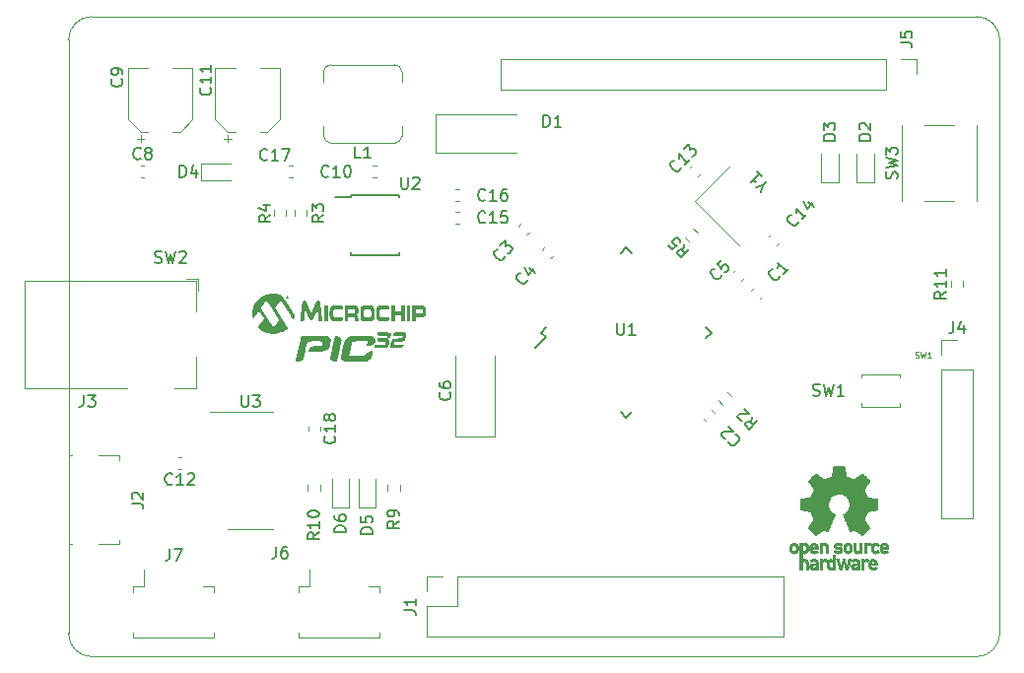
<source format=gbr>
%TF.GenerationSoftware,KiCad,Pcbnew,(5.99.0-10407-g1e8b23402c)*%
%TF.CreationDate,2021-04-27T17:36:10+08:00*%
%TF.ProjectId,PIC32MX150,50494333-324d-4583-9135-302e6b696361,rev?*%
%TF.SameCoordinates,Original*%
%TF.FileFunction,Legend,Top*%
%TF.FilePolarity,Positive*%
%FSLAX46Y46*%
G04 Gerber Fmt 4.6, Leading zero omitted, Abs format (unit mm)*
G04 Created by KiCad (PCBNEW (5.99.0-10407-g1e8b23402c)) date 2021-04-27 17:36:10*
%MOMM*%
%LPD*%
G01*
G04 APERTURE LIST*
%TA.AperFunction,Profile*%
%ADD10C,0.050000*%
%TD*%
%ADD11C,0.150000*%
%ADD12C,0.076200*%
%ADD13C,0.120000*%
%ADD14C,0.010000*%
G04 APERTURE END LIST*
D10*
X118000000Y-40000000D02*
G75*
G02*
X120000000Y-42000000I0J-2000000D01*
G01*
X42000000Y-95000000D02*
G75*
G02*
X40000000Y-93000000I0J2000000D01*
G01*
X120000000Y-93000000D02*
G75*
G02*
X118000000Y-95000000I-2000000J0D01*
G01*
X42000000Y-95000000D02*
X118000000Y-95000000D01*
X40000000Y-42000000D02*
X40000000Y-93000000D01*
X40000000Y-42000000D02*
G75*
G02*
X42000000Y-40000000I2000000J0D01*
G01*
X118000000Y-40000000D02*
X42000000Y-40000000D01*
X120000000Y-93000000D02*
X120000000Y-42000000D01*
D11*
%TO.C,C1*%
X101099687Y-62282889D02*
X101099687Y-62350232D01*
X101032343Y-62484919D01*
X100965000Y-62552263D01*
X100830312Y-62619606D01*
X100695625Y-62619606D01*
X100594610Y-62585935D01*
X100426251Y-62484919D01*
X100325236Y-62383904D01*
X100224221Y-62215545D01*
X100190549Y-62114530D01*
X100190549Y-61979843D01*
X100257893Y-61845156D01*
X100325236Y-61777812D01*
X100459923Y-61710469D01*
X100527267Y-61710469D01*
X101840465Y-61676797D02*
X101436404Y-62080858D01*
X101638435Y-61878828D02*
X100931328Y-61171721D01*
X100965000Y-61340080D01*
X100965000Y-61474767D01*
X100931328Y-61575782D01*
%TO.C,C2*%
X97271389Y-75938312D02*
X97338732Y-75938312D01*
X97473419Y-76005656D01*
X97540763Y-76073000D01*
X97608106Y-76207687D01*
X97608106Y-76342374D01*
X97574435Y-76443389D01*
X97473419Y-76611748D01*
X97372404Y-76712763D01*
X97204045Y-76813778D01*
X97103030Y-76847450D01*
X96968343Y-76847450D01*
X96833656Y-76780106D01*
X96766312Y-76712763D01*
X96698969Y-76578076D01*
X96698969Y-76510732D01*
X96429595Y-76241358D02*
X96362251Y-76241358D01*
X96261236Y-76207687D01*
X96092877Y-76039328D01*
X96059206Y-75938312D01*
X96059206Y-75870969D01*
X96092877Y-75769954D01*
X96160221Y-75702610D01*
X96294908Y-75635267D01*
X97103030Y-75635267D01*
X96665297Y-75197534D01*
%TO.C,C4*%
X79382687Y-62600389D02*
X79382687Y-62667732D01*
X79315343Y-62802419D01*
X79248000Y-62869763D01*
X79113312Y-62937106D01*
X78978625Y-62937106D01*
X78877610Y-62903435D01*
X78709251Y-62802419D01*
X78608236Y-62701404D01*
X78507221Y-62533045D01*
X78473549Y-62432030D01*
X78473549Y-62297343D01*
X78540893Y-62162656D01*
X78608236Y-62095312D01*
X78742923Y-62027969D01*
X78810267Y-62027969D01*
X79584717Y-61590236D02*
X80056122Y-62061641D01*
X79146984Y-61489221D02*
X79483702Y-62162656D01*
X79921435Y-61724923D01*
%TO.C,C6*%
X72737142Y-72302666D02*
X72784761Y-72350285D01*
X72832380Y-72493142D01*
X72832380Y-72588380D01*
X72784761Y-72731238D01*
X72689523Y-72826476D01*
X72594285Y-72874095D01*
X72403809Y-72921714D01*
X72260952Y-72921714D01*
X72070476Y-72874095D01*
X71975238Y-72826476D01*
X71880000Y-72731238D01*
X71832380Y-72588380D01*
X71832380Y-72493142D01*
X71880000Y-72350285D01*
X71927619Y-72302666D01*
X71832380Y-71445523D02*
X71832380Y-71636000D01*
X71880000Y-71731238D01*
X71927619Y-71778857D01*
X72070476Y-71874095D01*
X72260952Y-71921714D01*
X72641904Y-71921714D01*
X72737142Y-71874095D01*
X72784761Y-71826476D01*
X72832380Y-71731238D01*
X72832380Y-71540761D01*
X72784761Y-71445523D01*
X72737142Y-71397904D01*
X72641904Y-71350285D01*
X72403809Y-71350285D01*
X72308571Y-71397904D01*
X72260952Y-71445523D01*
X72213333Y-71540761D01*
X72213333Y-71731238D01*
X72260952Y-71826476D01*
X72308571Y-71874095D01*
X72403809Y-71921714D01*
%TO.C,J1*%
X68818380Y-91011333D02*
X69532666Y-91011333D01*
X69675523Y-91058952D01*
X69770761Y-91154190D01*
X69818380Y-91297047D01*
X69818380Y-91392285D01*
X69818380Y-90011333D02*
X69818380Y-90582761D01*
X69818380Y-90297047D02*
X68818380Y-90297047D01*
X68961238Y-90392285D01*
X69056476Y-90487523D01*
X69104095Y-90582761D01*
%TO.C,R2*%
X98735732Y-74346969D02*
X98634717Y-74919389D01*
X99139793Y-74751030D02*
X98432687Y-75458137D01*
X98163312Y-75188763D01*
X98129641Y-75087748D01*
X98129641Y-75020404D01*
X98163312Y-74919389D01*
X98264328Y-74818374D01*
X98365343Y-74784702D01*
X98432687Y-74784702D01*
X98533702Y-74818374D01*
X98803076Y-75087748D01*
X97826595Y-74717358D02*
X97759251Y-74717358D01*
X97658236Y-74683687D01*
X97489877Y-74515328D01*
X97456206Y-74414312D01*
X97456206Y-74346969D01*
X97489877Y-74245954D01*
X97557221Y-74178610D01*
X97691908Y-74111267D01*
X98500030Y-74111267D01*
X98062297Y-73673534D01*
%TO.C,U1*%
X87136090Y-66348385D02*
X87136090Y-67157909D01*
X87183709Y-67253147D01*
X87231328Y-67300766D01*
X87326566Y-67348385D01*
X87517042Y-67348385D01*
X87612280Y-67300766D01*
X87659899Y-67253147D01*
X87707518Y-67157909D01*
X87707518Y-66348385D01*
X88707518Y-67348385D02*
X88136090Y-67348385D01*
X88421804Y-67348385D02*
X88421804Y-66348385D01*
X88326566Y-66491243D01*
X88231328Y-66586481D01*
X88136090Y-66634100D01*
%TO.C,C8*%
X46188333Y-52173142D02*
X46140714Y-52220761D01*
X45997857Y-52268380D01*
X45902619Y-52268380D01*
X45759761Y-52220761D01*
X45664523Y-52125523D01*
X45616904Y-52030285D01*
X45569285Y-51839809D01*
X45569285Y-51696952D01*
X45616904Y-51506476D01*
X45664523Y-51411238D01*
X45759761Y-51316000D01*
X45902619Y-51268380D01*
X45997857Y-51268380D01*
X46140714Y-51316000D01*
X46188333Y-51363619D01*
X46759761Y-51696952D02*
X46664523Y-51649333D01*
X46616904Y-51601714D01*
X46569285Y-51506476D01*
X46569285Y-51458857D01*
X46616904Y-51363619D01*
X46664523Y-51316000D01*
X46759761Y-51268380D01*
X46950238Y-51268380D01*
X47045476Y-51316000D01*
X47093095Y-51363619D01*
X47140714Y-51458857D01*
X47140714Y-51506476D01*
X47093095Y-51601714D01*
X47045476Y-51649333D01*
X46950238Y-51696952D01*
X46759761Y-51696952D01*
X46664523Y-51744571D01*
X46616904Y-51792190D01*
X46569285Y-51887428D01*
X46569285Y-52077904D01*
X46616904Y-52173142D01*
X46664523Y-52220761D01*
X46759761Y-52268380D01*
X46950238Y-52268380D01*
X47045476Y-52220761D01*
X47093095Y-52173142D01*
X47140714Y-52077904D01*
X47140714Y-51887428D01*
X47093095Y-51792190D01*
X47045476Y-51744571D01*
X46950238Y-51696952D01*
%TO.C,C9*%
X44553142Y-45378666D02*
X44600761Y-45426285D01*
X44648380Y-45569142D01*
X44648380Y-45664380D01*
X44600761Y-45807238D01*
X44505523Y-45902476D01*
X44410285Y-45950095D01*
X44219809Y-45997714D01*
X44076952Y-45997714D01*
X43886476Y-45950095D01*
X43791238Y-45902476D01*
X43696000Y-45807238D01*
X43648380Y-45664380D01*
X43648380Y-45569142D01*
X43696000Y-45426285D01*
X43743619Y-45378666D01*
X44648380Y-44902476D02*
X44648380Y-44712000D01*
X44600761Y-44616761D01*
X44553142Y-44569142D01*
X44410285Y-44473904D01*
X44219809Y-44426285D01*
X43838857Y-44426285D01*
X43743619Y-44473904D01*
X43696000Y-44521523D01*
X43648380Y-44616761D01*
X43648380Y-44807238D01*
X43696000Y-44902476D01*
X43743619Y-44950095D01*
X43838857Y-44997714D01*
X44076952Y-44997714D01*
X44172190Y-44950095D01*
X44219809Y-44902476D01*
X44267428Y-44807238D01*
X44267428Y-44616761D01*
X44219809Y-44521523D01*
X44172190Y-44473904D01*
X44076952Y-44426285D01*
%TO.C,C10*%
X62349142Y-53697142D02*
X62301523Y-53744761D01*
X62158666Y-53792380D01*
X62063428Y-53792380D01*
X61920571Y-53744761D01*
X61825333Y-53649523D01*
X61777714Y-53554285D01*
X61730095Y-53363809D01*
X61730095Y-53220952D01*
X61777714Y-53030476D01*
X61825333Y-52935238D01*
X61920571Y-52840000D01*
X62063428Y-52792380D01*
X62158666Y-52792380D01*
X62301523Y-52840000D01*
X62349142Y-52887619D01*
X63301523Y-53792380D02*
X62730095Y-53792380D01*
X63015809Y-53792380D02*
X63015809Y-52792380D01*
X62920571Y-52935238D01*
X62825333Y-53030476D01*
X62730095Y-53078095D01*
X63920571Y-52792380D02*
X64015809Y-52792380D01*
X64111047Y-52840000D01*
X64158666Y-52887619D01*
X64206285Y-52982857D01*
X64253904Y-53173333D01*
X64253904Y-53411428D01*
X64206285Y-53601904D01*
X64158666Y-53697142D01*
X64111047Y-53744761D01*
X64015809Y-53792380D01*
X63920571Y-53792380D01*
X63825333Y-53744761D01*
X63777714Y-53697142D01*
X63730095Y-53601904D01*
X63682476Y-53411428D01*
X63682476Y-53173333D01*
X63730095Y-52982857D01*
X63777714Y-52887619D01*
X63825333Y-52840000D01*
X63920571Y-52792380D01*
%TO.C,C11*%
X52173142Y-46108857D02*
X52220761Y-46156476D01*
X52268380Y-46299333D01*
X52268380Y-46394571D01*
X52220761Y-46537428D01*
X52125523Y-46632666D01*
X52030285Y-46680285D01*
X51839809Y-46727904D01*
X51696952Y-46727904D01*
X51506476Y-46680285D01*
X51411238Y-46632666D01*
X51316000Y-46537428D01*
X51268380Y-46394571D01*
X51268380Y-46299333D01*
X51316000Y-46156476D01*
X51363619Y-46108857D01*
X52268380Y-45156476D02*
X52268380Y-45727904D01*
X52268380Y-45442190D02*
X51268380Y-45442190D01*
X51411238Y-45537428D01*
X51506476Y-45632666D01*
X51554095Y-45727904D01*
X52268380Y-44204095D02*
X52268380Y-44775523D01*
X52268380Y-44489809D02*
X51268380Y-44489809D01*
X51411238Y-44585047D01*
X51506476Y-44680285D01*
X51554095Y-44775523D01*
%TO.C,R4*%
X57348380Y-57062666D02*
X56872190Y-57396000D01*
X57348380Y-57634095D02*
X56348380Y-57634095D01*
X56348380Y-57253142D01*
X56396000Y-57157904D01*
X56443619Y-57110285D01*
X56538857Y-57062666D01*
X56681714Y-57062666D01*
X56776952Y-57110285D01*
X56824571Y-57157904D01*
X56872190Y-57253142D01*
X56872190Y-57634095D01*
X56681714Y-56205523D02*
X57348380Y-56205523D01*
X56300761Y-56443619D02*
X57015047Y-56681714D01*
X57015047Y-56062666D01*
%TO.C,U3*%
X54864095Y-72546380D02*
X54864095Y-73355904D01*
X54911714Y-73451142D01*
X54959333Y-73498761D01*
X55054571Y-73546380D01*
X55245047Y-73546380D01*
X55340285Y-73498761D01*
X55387904Y-73451142D01*
X55435523Y-73355904D01*
X55435523Y-72546380D01*
X55816476Y-72546380D02*
X56435523Y-72546380D01*
X56102190Y-72927333D01*
X56245047Y-72927333D01*
X56340285Y-72974952D01*
X56387904Y-73022571D01*
X56435523Y-73117809D01*
X56435523Y-73355904D01*
X56387904Y-73451142D01*
X56340285Y-73498761D01*
X56245047Y-73546380D01*
X55959333Y-73546380D01*
X55864095Y-73498761D01*
X55816476Y-73451142D01*
%TO.C,J4*%
X115998666Y-66210380D02*
X115998666Y-66924666D01*
X115951047Y-67067523D01*
X115855809Y-67162761D01*
X115712952Y-67210380D01*
X115617714Y-67210380D01*
X116903428Y-66543714D02*
X116903428Y-67210380D01*
X116665333Y-66162761D02*
X116427238Y-66877047D01*
X117046285Y-66877047D01*
%TO.C,C13*%
X92614686Y-52934063D02*
X92614686Y-53001407D01*
X92547342Y-53136094D01*
X92479999Y-53203437D01*
X92345312Y-53270781D01*
X92210625Y-53270781D01*
X92109610Y-53237109D01*
X91941251Y-53136094D01*
X91840236Y-53035079D01*
X91739220Y-52866720D01*
X91705549Y-52765705D01*
X91705549Y-52631018D01*
X91772892Y-52496331D01*
X91840236Y-52428987D01*
X91974923Y-52361644D01*
X92042266Y-52361644D01*
X93355465Y-52327972D02*
X92951404Y-52732033D01*
X93153434Y-52530002D02*
X92446327Y-51822895D01*
X92479999Y-51991254D01*
X92479999Y-52125941D01*
X92446327Y-52226957D01*
X92884060Y-51385163D02*
X93321793Y-50947430D01*
X93355465Y-51452506D01*
X93456480Y-51351491D01*
X93557495Y-51317819D01*
X93624839Y-51317819D01*
X93725854Y-51351491D01*
X93894213Y-51519850D01*
X93927884Y-51620865D01*
X93927884Y-51688208D01*
X93894213Y-51789224D01*
X93692182Y-51991254D01*
X93591167Y-52024926D01*
X93523823Y-52024926D01*
%TO.C,C14*%
X102667969Y-57603106D02*
X102667969Y-57670450D01*
X102600625Y-57805137D01*
X102533282Y-57872480D01*
X102398595Y-57939824D01*
X102263908Y-57939824D01*
X102162893Y-57906152D01*
X101994534Y-57805137D01*
X101893519Y-57704122D01*
X101792503Y-57535763D01*
X101758832Y-57434748D01*
X101758832Y-57300061D01*
X101826175Y-57165374D01*
X101893519Y-57098030D01*
X102028206Y-57030687D01*
X102095549Y-57030687D01*
X103408748Y-56997015D02*
X103004687Y-57401076D01*
X103206717Y-57199045D02*
X102499610Y-56491938D01*
X102533282Y-56660297D01*
X102533282Y-56794984D01*
X102499610Y-56896000D01*
X103543435Y-55919519D02*
X104014839Y-56390923D01*
X103105702Y-55818503D02*
X103442419Y-56491938D01*
X103880152Y-56054206D01*
%TO.C,R5*%
X92902334Y-59566897D02*
X92801319Y-60139317D01*
X93306395Y-59970958D02*
X92599289Y-60678065D01*
X92329914Y-60408691D01*
X92296243Y-60307676D01*
X92296243Y-60240332D01*
X92329914Y-60139317D01*
X92430930Y-60038302D01*
X92531945Y-60004630D01*
X92599289Y-60004630D01*
X92700304Y-60038302D01*
X92969678Y-60307676D01*
X91555464Y-59634240D02*
X91892182Y-59970958D01*
X92262571Y-59667912D01*
X92195227Y-59667912D01*
X92094212Y-59634240D01*
X91925853Y-59465882D01*
X91892182Y-59364866D01*
X91892182Y-59297523D01*
X91925853Y-59196508D01*
X92094212Y-59028149D01*
X92195227Y-58994477D01*
X92262571Y-58994477D01*
X92363586Y-59028149D01*
X92531945Y-59196508D01*
X92565617Y-59297523D01*
X92565617Y-59364866D01*
%TO.C,Y1*%
X99638346Y-54495588D02*
X99975064Y-54158870D01*
X99503659Y-55101679D02*
X99638346Y-54495588D01*
X99032255Y-54630275D01*
X99133270Y-53317077D02*
X99537331Y-53721138D01*
X99335300Y-53519107D02*
X98628194Y-54226214D01*
X98796552Y-54192542D01*
X98931239Y-54192542D01*
X99032255Y-54226214D01*
%TO.C,C17*%
X57068142Y-52267142D02*
X57020523Y-52314761D01*
X56877666Y-52362380D01*
X56782428Y-52362380D01*
X56639571Y-52314761D01*
X56544333Y-52219523D01*
X56496714Y-52124285D01*
X56449095Y-51933809D01*
X56449095Y-51790952D01*
X56496714Y-51600476D01*
X56544333Y-51505238D01*
X56639571Y-51410000D01*
X56782428Y-51362380D01*
X56877666Y-51362380D01*
X57020523Y-51410000D01*
X57068142Y-51457619D01*
X58020523Y-52362380D02*
X57449095Y-52362380D01*
X57734809Y-52362380D02*
X57734809Y-51362380D01*
X57639571Y-51505238D01*
X57544333Y-51600476D01*
X57449095Y-51648095D01*
X58353857Y-51362380D02*
X59020523Y-51362380D01*
X58591952Y-52362380D01*
%TO.C,L1*%
X65111333Y-52150380D02*
X64635142Y-52150380D01*
X64635142Y-51150380D01*
X65968476Y-52150380D02*
X65397047Y-52150380D01*
X65682761Y-52150380D02*
X65682761Y-51150380D01*
X65587523Y-51293238D01*
X65492285Y-51388476D01*
X65397047Y-51436095D01*
%TO.C,C3*%
X77477687Y-60568389D02*
X77477687Y-60635732D01*
X77410343Y-60770419D01*
X77343000Y-60837763D01*
X77208312Y-60905106D01*
X77073625Y-60905106D01*
X76972610Y-60871435D01*
X76804251Y-60770419D01*
X76703236Y-60669404D01*
X76602221Y-60501045D01*
X76568549Y-60400030D01*
X76568549Y-60265343D01*
X76635893Y-60130656D01*
X76703236Y-60063312D01*
X76837923Y-59995969D01*
X76905267Y-59995969D01*
X77073625Y-59692923D02*
X77511358Y-59255190D01*
X77545030Y-59760267D01*
X77646045Y-59659251D01*
X77747061Y-59625580D01*
X77814404Y-59625580D01*
X77915419Y-59659251D01*
X78083778Y-59827610D01*
X78117450Y-59928625D01*
X78117450Y-59995969D01*
X78083778Y-60096984D01*
X77881748Y-60299015D01*
X77780732Y-60332687D01*
X77713389Y-60332687D01*
%TO.C,J5*%
X111466380Y-42243333D02*
X112180666Y-42243333D01*
X112323523Y-42290952D01*
X112418761Y-42386190D01*
X112466380Y-42529047D01*
X112466380Y-42624285D01*
X111466380Y-41290952D02*
X111466380Y-41767142D01*
X111942571Y-41814761D01*
X111894952Y-41767142D01*
X111847333Y-41671904D01*
X111847333Y-41433809D01*
X111894952Y-41338571D01*
X111942571Y-41290952D01*
X112037809Y-41243333D01*
X112275904Y-41243333D01*
X112371142Y-41290952D01*
X112418761Y-41338571D01*
X112466380Y-41433809D01*
X112466380Y-41671904D01*
X112418761Y-41767142D01*
X112371142Y-41814761D01*
%TO.C,SW2*%
X47434666Y-61110761D02*
X47577523Y-61158380D01*
X47815619Y-61158380D01*
X47910857Y-61110761D01*
X47958476Y-61063142D01*
X48006095Y-60967904D01*
X48006095Y-60872666D01*
X47958476Y-60777428D01*
X47910857Y-60729809D01*
X47815619Y-60682190D01*
X47625142Y-60634571D01*
X47529904Y-60586952D01*
X47482285Y-60539333D01*
X47434666Y-60444095D01*
X47434666Y-60348857D01*
X47482285Y-60253619D01*
X47529904Y-60206000D01*
X47625142Y-60158380D01*
X47863238Y-60158380D01*
X48006095Y-60206000D01*
X48339428Y-60158380D02*
X48577523Y-61158380D01*
X48768000Y-60444095D01*
X48958476Y-61158380D01*
X49196571Y-60158380D01*
X49529904Y-60253619D02*
X49577523Y-60206000D01*
X49672761Y-60158380D01*
X49910857Y-60158380D01*
X50006095Y-60206000D01*
X50053714Y-60253619D01*
X50101333Y-60348857D01*
X50101333Y-60444095D01*
X50053714Y-60586952D01*
X49482285Y-61158380D01*
X50101333Y-61158380D01*
%TO.C,J2*%
X45424380Y-81867333D02*
X46138666Y-81867333D01*
X46281523Y-81914952D01*
X46376761Y-82010190D01*
X46424380Y-82153047D01*
X46424380Y-82248285D01*
X45519619Y-81438761D02*
X45472000Y-81391142D01*
X45424380Y-81295904D01*
X45424380Y-81057809D01*
X45472000Y-80962571D01*
X45519619Y-80914952D01*
X45614857Y-80867333D01*
X45710095Y-80867333D01*
X45852952Y-80914952D01*
X46424380Y-81486380D01*
X46424380Y-80867333D01*
%TO.C,J3*%
X41285666Y-72512380D02*
X41285666Y-73226666D01*
X41238047Y-73369523D01*
X41142809Y-73464761D01*
X40999952Y-73512380D01*
X40904714Y-73512380D01*
X41666619Y-72512380D02*
X42285666Y-72512380D01*
X41952333Y-72893333D01*
X42095190Y-72893333D01*
X42190428Y-72940952D01*
X42238047Y-72988571D01*
X42285666Y-73083809D01*
X42285666Y-73321904D01*
X42238047Y-73417142D01*
X42190428Y-73464761D01*
X42095190Y-73512380D01*
X41809476Y-73512380D01*
X41714238Y-73464761D01*
X41666619Y-73417142D01*
%TO.C,R3*%
X61920380Y-57062666D02*
X61444190Y-57396000D01*
X61920380Y-57634095D02*
X60920380Y-57634095D01*
X60920380Y-57253142D01*
X60968000Y-57157904D01*
X61015619Y-57110285D01*
X61110857Y-57062666D01*
X61253714Y-57062666D01*
X61348952Y-57110285D01*
X61396571Y-57157904D01*
X61444190Y-57253142D01*
X61444190Y-57634095D01*
X60920380Y-56729333D02*
X60920380Y-56110285D01*
X61301333Y-56443619D01*
X61301333Y-56300761D01*
X61348952Y-56205523D01*
X61396571Y-56157904D01*
X61491809Y-56110285D01*
X61729904Y-56110285D01*
X61825142Y-56157904D01*
X61872761Y-56205523D01*
X61920380Y-56300761D01*
X61920380Y-56586476D01*
X61872761Y-56681714D01*
X61825142Y-56729333D01*
%TO.C,C18*%
X62841142Y-76054357D02*
X62888761Y-76101976D01*
X62936380Y-76244833D01*
X62936380Y-76340071D01*
X62888761Y-76482928D01*
X62793523Y-76578166D01*
X62698285Y-76625785D01*
X62507809Y-76673404D01*
X62364952Y-76673404D01*
X62174476Y-76625785D01*
X62079238Y-76578166D01*
X61984000Y-76482928D01*
X61936380Y-76340071D01*
X61936380Y-76244833D01*
X61984000Y-76101976D01*
X62031619Y-76054357D01*
X62936380Y-75101976D02*
X62936380Y-75673404D01*
X62936380Y-75387690D02*
X61936380Y-75387690D01*
X62079238Y-75482928D01*
X62174476Y-75578166D01*
X62222095Y-75673404D01*
X62364952Y-74530547D02*
X62317333Y-74625785D01*
X62269714Y-74673404D01*
X62174476Y-74721023D01*
X62126857Y-74721023D01*
X62031619Y-74673404D01*
X61984000Y-74625785D01*
X61936380Y-74530547D01*
X61936380Y-74340071D01*
X61984000Y-74244833D01*
X62031619Y-74197214D01*
X62126857Y-74149595D01*
X62174476Y-74149595D01*
X62269714Y-74197214D01*
X62317333Y-74244833D01*
X62364952Y-74340071D01*
X62364952Y-74530547D01*
X62412571Y-74625785D01*
X62460190Y-74673404D01*
X62555428Y-74721023D01*
X62745904Y-74721023D01*
X62841142Y-74673404D01*
X62888761Y-74625785D01*
X62936380Y-74530547D01*
X62936380Y-74340071D01*
X62888761Y-74244833D01*
X62841142Y-74197214D01*
X62745904Y-74149595D01*
X62555428Y-74149595D01*
X62460190Y-74197214D01*
X62412571Y-74244833D01*
X62364952Y-74340071D01*
%TO.C,U2*%
X68580095Y-53808380D02*
X68580095Y-54617904D01*
X68627714Y-54713142D01*
X68675333Y-54760761D01*
X68770571Y-54808380D01*
X68961047Y-54808380D01*
X69056285Y-54760761D01*
X69103904Y-54713142D01*
X69151523Y-54617904D01*
X69151523Y-53808380D01*
X69580095Y-53903619D02*
X69627714Y-53856000D01*
X69722952Y-53808380D01*
X69961047Y-53808380D01*
X70056285Y-53856000D01*
X70103904Y-53903619D01*
X70151523Y-53998857D01*
X70151523Y-54094095D01*
X70103904Y-54236952D01*
X69532476Y-54808380D01*
X70151523Y-54808380D01*
%TO.C,C12*%
X48913642Y-80146142D02*
X48866023Y-80193761D01*
X48723166Y-80241380D01*
X48627928Y-80241380D01*
X48485071Y-80193761D01*
X48389833Y-80098523D01*
X48342214Y-80003285D01*
X48294595Y-79812809D01*
X48294595Y-79669952D01*
X48342214Y-79479476D01*
X48389833Y-79384238D01*
X48485071Y-79289000D01*
X48627928Y-79241380D01*
X48723166Y-79241380D01*
X48866023Y-79289000D01*
X48913642Y-79336619D01*
X49866023Y-80241380D02*
X49294595Y-80241380D01*
X49580309Y-80241380D02*
X49580309Y-79241380D01*
X49485071Y-79384238D01*
X49389833Y-79479476D01*
X49294595Y-79527095D01*
X50246976Y-79336619D02*
X50294595Y-79289000D01*
X50389833Y-79241380D01*
X50627928Y-79241380D01*
X50723166Y-79289000D01*
X50770785Y-79336619D01*
X50818404Y-79431857D01*
X50818404Y-79527095D01*
X50770785Y-79669952D01*
X50199357Y-80241380D01*
X50818404Y-80241380D01*
%TO.C,C16*%
X75811142Y-55729142D02*
X75763523Y-55776761D01*
X75620666Y-55824380D01*
X75525428Y-55824380D01*
X75382571Y-55776761D01*
X75287333Y-55681523D01*
X75239714Y-55586285D01*
X75192095Y-55395809D01*
X75192095Y-55252952D01*
X75239714Y-55062476D01*
X75287333Y-54967238D01*
X75382571Y-54872000D01*
X75525428Y-54824380D01*
X75620666Y-54824380D01*
X75763523Y-54872000D01*
X75811142Y-54919619D01*
X76763523Y-55824380D02*
X76192095Y-55824380D01*
X76477809Y-55824380D02*
X76477809Y-54824380D01*
X76382571Y-54967238D01*
X76287333Y-55062476D01*
X76192095Y-55110095D01*
X77620666Y-54824380D02*
X77430190Y-54824380D01*
X77334952Y-54872000D01*
X77287333Y-54919619D01*
X77192095Y-55062476D01*
X77144476Y-55252952D01*
X77144476Y-55633904D01*
X77192095Y-55729142D01*
X77239714Y-55776761D01*
X77334952Y-55824380D01*
X77525428Y-55824380D01*
X77620666Y-55776761D01*
X77668285Y-55729142D01*
X77715904Y-55633904D01*
X77715904Y-55395809D01*
X77668285Y-55300571D01*
X77620666Y-55252952D01*
X77525428Y-55205333D01*
X77334952Y-55205333D01*
X77239714Y-55252952D01*
X77192095Y-55300571D01*
X77144476Y-55395809D01*
%TO.C,C15*%
X75811142Y-57634142D02*
X75763523Y-57681761D01*
X75620666Y-57729380D01*
X75525428Y-57729380D01*
X75382571Y-57681761D01*
X75287333Y-57586523D01*
X75239714Y-57491285D01*
X75192095Y-57300809D01*
X75192095Y-57157952D01*
X75239714Y-56967476D01*
X75287333Y-56872238D01*
X75382571Y-56777000D01*
X75525428Y-56729380D01*
X75620666Y-56729380D01*
X75763523Y-56777000D01*
X75811142Y-56824619D01*
X76763523Y-57729380D02*
X76192095Y-57729380D01*
X76477809Y-57729380D02*
X76477809Y-56729380D01*
X76382571Y-56872238D01*
X76287333Y-56967476D01*
X76192095Y-57015095D01*
X77668285Y-56729380D02*
X77192095Y-56729380D01*
X77144476Y-57205571D01*
X77192095Y-57157952D01*
X77287333Y-57110333D01*
X77525428Y-57110333D01*
X77620666Y-57157952D01*
X77668285Y-57205571D01*
X77715904Y-57300809D01*
X77715904Y-57538904D01*
X77668285Y-57634142D01*
X77620666Y-57681761D01*
X77525428Y-57729380D01*
X77287333Y-57729380D01*
X77192095Y-57681761D01*
X77144476Y-57634142D01*
%TO.C,D1*%
X80795904Y-49474380D02*
X80795904Y-48474380D01*
X81034000Y-48474380D01*
X81176857Y-48522000D01*
X81272095Y-48617238D01*
X81319714Y-48712476D01*
X81367333Y-48902952D01*
X81367333Y-49045809D01*
X81319714Y-49236285D01*
X81272095Y-49331523D01*
X81176857Y-49426761D01*
X81034000Y-49474380D01*
X80795904Y-49474380D01*
X82319714Y-49474380D02*
X81748285Y-49474380D01*
X82034000Y-49474380D02*
X82034000Y-48474380D01*
X81938761Y-48617238D01*
X81843523Y-48712476D01*
X81748285Y-48760095D01*
%TO.C,D4*%
X49553904Y-53792380D02*
X49553904Y-52792380D01*
X49792000Y-52792380D01*
X49934857Y-52840000D01*
X50030095Y-52935238D01*
X50077714Y-53030476D01*
X50125333Y-53220952D01*
X50125333Y-53363809D01*
X50077714Y-53554285D01*
X50030095Y-53649523D01*
X49934857Y-53744761D01*
X49792000Y-53792380D01*
X49553904Y-53792380D01*
X50982476Y-53125714D02*
X50982476Y-53792380D01*
X50744380Y-52744761D02*
X50506285Y-53459047D01*
X51125333Y-53459047D01*
%TO.C,C5*%
X96083187Y-62219389D02*
X96083187Y-62286732D01*
X96015843Y-62421419D01*
X95948500Y-62488763D01*
X95813812Y-62556106D01*
X95679125Y-62556106D01*
X95578110Y-62522435D01*
X95409751Y-62421419D01*
X95308736Y-62320404D01*
X95207721Y-62152045D01*
X95174049Y-62051030D01*
X95174049Y-61916343D01*
X95241393Y-61781656D01*
X95308736Y-61714312D01*
X95443423Y-61646969D01*
X95510767Y-61646969D01*
X96083187Y-60939862D02*
X95746469Y-61276580D01*
X96049515Y-61646969D01*
X96049515Y-61579625D01*
X96083187Y-61478610D01*
X96251545Y-61310251D01*
X96352561Y-61276580D01*
X96419904Y-61276580D01*
X96520919Y-61310251D01*
X96689278Y-61478610D01*
X96722950Y-61579625D01*
X96722950Y-61646969D01*
X96689278Y-61747984D01*
X96520919Y-61916343D01*
X96419904Y-61950015D01*
X96352561Y-61950015D01*
%TO.C,R10*%
X61539380Y-84335857D02*
X61063190Y-84669190D01*
X61539380Y-84907285D02*
X60539380Y-84907285D01*
X60539380Y-84526333D01*
X60587000Y-84431095D01*
X60634619Y-84383476D01*
X60729857Y-84335857D01*
X60872714Y-84335857D01*
X60967952Y-84383476D01*
X61015571Y-84431095D01*
X61063190Y-84526333D01*
X61063190Y-84907285D01*
X61539380Y-83383476D02*
X61539380Y-83954904D01*
X61539380Y-83669190D02*
X60539380Y-83669190D01*
X60682238Y-83764428D01*
X60777476Y-83859666D01*
X60825095Y-83954904D01*
X60539380Y-82764428D02*
X60539380Y-82669190D01*
X60587000Y-82573952D01*
X60634619Y-82526333D01*
X60729857Y-82478714D01*
X60920333Y-82431095D01*
X61158428Y-82431095D01*
X61348904Y-82478714D01*
X61444142Y-82526333D01*
X61491761Y-82573952D01*
X61539380Y-82669190D01*
X61539380Y-82764428D01*
X61491761Y-82859666D01*
X61444142Y-82907285D01*
X61348904Y-82954904D01*
X61158428Y-83002523D01*
X60920333Y-83002523D01*
X60729857Y-82954904D01*
X60634619Y-82907285D01*
X60587000Y-82859666D01*
X60539380Y-82764428D01*
%TO.C,R9*%
X68397380Y-83351666D02*
X67921190Y-83685000D01*
X68397380Y-83923095D02*
X67397380Y-83923095D01*
X67397380Y-83542142D01*
X67445000Y-83446904D01*
X67492619Y-83399285D01*
X67587857Y-83351666D01*
X67730714Y-83351666D01*
X67825952Y-83399285D01*
X67873571Y-83446904D01*
X67921190Y-83542142D01*
X67921190Y-83923095D01*
X68397380Y-82875476D02*
X68397380Y-82685000D01*
X68349761Y-82589761D01*
X68302142Y-82542142D01*
X68159285Y-82446904D01*
X67968809Y-82399285D01*
X67587857Y-82399285D01*
X67492619Y-82446904D01*
X67445000Y-82494523D01*
X67397380Y-82589761D01*
X67397380Y-82780238D01*
X67445000Y-82875476D01*
X67492619Y-82923095D01*
X67587857Y-82970714D01*
X67825952Y-82970714D01*
X67921190Y-82923095D01*
X67968809Y-82875476D01*
X68016428Y-82780238D01*
X68016428Y-82589761D01*
X67968809Y-82494523D01*
X67921190Y-82446904D01*
X67825952Y-82399285D01*
%TO.C,R11*%
X115354380Y-63634857D02*
X114878190Y-63968190D01*
X115354380Y-64206285D02*
X114354380Y-64206285D01*
X114354380Y-63825333D01*
X114402000Y-63730095D01*
X114449619Y-63682476D01*
X114544857Y-63634857D01*
X114687714Y-63634857D01*
X114782952Y-63682476D01*
X114830571Y-63730095D01*
X114878190Y-63825333D01*
X114878190Y-64206285D01*
X115354380Y-62682476D02*
X115354380Y-63253904D01*
X115354380Y-62968190D02*
X114354380Y-62968190D01*
X114497238Y-63063428D01*
X114592476Y-63158666D01*
X114640095Y-63253904D01*
X115354380Y-61730095D02*
X115354380Y-62301523D01*
X115354380Y-62015809D02*
X114354380Y-62015809D01*
X114497238Y-62111047D01*
X114592476Y-62206285D01*
X114640095Y-62301523D01*
%TO.C,D5*%
X66111380Y-84431095D02*
X65111380Y-84431095D01*
X65111380Y-84193000D01*
X65159000Y-84050142D01*
X65254238Y-83954904D01*
X65349476Y-83907285D01*
X65539952Y-83859666D01*
X65682809Y-83859666D01*
X65873285Y-83907285D01*
X65968523Y-83954904D01*
X66063761Y-84050142D01*
X66111380Y-84193000D01*
X66111380Y-84431095D01*
X65111380Y-82954904D02*
X65111380Y-83431095D01*
X65587571Y-83478714D01*
X65539952Y-83431095D01*
X65492333Y-83335857D01*
X65492333Y-83097761D01*
X65539952Y-83002523D01*
X65587571Y-82954904D01*
X65682809Y-82907285D01*
X65920904Y-82907285D01*
X66016142Y-82954904D01*
X66063761Y-83002523D01*
X66111380Y-83097761D01*
X66111380Y-83335857D01*
X66063761Y-83431095D01*
X66016142Y-83478714D01*
%TO.C,D6*%
X63825380Y-84304095D02*
X62825380Y-84304095D01*
X62825380Y-84066000D01*
X62873000Y-83923142D01*
X62968238Y-83827904D01*
X63063476Y-83780285D01*
X63253952Y-83732666D01*
X63396809Y-83732666D01*
X63587285Y-83780285D01*
X63682523Y-83827904D01*
X63777761Y-83923142D01*
X63825380Y-84066000D01*
X63825380Y-84304095D01*
X62825380Y-82875523D02*
X62825380Y-83066000D01*
X62873000Y-83161238D01*
X62920619Y-83208857D01*
X63063476Y-83304095D01*
X63253952Y-83351714D01*
X63634904Y-83351714D01*
X63730142Y-83304095D01*
X63777761Y-83256476D01*
X63825380Y-83161238D01*
X63825380Y-82970761D01*
X63777761Y-82875523D01*
X63730142Y-82827904D01*
X63634904Y-82780285D01*
X63396809Y-82780285D01*
X63301571Y-82827904D01*
X63253952Y-82875523D01*
X63206333Y-82970761D01*
X63206333Y-83161238D01*
X63253952Y-83256476D01*
X63301571Y-83304095D01*
X63396809Y-83351714D01*
%TO.C,D2*%
X108910380Y-50649095D02*
X107910380Y-50649095D01*
X107910380Y-50411000D01*
X107958000Y-50268142D01*
X108053238Y-50172904D01*
X108148476Y-50125285D01*
X108338952Y-50077666D01*
X108481809Y-50077666D01*
X108672285Y-50125285D01*
X108767523Y-50172904D01*
X108862761Y-50268142D01*
X108910380Y-50411000D01*
X108910380Y-50649095D01*
X108005619Y-49696714D02*
X107958000Y-49649095D01*
X107910380Y-49553857D01*
X107910380Y-49315761D01*
X107958000Y-49220523D01*
X108005619Y-49172904D01*
X108100857Y-49125285D01*
X108196095Y-49125285D01*
X108338952Y-49172904D01*
X108910380Y-49744333D01*
X108910380Y-49125285D01*
%TO.C,SW1*%
X103949666Y-72540761D02*
X104092523Y-72588380D01*
X104330619Y-72588380D01*
X104425857Y-72540761D01*
X104473476Y-72493142D01*
X104521095Y-72397904D01*
X104521095Y-72302666D01*
X104473476Y-72207428D01*
X104425857Y-72159809D01*
X104330619Y-72112190D01*
X104140142Y-72064571D01*
X104044904Y-72016952D01*
X103997285Y-71969333D01*
X103949666Y-71874095D01*
X103949666Y-71778857D01*
X103997285Y-71683619D01*
X104044904Y-71636000D01*
X104140142Y-71588380D01*
X104378238Y-71588380D01*
X104521095Y-71636000D01*
X104854428Y-71588380D02*
X105092523Y-72588380D01*
X105283000Y-71874095D01*
X105473476Y-72588380D01*
X105711571Y-71588380D01*
X106616333Y-72588380D02*
X106044904Y-72588380D01*
X106330619Y-72588380D02*
X106330619Y-71588380D01*
X106235380Y-71731238D01*
X106140142Y-71826476D01*
X106044904Y-71874095D01*
D12*
X112733666Y-69293619D02*
X112806238Y-69317809D01*
X112927190Y-69317809D01*
X112975571Y-69293619D01*
X112999761Y-69269428D01*
X113023952Y-69221047D01*
X113023952Y-69172666D01*
X112999761Y-69124285D01*
X112975571Y-69100095D01*
X112927190Y-69075904D01*
X112830428Y-69051714D01*
X112782047Y-69027523D01*
X112757857Y-69003333D01*
X112733666Y-68954952D01*
X112733666Y-68906571D01*
X112757857Y-68858190D01*
X112782047Y-68834000D01*
X112830428Y-68809809D01*
X112951380Y-68809809D01*
X113023952Y-68834000D01*
X113193285Y-68809809D02*
X113314238Y-69317809D01*
X113411000Y-68954952D01*
X113507761Y-69317809D01*
X113628714Y-68809809D01*
X114088333Y-69317809D02*
X113798047Y-69317809D01*
X113943190Y-69317809D02*
X113943190Y-68809809D01*
X113894809Y-68882380D01*
X113846428Y-68930761D01*
X113798047Y-68954952D01*
D11*
%TO.C,SW3*%
X111162761Y-53911333D02*
X111210380Y-53768476D01*
X111210380Y-53530380D01*
X111162761Y-53435142D01*
X111115142Y-53387523D01*
X111019904Y-53339904D01*
X110924666Y-53339904D01*
X110829428Y-53387523D01*
X110781809Y-53435142D01*
X110734190Y-53530380D01*
X110686571Y-53720857D01*
X110638952Y-53816095D01*
X110591333Y-53863714D01*
X110496095Y-53911333D01*
X110400857Y-53911333D01*
X110305619Y-53863714D01*
X110258000Y-53816095D01*
X110210380Y-53720857D01*
X110210380Y-53482761D01*
X110258000Y-53339904D01*
X110210380Y-53006571D02*
X111210380Y-52768476D01*
X110496095Y-52578000D01*
X111210380Y-52387523D01*
X110210380Y-52149428D01*
X110210380Y-51863714D02*
X110210380Y-51244666D01*
X110591333Y-51578000D01*
X110591333Y-51435142D01*
X110638952Y-51339904D01*
X110686571Y-51292285D01*
X110781809Y-51244666D01*
X111019904Y-51244666D01*
X111115142Y-51292285D01*
X111162761Y-51339904D01*
X111210380Y-51435142D01*
X111210380Y-51720857D01*
X111162761Y-51816095D01*
X111115142Y-51863714D01*
%TO.C,J6*%
X57832666Y-85558380D02*
X57832666Y-86272666D01*
X57785047Y-86415523D01*
X57689809Y-86510761D01*
X57546952Y-86558380D01*
X57451714Y-86558380D01*
X58737428Y-85558380D02*
X58546952Y-85558380D01*
X58451714Y-85606000D01*
X58404095Y-85653619D01*
X58308857Y-85796476D01*
X58261238Y-85986952D01*
X58261238Y-86367904D01*
X58308857Y-86463142D01*
X58356476Y-86510761D01*
X58451714Y-86558380D01*
X58642190Y-86558380D01*
X58737428Y-86510761D01*
X58785047Y-86463142D01*
X58832666Y-86367904D01*
X58832666Y-86129809D01*
X58785047Y-86034571D01*
X58737428Y-85986952D01*
X58642190Y-85939333D01*
X58451714Y-85939333D01*
X58356476Y-85986952D01*
X58308857Y-86034571D01*
X58261238Y-86129809D01*
%TO.C,J7*%
X48688666Y-85738380D02*
X48688666Y-86452666D01*
X48641047Y-86595523D01*
X48545809Y-86690761D01*
X48402952Y-86738380D01*
X48307714Y-86738380D01*
X49069619Y-85738380D02*
X49736285Y-85738380D01*
X49307714Y-86738380D01*
%TO.C,D3*%
X105862380Y-50649095D02*
X104862380Y-50649095D01*
X104862380Y-50411000D01*
X104910000Y-50268142D01*
X105005238Y-50172904D01*
X105100476Y-50125285D01*
X105290952Y-50077666D01*
X105433809Y-50077666D01*
X105624285Y-50125285D01*
X105719523Y-50172904D01*
X105814761Y-50268142D01*
X105862380Y-50411000D01*
X105862380Y-50649095D01*
X104862380Y-49744333D02*
X104862380Y-49125285D01*
X105243333Y-49458619D01*
X105243333Y-49315761D01*
X105290952Y-49220523D01*
X105338571Y-49172904D01*
X105433809Y-49125285D01*
X105671904Y-49125285D01*
X105767142Y-49172904D01*
X105814761Y-49220523D01*
X105862380Y-49315761D01*
X105862380Y-49601476D01*
X105814761Y-49696714D01*
X105767142Y-49744333D01*
D13*
%TO.C,C1*%
X99355578Y-64243171D02*
X99562431Y-64036318D01*
X98634329Y-63521922D02*
X98841182Y-63315069D01*
%TO.C,C2*%
X94531949Y-74527078D02*
X94738802Y-74733931D01*
X95253198Y-73805829D02*
X95460051Y-74012682D01*
%TO.C,C4*%
X80677829Y-60059922D02*
X80884682Y-59853069D01*
X81399078Y-60781171D02*
X81605931Y-60574318D01*
%TO.C,C6*%
X73220000Y-69136000D02*
X73220000Y-76071000D01*
X73220000Y-76071000D02*
X76640000Y-76071000D01*
X76640000Y-76071000D02*
X76640000Y-69136000D01*
%TO.C,J1*%
X73406000Y-90678000D02*
X73406000Y-88078000D01*
X70806000Y-93278000D02*
X70806000Y-90678000D01*
X70806000Y-93278000D02*
X101406000Y-93278000D01*
X101406000Y-93278000D02*
X101406000Y-88078000D01*
X70806000Y-89408000D02*
X70806000Y-88078000D01*
X73406000Y-88078000D02*
X101406000Y-88078000D01*
X70806000Y-88078000D02*
X72136000Y-88078000D01*
X70806000Y-90678000D02*
X73406000Y-90678000D01*
%TO.C,R2*%
X96592581Y-72231655D02*
X96952815Y-72591889D01*
X95853655Y-72970581D02*
X96213889Y-73330815D01*
D11*
%TO.C,U1*%
X87897995Y-59831450D02*
X88375292Y-60308747D01*
X80579440Y-67150005D02*
X80986026Y-67556591D01*
X95216550Y-67150005D02*
X94739253Y-67627302D01*
X87897995Y-74468560D02*
X87420698Y-73991263D01*
X87897995Y-59831450D02*
X87420698Y-60308747D01*
X80986026Y-67556591D02*
X80084465Y-68458153D01*
X80579440Y-67150005D02*
X81056737Y-66672708D01*
X87897995Y-74468560D02*
X88375292Y-73991263D01*
X95216550Y-67150005D02*
X94739253Y-66672708D01*
D13*
%TO.C,C8*%
X46501267Y-52830000D02*
X46208733Y-52830000D01*
X46501267Y-53850000D02*
X46208733Y-53850000D01*
%TO.C,C9*%
X46195000Y-50783000D02*
X46195000Y-50158000D01*
X45882500Y-50470500D02*
X46507500Y-50470500D01*
X45120000Y-48853563D02*
X45120000Y-44398000D01*
X49575563Y-49918000D02*
X50640000Y-48853563D01*
X50640000Y-48853563D02*
X50640000Y-44398000D01*
X46184437Y-49918000D02*
X46820000Y-49918000D01*
X49575563Y-49918000D02*
X48940000Y-49918000D01*
X50640000Y-44398000D02*
X48940000Y-44398000D01*
X46184437Y-49918000D02*
X45120000Y-48853563D01*
X45120000Y-44398000D02*
X46820000Y-44398000D01*
%TO.C,C10*%
X66440267Y-53850000D02*
X66147733Y-53850000D01*
X66440267Y-52830000D02*
X66147733Y-52830000D01*
%TO.C,C11*%
X53374500Y-50470500D02*
X53999500Y-50470500D01*
X53676437Y-49918000D02*
X54312000Y-49918000D01*
X53687000Y-50783000D02*
X53687000Y-50158000D01*
X57067563Y-49918000D02*
X56432000Y-49918000D01*
X52612000Y-44398000D02*
X54312000Y-44398000D01*
X53676437Y-49918000D02*
X52612000Y-48853563D01*
X52612000Y-48853563D02*
X52612000Y-44398000D01*
X58132000Y-44398000D02*
X56432000Y-44398000D01*
X58132000Y-48853563D02*
X58132000Y-44398000D01*
X57067563Y-49918000D02*
X58132000Y-48853563D01*
%TO.C,R4*%
X58688500Y-56641276D02*
X58688500Y-57150724D01*
X57643500Y-56641276D02*
X57643500Y-57150724D01*
%TO.C,U3*%
X55626000Y-84054000D02*
X57576000Y-84054000D01*
X55626000Y-84054000D02*
X53676000Y-84054000D01*
X55626000Y-73934000D02*
X52176000Y-73934000D01*
X55626000Y-73934000D02*
X57576000Y-73934000D01*
%TO.C,J4*%
X115002000Y-70358000D02*
X115002000Y-83118000D01*
X115002000Y-67758000D02*
X116332000Y-67758000D01*
X117662000Y-70358000D02*
X117662000Y-83118000D01*
X115002000Y-69088000D02*
X115002000Y-67758000D01*
X115002000Y-70358000D02*
X117662000Y-70358000D01*
X115002000Y-83118000D02*
X117662000Y-83118000D01*
%TO.C,C13*%
X94085078Y-53702171D02*
X94291931Y-53495318D01*
X93363829Y-52980922D02*
X93570682Y-52774069D01*
%TO.C,C14*%
X101048051Y-59439198D02*
X100841198Y-59646051D01*
X100326802Y-58717949D02*
X100119949Y-58924802D01*
%TO.C,R5*%
X93286419Y-59307345D02*
X92926185Y-58947111D01*
X94025345Y-58568419D02*
X93665111Y-58208185D01*
%TO.C,Y1*%
X96843591Y-52798532D02*
X93803032Y-55839091D01*
X93803032Y-55839091D02*
X97621409Y-59657468D01*
%TO.C,C17*%
X58935233Y-53850000D02*
X59227767Y-53850000D01*
X58935233Y-52830000D02*
X59227767Y-52830000D01*
%TO.C,L1*%
X68638000Y-49398000D02*
X68638000Y-50248000D01*
X62528000Y-44138000D02*
X68028000Y-44138000D01*
X61918000Y-45598000D02*
X61918000Y-44748000D01*
X68028000Y-50858000D02*
X62528000Y-50858000D01*
X61918000Y-50248000D02*
X61918000Y-49398000D01*
X68638000Y-44748000D02*
X68638000Y-45598000D01*
X68638000Y-50248000D02*
G75*
G02*
X68028000Y-50858000I-610000J0D01*
G01*
X68028000Y-44138000D02*
G75*
G02*
X68638000Y-44748000I0J-610000D01*
G01*
X61918000Y-44748000D02*
G75*
G02*
X62528000Y-44138000I610000J0D01*
G01*
X62528000Y-50858000D02*
G75*
G02*
X61918000Y-50248000I0J610000D01*
G01*
%TO.C,C3*%
X78645829Y-58027922D02*
X78852682Y-57821069D01*
X79367078Y-58749171D02*
X79573931Y-58542318D01*
%TO.C,J5*%
X111506000Y-43628000D02*
X112836000Y-43628000D01*
X110236000Y-46288000D02*
X77156000Y-46288000D01*
X112836000Y-43628000D02*
X112836000Y-44958000D01*
X110236000Y-43628000D02*
X77156000Y-43628000D01*
X77156000Y-43628000D02*
X77156000Y-46288000D01*
X110236000Y-43628000D02*
X110236000Y-46288000D01*
%TO.C,J2*%
X40072000Y-77724000D02*
X40332000Y-77724000D01*
X42612000Y-77724000D02*
X44382000Y-77724000D01*
X44382000Y-85344000D02*
X44382000Y-84964000D01*
X44382000Y-85344000D02*
X42612000Y-85344000D01*
X44382000Y-77724000D02*
X44382000Y-78104000D01*
X40332000Y-85344000D02*
X40072000Y-85344000D01*
%TO.C,J3*%
X50969000Y-71910000D02*
X49069000Y-71910000D01*
X50969000Y-62710000D02*
X50969000Y-65310000D01*
X50119000Y-62510000D02*
X51169000Y-62510000D01*
X50969000Y-69210000D02*
X50969000Y-71910000D01*
X45069000Y-71910000D02*
X36269000Y-71910000D01*
X36269000Y-62710000D02*
X50969000Y-62710000D01*
X51169000Y-63560000D02*
X51169000Y-62510000D01*
X36269000Y-71910000D02*
X36269000Y-62710000D01*
%TO.C,R3*%
X60466500Y-57150724D02*
X60466500Y-56641276D01*
X59421500Y-57150724D02*
X59421500Y-56641276D01*
%TO.C,C18*%
X61597000Y-75557767D02*
X61597000Y-75265233D01*
X60577000Y-75557767D02*
X60577000Y-75265233D01*
D11*
%TO.C,U2*%
X68369000Y-55337000D02*
X68369000Y-55537000D01*
X64219000Y-55537000D02*
X62919000Y-55537000D01*
X64219000Y-60487000D02*
X64219000Y-60287000D01*
X64219000Y-55337000D02*
X64219000Y-55537000D01*
X68369000Y-60487000D02*
X68369000Y-60287000D01*
X64219000Y-55337000D02*
X68369000Y-55337000D01*
X64219000Y-60487000D02*
X68369000Y-60487000D01*
D13*
%TO.C,C12*%
X49702767Y-78869000D02*
X49410233Y-78869000D01*
X49702767Y-77849000D02*
X49410233Y-77849000D01*
%TO.C,C16*%
X73233233Y-55882000D02*
X73525767Y-55882000D01*
X73233233Y-54862000D02*
X73525767Y-54862000D01*
%TO.C,C15*%
X73233233Y-57786000D02*
X73525767Y-57786000D01*
X73233233Y-56766000D02*
X73525767Y-56766000D01*
%TO.C,D1*%
X71546000Y-48388000D02*
X78446000Y-48388000D01*
X71546000Y-48388000D02*
X71546000Y-51688000D01*
X71546000Y-51688000D02*
X78446000Y-51688000D01*
%TO.C,D4*%
X53886000Y-52605000D02*
X51426000Y-52605000D01*
X51426000Y-54075000D02*
X53886000Y-54075000D01*
X51426000Y-52605000D02*
X51426000Y-54075000D01*
%TO.C,C5*%
X97793198Y-62694051D02*
X98000051Y-62487198D01*
X97071949Y-61972802D02*
X97278802Y-61765949D01*
%TO.C,R10*%
X61609500Y-80772724D02*
X61609500Y-80263276D01*
X60564500Y-80772724D02*
X60564500Y-80263276D01*
%TO.C,G\u002A\u002A\u002A*%
G36*
X62117827Y-64831304D02*
G01*
X62267273Y-64834584D01*
X62273331Y-66141506D01*
X61968381Y-66141506D01*
X61968381Y-64828023D01*
X62117827Y-64831304D01*
G37*
G36*
X55976940Y-64761310D02*
G01*
X56075790Y-64597073D01*
X56192683Y-64444171D01*
X56326143Y-64304150D01*
X56474697Y-64178559D01*
X56636869Y-64068947D01*
X56811184Y-63976860D01*
X56995642Y-63904020D01*
X57087177Y-63875080D01*
X57168962Y-63852993D01*
X57246807Y-63836903D01*
X57326524Y-63825950D01*
X57413923Y-63819277D01*
X57514814Y-63816027D01*
X57596346Y-63815328D01*
X57702256Y-63815909D01*
X57790081Y-63818604D01*
X57865137Y-63824149D01*
X57932740Y-63833283D01*
X57998207Y-63846745D01*
X58066853Y-63865272D01*
X58143997Y-63889603D01*
X58153106Y-63892624D01*
X58186977Y-63903402D01*
X58216369Y-63912319D01*
X58242303Y-63920649D01*
X58265801Y-63929665D01*
X58287883Y-63940641D01*
X58309569Y-63954852D01*
X58331881Y-63973570D01*
X58355839Y-63998069D01*
X58382464Y-64029624D01*
X58412777Y-64069507D01*
X58447799Y-64118994D01*
X58488549Y-64179357D01*
X58536051Y-64251871D01*
X58591322Y-64337808D01*
X58655386Y-64438443D01*
X58729262Y-64555051D01*
X58813972Y-64688903D01*
X58899885Y-64824488D01*
X59436255Y-65670045D01*
X59423997Y-65767807D01*
X59414035Y-65824686D01*
X59398709Y-65886043D01*
X59380146Y-65945211D01*
X59360469Y-65995524D01*
X59341804Y-66030315D01*
X59339226Y-66033780D01*
X59337263Y-66037262D01*
X59335774Y-66040660D01*
X59333949Y-66042748D01*
X59330978Y-66042304D01*
X59326053Y-66038103D01*
X59318364Y-66028921D01*
X59307101Y-66013535D01*
X59291455Y-65990720D01*
X59270617Y-65959253D01*
X59243777Y-65917910D01*
X59210127Y-65865467D01*
X59168855Y-65800700D01*
X59119154Y-65722386D01*
X59060213Y-65629300D01*
X58991224Y-65520218D01*
X58911376Y-65393918D01*
X58819861Y-65249174D01*
X58809701Y-65233107D01*
X58738414Y-65120664D01*
X58669974Y-65013256D01*
X58605539Y-64912669D01*
X58546270Y-64820687D01*
X58493326Y-64739095D01*
X58447865Y-64669678D01*
X58411048Y-64614219D01*
X58384035Y-64574505D01*
X58367984Y-64552320D01*
X58365474Y-64549343D01*
X58312091Y-64503214D01*
X58259703Y-64480342D01*
X58207831Y-64480589D01*
X58173036Y-64493667D01*
X58153019Y-64505990D01*
X58131803Y-64523452D01*
X58107559Y-64548268D01*
X58078457Y-64582658D01*
X58042666Y-64628836D01*
X57998358Y-64689021D01*
X57943701Y-64765428D01*
X57913915Y-64807578D01*
X57759475Y-65026718D01*
X58863353Y-66768594D01*
X58812983Y-66812817D01*
X58759217Y-66856078D01*
X58690784Y-66905318D01*
X58614144Y-66956351D01*
X58535753Y-67004991D01*
X58462071Y-67047052D01*
X58412741Y-67072257D01*
X58226276Y-67148195D01*
X58030566Y-67204053D01*
X57829310Y-67239213D01*
X57626211Y-67253056D01*
X57424969Y-67244963D01*
X57397084Y-67242037D01*
X57203920Y-67209865D01*
X57014831Y-67158228D01*
X56832942Y-67088513D01*
X56661374Y-67002113D01*
X56503250Y-66900416D01*
X56361694Y-66784815D01*
X56353961Y-66777622D01*
X56269278Y-66698267D01*
X56504510Y-66373340D01*
X56560923Y-66295129D01*
X56613543Y-66221631D01*
X56660620Y-66155332D01*
X56700402Y-66098719D01*
X56731142Y-66054278D01*
X56751088Y-66024495D01*
X56757799Y-66013493D01*
X56772294Y-65967660D01*
X56774766Y-65916730D01*
X56764809Y-65872373D01*
X56762846Y-65868216D01*
X56750983Y-65847347D01*
X56729218Y-65811441D01*
X56699408Y-65763389D01*
X56663408Y-65706086D01*
X56623074Y-65642423D01*
X56580263Y-65575292D01*
X56536830Y-65507586D01*
X56494630Y-65442198D01*
X56455521Y-65382020D01*
X56421356Y-65329944D01*
X56393994Y-65288864D01*
X56375288Y-65261671D01*
X56367096Y-65251258D01*
X56366980Y-65251230D01*
X56358797Y-65260584D01*
X56338646Y-65286990D01*
X56308062Y-65328335D01*
X56268584Y-65382511D01*
X56221748Y-65447406D01*
X56169092Y-65520911D01*
X56112152Y-65600914D01*
X56107744Y-65607128D01*
X56041372Y-65700561D01*
X55987161Y-65776229D01*
X55943795Y-65835548D01*
X55909958Y-65879935D01*
X55884330Y-65910803D01*
X55865597Y-65929570D01*
X55852439Y-65937651D01*
X55843541Y-65936460D01*
X55837586Y-65927415D01*
X55833255Y-65911930D01*
X55831615Y-65903903D01*
X55804991Y-65733134D01*
X55794122Y-65571418D01*
X55795453Y-65461672D01*
X55799236Y-65382423D01*
X55803212Y-65320669D01*
X55808138Y-65270469D01*
X55814770Y-65225881D01*
X55823866Y-65180964D01*
X55836182Y-65129778D01*
X55839268Y-65117596D01*
X55873255Y-65011416D01*
X56534593Y-65011416D01*
X56539606Y-65023489D01*
X56556244Y-65053389D01*
X56583345Y-65099295D01*
X56619749Y-65159384D01*
X56664295Y-65231836D01*
X56715822Y-65314828D01*
X56773168Y-65406538D01*
X56835172Y-65505146D01*
X56900674Y-65608829D01*
X56968512Y-65715766D01*
X57037526Y-65824134D01*
X57106554Y-65932113D01*
X57174435Y-66037881D01*
X57240008Y-66139616D01*
X57302112Y-66235496D01*
X57359586Y-66323699D01*
X57411269Y-66402404D01*
X57456001Y-66469790D01*
X57492618Y-66524034D01*
X57519962Y-66563316D01*
X57536871Y-66585812D01*
X57540613Y-66589845D01*
X57588411Y-66617942D01*
X57638913Y-66623222D01*
X57689921Y-66605790D01*
X57723882Y-66580922D01*
X57744625Y-66558662D01*
X57774144Y-66522200D01*
X57810350Y-66474571D01*
X57851155Y-66418809D01*
X57894472Y-66357949D01*
X57938211Y-66295027D01*
X57980284Y-66233076D01*
X58018604Y-66175131D01*
X58051081Y-66124229D01*
X58075628Y-66083402D01*
X58090157Y-66055686D01*
X58092980Y-66044523D01*
X58082766Y-66027900D01*
X58061253Y-65993508D01*
X58029719Y-65943365D01*
X57989441Y-65879483D01*
X57941697Y-65803881D01*
X57887764Y-65718572D01*
X57828921Y-65625573D01*
X57766445Y-65526898D01*
X57701614Y-65424563D01*
X57635704Y-65320584D01*
X57569995Y-65216977D01*
X57505763Y-65115756D01*
X57444285Y-65018937D01*
X57386841Y-64928535D01*
X57334707Y-64846566D01*
X57289160Y-64775046D01*
X57251480Y-64715990D01*
X57222942Y-64671413D01*
X57204825Y-64643331D01*
X57202185Y-64639293D01*
X57164014Y-64584636D01*
X57128410Y-64540009D01*
X57098902Y-64509671D01*
X57088154Y-64501569D01*
X57033738Y-64480533D01*
X56976228Y-64479812D01*
X56922690Y-64499327D01*
X56916226Y-64503458D01*
X56901710Y-64517949D01*
X56875978Y-64548297D01*
X56841447Y-64591285D01*
X56800532Y-64643699D01*
X56755649Y-64702322D01*
X56709214Y-64763940D01*
X56663643Y-64825336D01*
X56621352Y-64883295D01*
X56584757Y-64934601D01*
X56556273Y-64976040D01*
X56538316Y-65004394D01*
X56534593Y-65011416D01*
X55873255Y-65011416D01*
X55897608Y-64935334D01*
X55976940Y-64761310D01*
G37*
G36*
X68872211Y-66141506D02*
G01*
X68602622Y-66141506D01*
X68602622Y-65649213D01*
X68028279Y-65649213D01*
X68028279Y-66141506D01*
X67746772Y-66141506D01*
X67749801Y-65488045D01*
X67752829Y-64834584D01*
X68022419Y-64834584D01*
X68028775Y-65297574D01*
X68602622Y-65297574D01*
X68602622Y-64828723D01*
X68872211Y-64828723D01*
X68872211Y-66141506D01*
G37*
G36*
X70006244Y-64830924D02*
G01*
X70124569Y-64831937D01*
X70221807Y-64833013D01*
X70300311Y-64834268D01*
X70362437Y-64835814D01*
X70410539Y-64837765D01*
X70446972Y-64840235D01*
X70474091Y-64843337D01*
X70494251Y-64847186D01*
X70509806Y-64851896D01*
X70519050Y-64855690D01*
X70580160Y-64892616D01*
X70628978Y-64943579D01*
X70665979Y-65009905D01*
X70691639Y-65092920D01*
X70706434Y-65193948D01*
X70710838Y-65314314D01*
X70709160Y-65385484D01*
X70700053Y-65501603D01*
X70682670Y-65597023D01*
X70656422Y-65673191D01*
X70620718Y-65731555D01*
X70574968Y-65773563D01*
X70543853Y-65790886D01*
X70527795Y-65797323D01*
X70509321Y-65802377D01*
X70485532Y-65806217D01*
X70453526Y-65809007D01*
X70410402Y-65810917D01*
X70353259Y-65812112D01*
X70279196Y-65812759D01*
X70185312Y-65813026D01*
X70158621Y-65813053D01*
X69821634Y-65813310D01*
X69821634Y-66141506D01*
X69540324Y-66141506D01*
X69540324Y-65156919D01*
X69821634Y-65156919D01*
X69821634Y-65485539D01*
X70098759Y-65482397D01*
X70375883Y-65479254D01*
X70400534Y-65446225D01*
X70415162Y-65420368D01*
X70422810Y-65387687D01*
X70425214Y-65340359D01*
X70425232Y-65334873D01*
X70424623Y-65284293D01*
X70421082Y-65244336D01*
X70412139Y-65213749D01*
X70395323Y-65191282D01*
X70368166Y-65175682D01*
X70328196Y-65165699D01*
X70272945Y-65160081D01*
X70199943Y-65157577D01*
X70106719Y-65156936D01*
X70074018Y-65156919D01*
X69821634Y-65156919D01*
X69540324Y-65156919D01*
X69540324Y-64827264D01*
X70006244Y-64830924D01*
G37*
G36*
X64195423Y-64831470D02*
G01*
X64329362Y-64830915D01*
X64444439Y-64831263D01*
X64539730Y-64832498D01*
X64614314Y-64834600D01*
X64667266Y-64837554D01*
X64696624Y-64841117D01*
X64757803Y-64861877D01*
X64807191Y-64897147D01*
X64845306Y-64948158D01*
X64872664Y-65016142D01*
X64889783Y-65102334D01*
X64897179Y-65207965D01*
X64896100Y-65316834D01*
X64889446Y-65407408D01*
X64876519Y-65478101D01*
X64856261Y-65531892D01*
X64827613Y-65571755D01*
X64796590Y-65596467D01*
X64772309Y-65612979D01*
X64759525Y-65624386D01*
X64758947Y-65625770D01*
X64767882Y-65635115D01*
X64790016Y-65650890D01*
X64796590Y-65655073D01*
X64828318Y-65679877D01*
X64852571Y-65711881D01*
X64870404Y-65754395D01*
X64882875Y-65810729D01*
X64891039Y-65884192D01*
X64895470Y-65964874D01*
X64902258Y-66141506D01*
X64619858Y-66141506D01*
X64615675Y-65999820D01*
X64613696Y-65939990D01*
X64611257Y-65898898D01*
X64607333Y-65871847D01*
X64600899Y-65854138D01*
X64590933Y-65841076D01*
X64578623Y-65829862D01*
X64567313Y-65820639D01*
X64555530Y-65813677D01*
X64540010Y-65808659D01*
X64517489Y-65805267D01*
X64484703Y-65803181D01*
X64438390Y-65802085D01*
X64375284Y-65801661D01*
X64292123Y-65801589D01*
X64031325Y-65801589D01*
X64031325Y-66141506D01*
X63896162Y-66141506D01*
X63831721Y-66140637D01*
X63788302Y-66137866D01*
X63763544Y-66132948D01*
X63755392Y-66126854D01*
X63754391Y-66112673D01*
X63753557Y-66077241D01*
X63752899Y-66022748D01*
X63752424Y-65951387D01*
X63752142Y-65865349D01*
X63752062Y-65766823D01*
X63752191Y-65658003D01*
X63752539Y-65541077D01*
X63752830Y-65473393D01*
X63754344Y-65155694D01*
X64031325Y-65155694D01*
X64031325Y-65473393D01*
X64299616Y-65473393D01*
X64386404Y-65473259D01*
X64452877Y-65472698D01*
X64502161Y-65471475D01*
X64537382Y-65469351D01*
X64561666Y-65466091D01*
X64578140Y-65461458D01*
X64589930Y-65455215D01*
X64595578Y-65450987D01*
X64608812Y-65438331D01*
X64617002Y-65422830D01*
X64621340Y-65398944D01*
X64623019Y-65361134D01*
X64623249Y-65322378D01*
X64622642Y-65270519D01*
X64620049Y-65236317D01*
X64614312Y-65213999D01*
X64604272Y-65197796D01*
X64596574Y-65189478D01*
X64587242Y-65180922D01*
X64576484Y-65174370D01*
X64561186Y-65169504D01*
X64538236Y-65166005D01*
X64504522Y-65163557D01*
X64456931Y-65161840D01*
X64392352Y-65160537D01*
X64307671Y-65159330D01*
X64300612Y-65159237D01*
X64031325Y-65155694D01*
X63754344Y-65155694D01*
X63755875Y-64834584D01*
X64195423Y-64831470D01*
G37*
G36*
X61486547Y-64420426D02*
G01*
X61515601Y-64428793D01*
X61543048Y-64447365D01*
X61553614Y-64456390D01*
X61583707Y-64488169D01*
X61607798Y-64522768D01*
X61613394Y-64534036D01*
X61616792Y-64550568D01*
X61622396Y-64588022D01*
X61629935Y-64644010D01*
X61639139Y-64716141D01*
X61649735Y-64802028D01*
X61661454Y-64899281D01*
X61674023Y-65005511D01*
X61687173Y-65118328D01*
X61700630Y-65235345D01*
X61714126Y-65354172D01*
X61727388Y-65472419D01*
X61740145Y-65587698D01*
X61752126Y-65697621D01*
X61763061Y-65799796D01*
X61772677Y-65891837D01*
X61780704Y-65971353D01*
X61786871Y-66035956D01*
X61790907Y-66083256D01*
X61792540Y-66110865D01*
X61792562Y-66112840D01*
X61792562Y-66141506D01*
X61478696Y-66141506D01*
X61472403Y-66103412D01*
X61470177Y-66083828D01*
X61466399Y-66043509D01*
X61461290Y-65985092D01*
X61455071Y-65911216D01*
X61447961Y-65824522D01*
X61440181Y-65727647D01*
X61431952Y-65623232D01*
X61427393Y-65564570D01*
X61419055Y-65459298D01*
X61410960Y-65361932D01*
X61403331Y-65274811D01*
X61396389Y-65200273D01*
X61390358Y-65140654D01*
X61385461Y-65098293D01*
X61381919Y-65075528D01*
X61380505Y-65072277D01*
X61374607Y-65084748D01*
X61361279Y-65116700D01*
X61341476Y-65165723D01*
X61316154Y-65229410D01*
X61286271Y-65305349D01*
X61252783Y-65391132D01*
X61216646Y-65484349D01*
X61207743Y-65507412D01*
X61170168Y-65603984D01*
X61134026Y-65695290D01*
X61100434Y-65778627D01*
X61070506Y-65851292D01*
X61045359Y-65910582D01*
X61026107Y-65953794D01*
X61013867Y-65978225D01*
X61012621Y-65980230D01*
X60968468Y-66027128D01*
X60912041Y-66057136D01*
X60849295Y-66067570D01*
X60823307Y-66065593D01*
X60787188Y-66056354D01*
X60754563Y-66037619D01*
X60717180Y-66004594D01*
X60715486Y-66002924D01*
X60701418Y-65988565D01*
X60688787Y-65973881D01*
X60676584Y-65956628D01*
X60663802Y-65934564D01*
X60649434Y-65905445D01*
X60632473Y-65867029D01*
X60611912Y-65817072D01*
X60586744Y-65753332D01*
X60555961Y-65673566D01*
X60518557Y-65575530D01*
X60490920Y-65502800D01*
X60454385Y-65407164D01*
X60420433Y-65319406D01*
X60389943Y-65241712D01*
X60363794Y-65176269D01*
X60342863Y-65125265D01*
X60328028Y-65090888D01*
X60320168Y-65075324D01*
X60319149Y-65074973D01*
X60317624Y-65090051D01*
X60314358Y-65125982D01*
X60309571Y-65180258D01*
X60303478Y-65250372D01*
X60296298Y-65333815D01*
X60288247Y-65428079D01*
X60279543Y-65530657D01*
X60274481Y-65590606D01*
X60265424Y-65697149D01*
X60256780Y-65797124D01*
X60248783Y-65887962D01*
X60241665Y-65967099D01*
X60235658Y-66031967D01*
X60230995Y-66079999D01*
X60227908Y-66108628D01*
X60226975Y-66115133D01*
X60223867Y-66125727D01*
X60217202Y-66133021D01*
X60203163Y-66137630D01*
X60177935Y-66140170D01*
X60137700Y-66141256D01*
X60078643Y-66141503D01*
X60063451Y-66141506D01*
X60000011Y-66141379D01*
X59956330Y-66140587D01*
X59928722Y-66138515D01*
X59913503Y-66134549D01*
X59906990Y-66128073D01*
X59905496Y-66118472D01*
X59905476Y-66115133D01*
X59906802Y-66089923D01*
X59910555Y-66044745D01*
X59916466Y-65981987D01*
X59924265Y-65904036D01*
X59933680Y-65813282D01*
X59944443Y-65712112D01*
X59956283Y-65602914D01*
X59968929Y-65488077D01*
X59982112Y-65369987D01*
X59995561Y-65251034D01*
X60009006Y-65133605D01*
X60022177Y-65020089D01*
X60034804Y-64912873D01*
X60046616Y-64814345D01*
X60057343Y-64726894D01*
X60066715Y-64652908D01*
X60074462Y-64594773D01*
X60080314Y-64554880D01*
X60084000Y-64535615D01*
X60084292Y-64534783D01*
X60103931Y-64501754D01*
X60133027Y-64467182D01*
X60144385Y-64456390D01*
X60173746Y-64433579D01*
X60201142Y-64422263D01*
X60237454Y-64418637D01*
X60252781Y-64418479D01*
X60327134Y-64427649D01*
X60386996Y-64455100D01*
X60426824Y-64493386D01*
X60436841Y-64511637D01*
X60454424Y-64549321D01*
X60478562Y-64604057D01*
X60508244Y-64673461D01*
X60542462Y-64755149D01*
X60580204Y-64846738D01*
X60620459Y-64945846D01*
X60652545Y-65025812D01*
X60850495Y-65521792D01*
X61041201Y-65041293D01*
X61082010Y-64939134D01*
X61121209Y-64842265D01*
X61157751Y-64753181D01*
X61190590Y-64674380D01*
X61218680Y-64608358D01*
X61240974Y-64557611D01*
X61256425Y-64524637D01*
X61262146Y-64514159D01*
X61307977Y-64462360D01*
X61365605Y-64430642D01*
X61435769Y-64418617D01*
X61445042Y-64418479D01*
X61486547Y-64420426D01*
G37*
G36*
X69364504Y-66141506D02*
G01*
X69059555Y-66141506D01*
X69062583Y-65488045D01*
X69065612Y-64834584D01*
X69215058Y-64831304D01*
X69364504Y-64828023D01*
X69364504Y-66141506D01*
G37*
G36*
X63246296Y-64818476D02*
G01*
X63324359Y-64820188D01*
X63386039Y-64823595D01*
X63433681Y-64828927D01*
X63469630Y-64836412D01*
X63496232Y-64846278D01*
X63515834Y-64858755D01*
X63524961Y-64867323D01*
X63546785Y-64896129D01*
X63562309Y-64931579D01*
X63573011Y-64978781D01*
X63580371Y-65042842D01*
X63582035Y-65064500D01*
X63589427Y-65168640D01*
X63206148Y-65168640D01*
X63093638Y-65168726D01*
X63002182Y-65169262D01*
X62929392Y-65170665D01*
X62872880Y-65173352D01*
X62830259Y-65177740D01*
X62799138Y-65184246D01*
X62777132Y-65193288D01*
X62761851Y-65205282D01*
X62750907Y-65220646D01*
X62741912Y-65239797D01*
X62737577Y-65250476D01*
X62729845Y-65275451D01*
X62724399Y-65308132D01*
X62720922Y-65352489D01*
X62719098Y-65412492D01*
X62718608Y-65488282D01*
X62719467Y-65577056D01*
X62722367Y-65645670D01*
X62727896Y-65697362D01*
X62736643Y-65735367D01*
X62749194Y-65762925D01*
X62766138Y-65783272D01*
X62773273Y-65789335D01*
X62782336Y-65795788D01*
X62793047Y-65800967D01*
X62807911Y-65805011D01*
X62829432Y-65808061D01*
X62860113Y-65810256D01*
X62902458Y-65811737D01*
X62958971Y-65812642D01*
X63032157Y-65813113D01*
X63124519Y-65813288D01*
X63202380Y-65813310D01*
X63601008Y-65813310D01*
X63593081Y-65908371D01*
X63583442Y-65984874D01*
X63567629Y-66042086D01*
X63543425Y-66083824D01*
X63508613Y-66113905D01*
X63460975Y-66136143D01*
X63460689Y-66136245D01*
X63436981Y-66140444D01*
X63393544Y-66144034D01*
X63334081Y-66146996D01*
X63262299Y-66149309D01*
X63181902Y-66150954D01*
X63096596Y-66151912D01*
X63010085Y-66152161D01*
X62926074Y-66151682D01*
X62848270Y-66150456D01*
X62780376Y-66148462D01*
X62726098Y-66145681D01*
X62689142Y-66142092D01*
X62680067Y-66140433D01*
X62615671Y-66118651D01*
X62563494Y-66084100D01*
X62526954Y-66046677D01*
X62497398Y-66006676D01*
X62474919Y-65962028D01*
X62458093Y-65908101D01*
X62445494Y-65840267D01*
X62435695Y-65753895D01*
X62435238Y-65748843D01*
X62431069Y-65684270D01*
X62428662Y-65607207D01*
X62427901Y-65522037D01*
X62428672Y-65433147D01*
X62430858Y-65344919D01*
X62434345Y-65261737D01*
X62439016Y-65187986D01*
X62444756Y-65128051D01*
X62451450Y-65086315D01*
X62452840Y-65080731D01*
X62481512Y-64998706D01*
X62519189Y-64935282D01*
X62569199Y-64886316D01*
X62634869Y-64847664D01*
X62642985Y-64843956D01*
X62659276Y-64837836D01*
X62679621Y-64832934D01*
X62706834Y-64829071D01*
X62743732Y-64826068D01*
X62793129Y-64823746D01*
X62857840Y-64821926D01*
X62940680Y-64820429D01*
X63031635Y-64819226D01*
X63149503Y-64818232D01*
X63246296Y-64818476D01*
G37*
G36*
X67182085Y-64822934D02*
G01*
X67264565Y-64823251D01*
X67328986Y-64823971D01*
X67378043Y-64825249D01*
X67414427Y-64827241D01*
X67440830Y-64830104D01*
X67459945Y-64833992D01*
X67474464Y-64839063D01*
X67487080Y-64845472D01*
X67489101Y-64846632D01*
X67523163Y-64873175D01*
X67547829Y-64909835D01*
X67564702Y-64960455D01*
X67575384Y-65028879D01*
X67578143Y-65060219D01*
X67586234Y-65168640D01*
X67204163Y-65168640D01*
X67085010Y-65168962D01*
X66987960Y-65169957D01*
X66911682Y-65171670D01*
X66854843Y-65174147D01*
X66816113Y-65177432D01*
X66794160Y-65181572D01*
X66791357Y-65182644D01*
X66767574Y-65196585D01*
X66749643Y-65215995D01*
X66736669Y-65244168D01*
X66727759Y-65284395D01*
X66722017Y-65339971D01*
X66718550Y-65414190D01*
X66717491Y-65454675D01*
X66716136Y-65545709D01*
X66716852Y-65616654D01*
X66720036Y-65670801D01*
X66726087Y-65711443D01*
X66735402Y-65741874D01*
X66748378Y-65765385D01*
X66756245Y-65775436D01*
X66783769Y-65807450D01*
X67186250Y-65813310D01*
X67588732Y-65819171D01*
X67586429Y-65912567D01*
X67579860Y-65990091D01*
X67563597Y-66049021D01*
X67536296Y-66092672D01*
X67501882Y-66121194D01*
X67489520Y-66128436D01*
X67476475Y-66134228D01*
X67460077Y-66138756D01*
X67437655Y-66142205D01*
X67406538Y-66144762D01*
X67364057Y-66146612D01*
X67307540Y-66147941D01*
X67234318Y-66148935D01*
X67141720Y-66149779D01*
X67084717Y-66150224D01*
X66979429Y-66150921D01*
X66894761Y-66151157D01*
X66827895Y-66150807D01*
X66776008Y-66149751D01*
X66736283Y-66147865D01*
X66705899Y-66145026D01*
X66682036Y-66141113D01*
X66661875Y-66136002D01*
X66647194Y-66131206D01*
X66576377Y-66094380D01*
X66516943Y-66039110D01*
X66472732Y-65969149D01*
X66466344Y-65954444D01*
X66459259Y-65936155D01*
X66453575Y-65918189D01*
X66449138Y-65897828D01*
X66445794Y-65872354D01*
X66443389Y-65839051D01*
X66441768Y-65795201D01*
X66440778Y-65738086D01*
X66440264Y-65664989D01*
X66440072Y-65573193D01*
X66440047Y-65490975D01*
X66440088Y-65383667D01*
X66440320Y-65297068D01*
X66440904Y-65228447D01*
X66442003Y-65175070D01*
X66443779Y-65134205D01*
X66446395Y-65103120D01*
X66450011Y-65079082D01*
X66454790Y-65059358D01*
X66460894Y-65041216D01*
X66467765Y-65023709D01*
X66509381Y-64947964D01*
X66565583Y-64889244D01*
X66634623Y-64849299D01*
X66646689Y-64844785D01*
X66666500Y-64838582D01*
X66688262Y-64833659D01*
X66714823Y-64829871D01*
X66749035Y-64827073D01*
X66793745Y-64825121D01*
X66851805Y-64823870D01*
X66926064Y-64823176D01*
X67019372Y-64822894D01*
X67078856Y-64822863D01*
X67182085Y-64822934D01*
G37*
G36*
X58652208Y-64029463D02*
G01*
X58672026Y-63985156D01*
X58693878Y-63962190D01*
X58742347Y-63936474D01*
X58792926Y-63930078D01*
X58841213Y-63940707D01*
X58882807Y-63966062D01*
X58913307Y-64003848D01*
X58928313Y-64051766D01*
X58928049Y-64084415D01*
X58911889Y-64132513D01*
X58879615Y-64172414D01*
X58836965Y-64198840D01*
X58795018Y-64206753D01*
X58759024Y-64203717D01*
X58729759Y-64197289D01*
X58727449Y-64196415D01*
X58687229Y-64168543D01*
X58660693Y-64127319D01*
X58649477Y-64081948D01*
X58677234Y-64081948D01*
X58691060Y-64124157D01*
X58722450Y-64159309D01*
X58764096Y-64177485D01*
X58809403Y-64178000D01*
X58851774Y-64160174D01*
X58871034Y-64142771D01*
X58892697Y-64102027D01*
X58895865Y-64056682D01*
X58882285Y-64013330D01*
X58853706Y-63978567D01*
X58823111Y-63961974D01*
X58775749Y-63956774D01*
X58733913Y-63970553D01*
X58701170Y-63998929D01*
X58681088Y-64037521D01*
X58677234Y-64081948D01*
X58649477Y-64081948D01*
X58648725Y-64078905D01*
X58652208Y-64029463D01*
G37*
G36*
X65062797Y-65495973D02*
G01*
X65063220Y-65407456D01*
X65064412Y-65323420D01*
X65066259Y-65247677D01*
X65068644Y-65184036D01*
X65071454Y-65136306D01*
X65074496Y-65108703D01*
X65100990Y-65017188D01*
X65143154Y-64942549D01*
X65200463Y-64885362D01*
X65272396Y-64846203D01*
X65326911Y-64830657D01*
X65365910Y-64825562D01*
X65423287Y-64821648D01*
X65494623Y-64818898D01*
X65575498Y-64817295D01*
X65661495Y-64816821D01*
X65748195Y-64817459D01*
X65831179Y-64819192D01*
X65906029Y-64822003D01*
X65968325Y-64825874D01*
X66013649Y-64830788D01*
X66027567Y-64833390D01*
X66108117Y-64862614D01*
X66172835Y-64908925D01*
X66222283Y-64972861D01*
X66255944Y-65051428D01*
X66261690Y-65072869D01*
X66266248Y-65097931D01*
X66269749Y-65129438D01*
X66272323Y-65170210D01*
X66274100Y-65223070D01*
X66275210Y-65290839D01*
X66275783Y-65376340D01*
X66275949Y-65482395D01*
X66275949Y-65485115D01*
X66275801Y-65591213D01*
X66275266Y-65676726D01*
X66274210Y-65744512D01*
X66272498Y-65797427D01*
X66269994Y-65838328D01*
X66266563Y-65870072D01*
X66262070Y-65895515D01*
X66256381Y-65917515D01*
X66255336Y-65920953D01*
X66220246Y-66000697D01*
X66169826Y-66066059D01*
X66106671Y-66113760D01*
X66100130Y-66117240D01*
X66041523Y-66147367D01*
X65695746Y-66149899D01*
X65584265Y-66150391D01*
X65493971Y-66150018D01*
X65422620Y-66148708D01*
X65367969Y-66146389D01*
X65327774Y-66142990D01*
X65299793Y-66138436D01*
X65293864Y-66136951D01*
X65225067Y-66106803D01*
X65165368Y-66059158D01*
X65124837Y-66005238D01*
X65107582Y-65971820D01*
X65093791Y-65937876D01*
X65083091Y-65900341D01*
X65075108Y-65856151D01*
X65069468Y-65802241D01*
X65065800Y-65735545D01*
X65063728Y-65652998D01*
X65062908Y-65554981D01*
X65345269Y-65554981D01*
X65347186Y-65627191D01*
X65352418Y-65682640D01*
X65361483Y-65724611D01*
X65374901Y-65756391D01*
X65393190Y-65781262D01*
X65397135Y-65785355D01*
X65407298Y-65794856D01*
X65418365Y-65801916D01*
X65433734Y-65806898D01*
X65456802Y-65810164D01*
X65490964Y-65812076D01*
X65539617Y-65812997D01*
X65606158Y-65813287D01*
X65659286Y-65813310D01*
X65732903Y-65812762D01*
X65800075Y-65811234D01*
X65856677Y-65808902D01*
X65898584Y-65805941D01*
X65921671Y-65802526D01*
X65922986Y-65802093D01*
X65946115Y-65790441D01*
X65963785Y-65773345D01*
X65976693Y-65747840D01*
X65985536Y-65710956D01*
X65991010Y-65659728D01*
X65993811Y-65591187D01*
X65994636Y-65502367D01*
X65994638Y-65496836D01*
X65994054Y-65398800D01*
X65990717Y-65321692D01*
X65982252Y-65263000D01*
X65966283Y-65220212D01*
X65940432Y-65190817D01*
X65902325Y-65172303D01*
X65849586Y-65162158D01*
X65779837Y-65157870D01*
X65690704Y-65156927D01*
X65673086Y-65156919D01*
X65578142Y-65157530D01*
X65504000Y-65161009D01*
X65448023Y-65169821D01*
X65407574Y-65186434D01*
X65380015Y-65213314D01*
X65362710Y-65252927D01*
X65353020Y-65307741D01*
X65348310Y-65380223D01*
X65346147Y-65462723D01*
X65345269Y-65554981D01*
X65062908Y-65554981D01*
X65062879Y-65551536D01*
X65062797Y-65495973D01*
G37*
G36*
X58777850Y-63984792D02*
G01*
X58810668Y-63988291D01*
X58834074Y-63996905D01*
X58836456Y-63998857D01*
X58848732Y-64022843D01*
X58848294Y-64049929D01*
X58835847Y-64069406D01*
X58831670Y-64071567D01*
X58819850Y-64078682D01*
X58821633Y-64090921D01*
X58832607Y-64109001D01*
X58844564Y-64131958D01*
X58846029Y-64145555D01*
X58845881Y-64145716D01*
X58832766Y-64145150D01*
X58815293Y-64130647D01*
X58800529Y-64108738D01*
X58797440Y-64100946D01*
X58784475Y-64080682D01*
X58769406Y-64080285D01*
X58758588Y-64097759D01*
X58756752Y-64113726D01*
X58753357Y-64138415D01*
X58745176Y-64148887D01*
X58745031Y-64148890D01*
X58739018Y-64138048D01*
X58734863Y-64108992D01*
X58733309Y-64066920D01*
X58733309Y-64031677D01*
X58756752Y-64031677D01*
X58761137Y-64049516D01*
X58778740Y-64053815D01*
X58788985Y-64052968D01*
X58813754Y-64044395D01*
X58821219Y-64031677D01*
X58810728Y-64016960D01*
X58788985Y-64010386D01*
X58765333Y-64011066D01*
X58757179Y-64023780D01*
X58756752Y-64031677D01*
X58733309Y-64031677D01*
X58733309Y-63984792D01*
X58777850Y-63984792D01*
G37*
%TO.C,R9*%
X67422500Y-80772724D02*
X67422500Y-80263276D01*
X68467500Y-80772724D02*
X68467500Y-80263276D01*
%TO.C,R11*%
X116854500Y-63246724D02*
X116854500Y-62737276D01*
X115809500Y-63246724D02*
X115809500Y-62737276D01*
%TO.C,D5*%
X64924000Y-79718000D02*
X64924000Y-82178000D01*
X64924000Y-82178000D02*
X66394000Y-82178000D01*
X66394000Y-82178000D02*
X66394000Y-79718000D01*
%TO.C,D6*%
X62638000Y-79718000D02*
X62638000Y-82178000D01*
X62638000Y-82178000D02*
X64108000Y-82178000D01*
X64108000Y-82178000D02*
X64108000Y-79718000D01*
%TO.C,D2*%
X107723000Y-54238000D02*
X109193000Y-54238000D01*
X107723000Y-51778000D02*
X107723000Y-54238000D01*
X109193000Y-54238000D02*
X109193000Y-51778000D01*
%TO.C,G\u002A\u002A\u002A*%
G36*
X67235256Y-67129725D02*
G01*
X67384006Y-67133272D01*
X67496588Y-67140446D01*
X67578380Y-67152283D01*
X67634759Y-67169814D01*
X67671104Y-67194075D01*
X67692793Y-67226098D01*
X67702508Y-67255160D01*
X67704312Y-67336593D01*
X67678046Y-67427150D01*
X67631095Y-67514964D01*
X67570842Y-67588167D01*
X67504670Y-67634890D01*
X67459659Y-67645484D01*
X67444107Y-67654018D01*
X67466203Y-67681280D01*
X67495688Y-67705873D01*
X67540706Y-67751566D01*
X67565959Y-67807435D01*
X67572299Y-67882142D01*
X67560580Y-67984349D01*
X67535205Y-68107399D01*
X67502856Y-68227098D01*
X67466280Y-68311519D01*
X67418753Y-68372264D01*
X67353562Y-68420933D01*
X67322622Y-68437260D01*
X67286324Y-68449182D01*
X67237201Y-68457362D01*
X67167786Y-68462460D01*
X67070611Y-68465138D01*
X66938209Y-68466057D01*
X66844255Y-68466048D01*
X66704046Y-68464689D01*
X66578471Y-68461293D01*
X66475712Y-68456255D01*
X66403953Y-68449972D01*
X66371964Y-68443217D01*
X66324620Y-68394034D01*
X66296734Y-68324556D01*
X66295260Y-68255917D01*
X66303190Y-68234229D01*
X66314405Y-68217116D01*
X66331477Y-68204523D01*
X66361020Y-68195758D01*
X66409649Y-68190130D01*
X66483978Y-68186948D01*
X66590622Y-68185520D01*
X66736195Y-68185156D01*
X66772791Y-68185149D01*
X67216126Y-68185149D01*
X67231481Y-68108856D01*
X67245850Y-68042355D01*
X67258403Y-67991480D01*
X67259535Y-67974367D01*
X67246724Y-67962775D01*
X67212745Y-67955646D01*
X67150373Y-67951921D01*
X67052384Y-67950542D01*
X66978116Y-67950399D01*
X66853587Y-67949639D01*
X66766471Y-67946470D01*
X66707243Y-67939561D01*
X66666378Y-67927581D01*
X66634352Y-67909198D01*
X66623189Y-67900786D01*
X66581709Y-67859433D01*
X66566332Y-67811092D01*
X66567204Y-67754067D01*
X66574292Y-67656961D01*
X66954818Y-67650515D01*
X67335343Y-67644069D01*
X67359631Y-67556615D01*
X67374545Y-67502521D01*
X67380521Y-67463725D01*
X67371557Y-67437690D01*
X67341652Y-67421882D01*
X67284803Y-67413762D01*
X67195009Y-67410796D01*
X67066268Y-67410446D01*
X67013804Y-67410473D01*
X66852948Y-67409386D01*
X66733054Y-67404638D01*
X66648155Y-67394000D01*
X66592285Y-67375242D01*
X66559478Y-67346135D01*
X66543768Y-67304449D01*
X66539187Y-67247955D01*
X66539080Y-67233079D01*
X66539080Y-67128772D01*
X67044959Y-67128772D01*
X67235256Y-67129725D01*
G37*
G36*
X61099643Y-67457554D02*
G01*
X61375684Y-67458119D01*
X61620875Y-67459708D01*
X61832587Y-67462269D01*
X62008192Y-67465748D01*
X62145059Y-67470091D01*
X62240562Y-67475245D01*
X62292072Y-67481156D01*
X62295236Y-67481931D01*
X62403394Y-67529692D01*
X62486294Y-67601663D01*
X62534224Y-67688813D01*
X62539010Y-67708583D01*
X62540537Y-67770476D01*
X62530869Y-67867608D01*
X62511692Y-67990070D01*
X62484689Y-68127952D01*
X62451546Y-68271345D01*
X62428218Y-68360247D01*
X62388489Y-68445625D01*
X62320881Y-68537118D01*
X62238973Y-68618806D01*
X62162748Y-68671564D01*
X62101800Y-68700291D01*
X62038238Y-68723050D01*
X61965824Y-68740511D01*
X61878321Y-68753342D01*
X61769492Y-68762210D01*
X61633100Y-68767785D01*
X61462907Y-68770736D01*
X61252676Y-68771729D01*
X61227851Y-68771747D01*
X61061662Y-68771377D01*
X60911983Y-68770192D01*
X60784890Y-68768310D01*
X60686460Y-68765847D01*
X60622770Y-68762922D01*
X60599895Y-68759651D01*
X60599893Y-68759619D01*
X60612641Y-68717900D01*
X60645565Y-68651756D01*
X60690692Y-68574335D01*
X60740044Y-68498784D01*
X60785645Y-68438251D01*
X60810654Y-68412198D01*
X60864807Y-68373017D01*
X60926025Y-68344111D01*
X61002154Y-68324053D01*
X61101040Y-68311413D01*
X61230530Y-68304761D01*
X61398469Y-68302668D01*
X61412030Y-68302656D01*
X61766404Y-68302525D01*
X61805237Y-68125795D01*
X61823808Y-68038437D01*
X61837542Y-67968421D01*
X61843904Y-67928793D01*
X61844071Y-67925885D01*
X61820924Y-67918624D01*
X61752729Y-67913171D01*
X61641358Y-67909574D01*
X61488678Y-67907881D01*
X61296561Y-67908143D01*
X61193987Y-67908946D01*
X60543903Y-67915186D01*
X60389956Y-68584225D01*
X60335652Y-68815719D01*
X60287990Y-69005813D01*
X60244671Y-69159195D01*
X60203399Y-69280558D01*
X60161875Y-69374590D01*
X60117802Y-69445984D01*
X60068883Y-69499428D01*
X60012819Y-69539613D01*
X59947315Y-69571231D01*
X59897375Y-69589827D01*
X59832267Y-69606644D01*
X59748177Y-69620954D01*
X59658558Y-69631455D01*
X59576865Y-69636842D01*
X59516551Y-69635815D01*
X59492268Y-69629057D01*
X59488084Y-69597209D01*
X59498407Y-69561966D01*
X59508266Y-69528647D01*
X59527137Y-69454647D01*
X59553802Y-69345105D01*
X59587044Y-69205163D01*
X59625647Y-69039962D01*
X59668395Y-68854641D01*
X59714070Y-68654343D01*
X59732592Y-68572488D01*
X59779312Y-68365935D01*
X59823611Y-68170798D01*
X59864249Y-67992483D01*
X59899987Y-67836395D01*
X59929587Y-67707939D01*
X59951810Y-67612522D01*
X59965417Y-67555548D01*
X59967977Y-67545454D01*
X59991352Y-67457423D01*
X61099643Y-67457554D01*
G37*
G36*
X63001859Y-67459398D02*
G01*
X63048369Y-67462256D01*
X63147450Y-67473672D01*
X63240591Y-67492857D01*
X63303578Y-67514030D01*
X63386804Y-67577735D01*
X63443233Y-67670163D01*
X63463849Y-67775859D01*
X63458828Y-67810670D01*
X63444676Y-67884512D01*
X63422758Y-67991285D01*
X63394439Y-68124888D01*
X63361083Y-68279220D01*
X63324056Y-68448182D01*
X63284724Y-68625673D01*
X63244450Y-68805592D01*
X63204600Y-68981839D01*
X63166539Y-69148314D01*
X63131632Y-69298916D01*
X63101244Y-69427544D01*
X63076740Y-69528098D01*
X63059485Y-69594477D01*
X63051176Y-69620136D01*
X63017047Y-69635691D01*
X62951427Y-69637553D01*
X62867529Y-69626370D01*
X62792936Y-69607475D01*
X62660668Y-69547060D01*
X62563646Y-69461133D01*
X62512644Y-69372357D01*
X62501778Y-69341438D01*
X62494962Y-69310788D01*
X62493068Y-69274227D01*
X62496967Y-69225578D01*
X62507531Y-69158665D01*
X62525630Y-69067308D01*
X62552137Y-68945331D01*
X62587923Y-68786555D01*
X62607253Y-68701600D01*
X62647449Y-68523985D01*
X62687844Y-68343450D01*
X62726050Y-68170810D01*
X62759681Y-68016883D01*
X62786351Y-67892486D01*
X62796325Y-67844761D01*
X62819995Y-67730320D01*
X62841238Y-67628311D01*
X62857695Y-67550010D01*
X62866888Y-67507232D01*
X62875963Y-67478534D01*
X62894268Y-67462784D01*
X62932625Y-67457299D01*
X63001859Y-67459398D01*
G37*
G36*
X65395880Y-67458155D02*
G01*
X65620523Y-67460312D01*
X65807801Y-67463833D01*
X65955402Y-67468659D01*
X66061016Y-67474729D01*
X66122334Y-67481985D01*
X66127339Y-67483113D01*
X66238138Y-67532575D01*
X66318399Y-67613221D01*
X66364496Y-67717767D01*
X66372804Y-67838925D01*
X66352381Y-67935325D01*
X66305220Y-68019511D01*
X66223930Y-68105974D01*
X66119776Y-68185010D01*
X66004022Y-68246913D01*
X65979132Y-68256889D01*
X65894885Y-68283782D01*
X65804466Y-68305167D01*
X65719042Y-68319430D01*
X65649780Y-68324953D01*
X65607845Y-68320122D01*
X65600445Y-68311678D01*
X65605807Y-68279235D01*
X65619370Y-68216043D01*
X65634821Y-68149937D01*
X65653325Y-68065371D01*
X65666019Y-67992279D01*
X65669667Y-67955896D01*
X65670503Y-67902706D01*
X65019071Y-67908946D01*
X64367638Y-67915186D01*
X64317826Y-68126462D01*
X64296851Y-68217465D01*
X64271111Y-68332274D01*
X64242309Y-68462944D01*
X64212147Y-68601529D01*
X64182328Y-68740085D01*
X64154554Y-68870666D01*
X64130527Y-68985329D01*
X64111950Y-69076127D01*
X64100526Y-69135117D01*
X64097675Y-69153832D01*
X64120160Y-69158303D01*
X64183655Y-69162345D01*
X64282220Y-69165800D01*
X64409917Y-69168513D01*
X64560806Y-69170328D01*
X64728948Y-69171088D01*
X64754976Y-69171101D01*
X64948066Y-69170932D01*
X65099285Y-69170211D01*
X65213709Y-69168616D01*
X65296418Y-69165829D01*
X65352489Y-69161527D01*
X65387000Y-69155390D01*
X65405029Y-69147098D01*
X65411654Y-69136331D01*
X65412278Y-69129601D01*
X65433308Y-69056729D01*
X65490979Y-68978495D01*
X65577162Y-68903680D01*
X65676142Y-68844683D01*
X65760965Y-68809636D01*
X65858569Y-68778602D01*
X65957382Y-68754090D01*
X66045833Y-68738609D01*
X66112352Y-68734668D01*
X66144050Y-68743207D01*
X66144978Y-68770866D01*
X66135805Y-68833240D01*
X66118969Y-68919800D01*
X66096910Y-69020015D01*
X66072067Y-69123358D01*
X66046879Y-69219298D01*
X66023785Y-69297306D01*
X66005224Y-69346853D01*
X66003383Y-69350448D01*
X65940983Y-69430100D01*
X65845945Y-69508148D01*
X65731643Y-69573652D01*
X65729191Y-69574787D01*
X65698028Y-69588625D01*
X65667255Y-69599902D01*
X65631883Y-69608906D01*
X65586920Y-69615927D01*
X65527375Y-69621251D01*
X65448259Y-69625168D01*
X65344580Y-69627965D01*
X65211348Y-69629931D01*
X65043573Y-69631354D01*
X64836263Y-69632522D01*
X64719764Y-69633084D01*
X64516805Y-69633572D01*
X64326341Y-69633127D01*
X64154020Y-69631831D01*
X64005492Y-69629763D01*
X63886405Y-69627005D01*
X63802406Y-69623638D01*
X63759146Y-69619742D01*
X63757287Y-69619329D01*
X63614128Y-69566161D01*
X63503006Y-69489831D01*
X63429050Y-69394532D01*
X63405003Y-69331417D01*
X63405986Y-69291151D01*
X63417264Y-69212293D01*
X63437256Y-69101678D01*
X63464381Y-68966136D01*
X63497060Y-68812500D01*
X63533711Y-68647603D01*
X63572753Y-68478278D01*
X63612606Y-68311356D01*
X63651689Y-68153671D01*
X63688421Y-68012054D01*
X63721222Y-67893338D01*
X63748510Y-67804355D01*
X63768706Y-67751938D01*
X63771665Y-67746588D01*
X63823470Y-67680938D01*
X63892338Y-67615065D01*
X63917018Y-67595797D01*
X63965148Y-67562431D01*
X64012131Y-67534895D01*
X64062879Y-67512632D01*
X64122305Y-67495083D01*
X64195320Y-67481692D01*
X64286837Y-67471901D01*
X64401769Y-67465153D01*
X64545027Y-67460889D01*
X64721525Y-67458552D01*
X64936174Y-67457585D01*
X65136180Y-67457423D01*
X65395880Y-67458155D01*
G37*
G36*
X68625193Y-67106660D02*
G01*
X68739538Y-67110335D01*
X68821225Y-67117278D01*
X68877376Y-67128056D01*
X68910529Y-67140753D01*
X68972826Y-67183109D01*
X69010490Y-67237513D01*
X69024757Y-67311360D01*
X69016861Y-67412048D01*
X68988039Y-67546969D01*
X68982191Y-67569832D01*
X68945928Y-67692899D01*
X68904961Y-67786509D01*
X68852630Y-67854588D01*
X68782276Y-67901065D01*
X68687241Y-67929867D01*
X68560865Y-67944922D01*
X68396490Y-67950156D01*
X68336959Y-67950399D01*
X67996740Y-67950399D01*
X67972292Y-68038430D01*
X67958177Y-68088747D01*
X67951481Y-68126038D01*
X67957789Y-68152247D01*
X67982686Y-68169320D01*
X68031759Y-68179202D01*
X68110592Y-68183838D01*
X68224770Y-68185173D01*
X68379880Y-68185151D01*
X68393608Y-68185149D01*
X68532492Y-68186029D01*
X68653726Y-68188476D01*
X68750102Y-68192208D01*
X68814413Y-68196939D01*
X68839450Y-68202385D01*
X68839547Y-68202756D01*
X68823229Y-68248995D01*
X68782429Y-68310129D01*
X68728870Y-68371165D01*
X68674277Y-68417108D01*
X68669655Y-68420027D01*
X68638560Y-68436591D01*
X68602640Y-68448732D01*
X68554444Y-68457125D01*
X68486521Y-68462446D01*
X68391420Y-68465372D01*
X68261691Y-68466579D01*
X68154693Y-68466762D01*
X67716240Y-68466850D01*
X67667586Y-68404997D01*
X67639791Y-68364138D01*
X67624963Y-68321895D01*
X67623045Y-68267956D01*
X67633978Y-68192012D01*
X67657705Y-68083751D01*
X67665595Y-68050573D01*
X67696975Y-67929131D01*
X67729668Y-67837186D01*
X67770503Y-67770370D01*
X67826308Y-67724315D01*
X67903913Y-67694653D01*
X68010147Y-67677015D01*
X68151838Y-67667032D01*
X68272467Y-67662371D01*
X68398450Y-67656970D01*
X68507902Y-67649985D01*
X68592189Y-67642144D01*
X68642681Y-67634179D01*
X68652735Y-67630209D01*
X68668730Y-67595954D01*
X68684481Y-67534516D01*
X68688845Y-67510242D01*
X68704785Y-67410473D01*
X68255759Y-67410473D01*
X68116377Y-67409481D01*
X67994613Y-67406717D01*
X67897653Y-67402502D01*
X67832683Y-67397156D01*
X67806888Y-67390999D01*
X67806732Y-67390469D01*
X67823854Y-67343830D01*
X67867693Y-67282680D01*
X67926963Y-67220075D01*
X67990377Y-67169073D01*
X68006964Y-67158860D01*
X68045971Y-67138737D01*
X68086265Y-67124457D01*
X68136583Y-67115018D01*
X68205661Y-67109420D01*
X68302233Y-67106661D01*
X68435037Y-67105740D01*
X68471068Y-67105684D01*
X68625193Y-67106660D01*
G37*
D14*
X107603548Y-86607908D02*
X107668684Y-86614501D01*
X107668684Y-86614501D02*
X107729128Y-86627480D01*
X107729128Y-86627480D02*
X107777276Y-86644905D01*
X107777276Y-86644905D02*
X107813492Y-86665819D01*
X107813492Y-86665819D02*
X107848240Y-86693497D01*
X107848240Y-86693497D02*
X107877314Y-86724166D01*
X107877314Y-86724166D02*
X107894675Y-86750250D01*
X107894675Y-86750250D02*
X107902274Y-86766230D01*
X107902274Y-86766230D02*
X107908659Y-86782754D01*
X107908659Y-86782754D02*
X107913934Y-86801163D01*
X107913934Y-86801163D02*
X107918203Y-86822801D01*
X107918203Y-86822801D02*
X107921571Y-86849007D01*
X107921571Y-86849007D02*
X107924142Y-86881124D01*
X107924142Y-86881124D02*
X107926021Y-86920495D01*
X107926021Y-86920495D02*
X107927312Y-86968459D01*
X107927312Y-86968459D02*
X107928121Y-87026359D01*
X107928121Y-87026359D02*
X107928550Y-87095538D01*
X107928550Y-87095538D02*
X107928706Y-87177335D01*
X107928706Y-87177335D02*
X107928711Y-87187264D01*
X107928711Y-87187264D02*
X107928833Y-87503000D01*
X107928833Y-87503000D02*
X107745389Y-87503000D01*
X107745389Y-87503000D02*
X107745389Y-87424898D01*
X107745389Y-87424898D02*
X107724273Y-87448947D01*
X107724273Y-87448947D02*
X107699737Y-87471594D01*
X107699737Y-87471594D02*
X107670212Y-87488065D01*
X107670212Y-87488065D02*
X107633371Y-87499121D01*
X107633371Y-87499121D02*
X107586888Y-87505521D01*
X107586888Y-87505521D02*
X107544305Y-87507724D01*
X107544305Y-87507724D02*
X107493777Y-87507946D01*
X107493777Y-87507946D02*
X107454855Y-87505515D01*
X107454855Y-87505515D02*
X107425255Y-87500279D01*
X107425255Y-87500279D02*
X107422602Y-87499562D01*
X107422602Y-87499562D02*
X107363409Y-87476676D01*
X107363409Y-87476676D02*
X107311832Y-87443933D01*
X107311832Y-87443933D02*
X107269648Y-87402730D01*
X107269648Y-87402730D02*
X107239252Y-87355725D01*
X107239252Y-87355725D02*
X107230263Y-87336022D01*
X107230263Y-87336022D02*
X107224537Y-87318328D01*
X107224537Y-87318328D02*
X107221356Y-87298454D01*
X107221356Y-87298454D02*
X107220001Y-87272210D01*
X107220001Y-87272210D02*
X107219750Y-87241945D01*
X107219750Y-87241945D02*
X107219913Y-87228177D01*
X107219913Y-87228177D02*
X107385931Y-87228177D01*
X107385931Y-87228177D02*
X107390083Y-87260798D01*
X107390083Y-87260798D02*
X107405042Y-87290634D01*
X107405042Y-87290634D02*
X107426276Y-87311352D01*
X107426276Y-87311352D02*
X107446454Y-87323379D01*
X107446454Y-87323379D02*
X107469286Y-87331589D01*
X107469286Y-87331589D02*
X107497645Y-87336492D01*
X107497645Y-87336492D02*
X107534404Y-87338595D01*
X107534404Y-87338595D02*
X107579583Y-87338464D01*
X107579583Y-87338464D02*
X107620105Y-87337131D01*
X107620105Y-87337131D02*
X107649635Y-87334726D01*
X107649635Y-87334726D02*
X107671277Y-87330831D01*
X107671277Y-87330831D02*
X107688136Y-87325030D01*
X107688136Y-87325030D02*
X107691603Y-87323411D01*
X107691603Y-87323411D02*
X107714505Y-87307694D01*
X107714505Y-87307694D02*
X107730471Y-87285264D01*
X107730471Y-87285264D02*
X107740292Y-87254159D01*
X107740292Y-87254159D02*
X107744760Y-87212412D01*
X107744760Y-87212412D02*
X107745234Y-87190272D01*
X107745234Y-87190272D02*
X107745389Y-87128015D01*
X107745389Y-87128015D02*
X107602514Y-87130299D01*
X107602514Y-87130299D02*
X107552337Y-87131263D01*
X107552337Y-87131263D02*
X107514187Y-87132461D01*
X107514187Y-87132461D02*
X107485980Y-87134081D01*
X107485980Y-87134081D02*
X107465633Y-87136311D01*
X107465633Y-87136311D02*
X107451061Y-87139338D01*
X107451061Y-87139338D02*
X107440180Y-87143351D01*
X107440180Y-87143351D02*
X107436396Y-87145273D01*
X107436396Y-87145273D02*
X107409281Y-87167248D01*
X107409281Y-87167248D02*
X107392395Y-87195938D01*
X107392395Y-87195938D02*
X107385931Y-87228177D01*
X107385931Y-87228177D02*
X107219913Y-87228177D01*
X107219913Y-87228177D02*
X107220170Y-87206526D01*
X107220170Y-87206526D02*
X107221885Y-87180994D01*
X107221885Y-87180994D02*
X107225577Y-87161136D01*
X107225577Y-87161136D02*
X107231931Y-87142739D01*
X107231931Y-87142739D02*
X107238054Y-87129056D01*
X107238054Y-87129056D02*
X107267860Y-87081827D01*
X107267860Y-87081827D02*
X107308849Y-87041078D01*
X107308849Y-87041078D02*
X107358758Y-87009008D01*
X107358758Y-87009008D02*
X107364389Y-87006250D01*
X107364389Y-87006250D02*
X107410250Y-86984417D01*
X107410250Y-86984417D02*
X107577819Y-86982093D01*
X107577819Y-86982093D02*
X107745389Y-86979770D01*
X107745389Y-86979770D02*
X107745362Y-86915065D01*
X107745362Y-86915065D02*
X107743507Y-86872502D01*
X107743507Y-86872502D02*
X107736980Y-86839640D01*
X107736980Y-86839640D02*
X107724284Y-86815308D01*
X107724284Y-86815308D02*
X107703922Y-86798334D01*
X107703922Y-86798334D02*
X107674396Y-86787546D01*
X107674396Y-86787546D02*
X107634208Y-86781771D01*
X107634208Y-86781771D02*
X107581860Y-86779839D01*
X107581860Y-86779839D02*
X107572528Y-86779808D01*
X107572528Y-86779808D02*
X107533619Y-86780055D01*
X107533619Y-86780055D02*
X107505696Y-86781071D01*
X107505696Y-86781071D02*
X107485639Y-86783265D01*
X107485639Y-86783265D02*
X107470326Y-86787044D01*
X107470326Y-86787044D02*
X107456638Y-86792817D01*
X107456638Y-86792817D02*
X107451055Y-86795704D01*
X107451055Y-86795704D02*
X107431454Y-86808321D01*
X107431454Y-86808321D02*
X107416827Y-86821539D01*
X107416827Y-86821539D02*
X107413472Y-86826237D01*
X107413472Y-86826237D02*
X107404045Y-86836233D01*
X107404045Y-86836233D02*
X107396392Y-86837323D01*
X107396392Y-86837323D02*
X107385028Y-86830766D01*
X107385028Y-86830766D02*
X107366838Y-86817955D01*
X107366838Y-86817955D02*
X107344530Y-86801068D01*
X107344530Y-86801068D02*
X107320816Y-86782283D01*
X107320816Y-86782283D02*
X107298406Y-86763778D01*
X107298406Y-86763778D02*
X107280008Y-86747730D01*
X107280008Y-86747730D02*
X107268333Y-86736319D01*
X107268333Y-86736319D02*
X107265611Y-86732217D01*
X107265611Y-86732217D02*
X107271027Y-86721509D01*
X107271027Y-86721509D02*
X107285316Y-86705651D01*
X107285316Y-86705651D02*
X107305533Y-86687208D01*
X107305533Y-86687208D02*
X107328738Y-86668746D01*
X107328738Y-86668746D02*
X107351987Y-86652833D01*
X107351987Y-86652833D02*
X107365228Y-86645325D01*
X107365228Y-86645325D02*
X107414561Y-86626409D01*
X107414561Y-86626409D02*
X107473030Y-86613866D01*
X107473030Y-86613866D02*
X107537178Y-86607697D01*
X107537178Y-86607697D02*
X107603548Y-86607908D01*
X107603548Y-86607908D02*
X107603548Y-86607908D01*
G36*
X107221885Y-87180994D02*
G01*
X107225577Y-87161136D01*
X107231931Y-87142739D01*
X107238054Y-87129056D01*
X107267860Y-87081827D01*
X107308849Y-87041078D01*
X107358758Y-87009008D01*
X107364389Y-87006250D01*
X107410250Y-86984417D01*
X107577819Y-86982093D01*
X107745389Y-86979770D01*
X107745362Y-86915065D01*
X107743507Y-86872502D01*
X107736980Y-86839640D01*
X107724284Y-86815308D01*
X107703922Y-86798334D01*
X107674396Y-86787546D01*
X107634208Y-86781771D01*
X107581860Y-86779839D01*
X107572528Y-86779808D01*
X107533619Y-86780055D01*
X107505696Y-86781071D01*
X107485639Y-86783265D01*
X107470326Y-86787044D01*
X107456638Y-86792817D01*
X107451055Y-86795704D01*
X107431454Y-86808321D01*
X107416827Y-86821539D01*
X107413472Y-86826237D01*
X107404045Y-86836233D01*
X107396392Y-86837323D01*
X107385028Y-86830766D01*
X107366838Y-86817955D01*
X107344530Y-86801068D01*
X107320816Y-86782283D01*
X107298406Y-86763778D01*
X107280008Y-86747730D01*
X107268333Y-86736319D01*
X107265611Y-86732217D01*
X107271027Y-86721509D01*
X107285316Y-86705651D01*
X107305533Y-86687208D01*
X107328738Y-86668746D01*
X107351987Y-86652833D01*
X107365228Y-86645325D01*
X107414561Y-86626409D01*
X107473030Y-86613866D01*
X107537178Y-86607697D01*
X107603548Y-86607908D01*
X107668684Y-86614501D01*
X107729128Y-86627480D01*
X107777276Y-86644905D01*
X107813492Y-86665819D01*
X107848240Y-86693497D01*
X107877314Y-86724166D01*
X107894675Y-86750250D01*
X107902274Y-86766230D01*
X107908659Y-86782754D01*
X107913934Y-86801163D01*
X107918203Y-86822801D01*
X107921571Y-86849007D01*
X107924142Y-86881124D01*
X107926021Y-86920495D01*
X107927312Y-86968459D01*
X107928121Y-87026359D01*
X107928550Y-87095538D01*
X107928706Y-87177335D01*
X107928711Y-87187264D01*
X107928833Y-87503000D01*
X107745389Y-87503000D01*
X107745389Y-87424898D01*
X107724273Y-87448947D01*
X107699737Y-87471594D01*
X107670212Y-87488065D01*
X107633371Y-87499121D01*
X107586888Y-87505521D01*
X107544305Y-87507724D01*
X107493777Y-87507946D01*
X107454855Y-87505515D01*
X107425255Y-87500279D01*
X107422602Y-87499562D01*
X107363409Y-87476676D01*
X107311832Y-87443933D01*
X107269648Y-87402730D01*
X107239252Y-87355725D01*
X107230263Y-87336022D01*
X107224537Y-87318328D01*
X107221356Y-87298454D01*
X107220001Y-87272210D01*
X107219750Y-87241945D01*
X107219913Y-87228177D01*
X107385931Y-87228177D01*
X107390083Y-87260798D01*
X107405042Y-87290634D01*
X107426276Y-87311352D01*
X107446454Y-87323379D01*
X107469286Y-87331589D01*
X107497645Y-87336492D01*
X107534404Y-87338595D01*
X107579583Y-87338464D01*
X107620105Y-87337131D01*
X107649635Y-87334726D01*
X107671277Y-87330831D01*
X107688136Y-87325030D01*
X107691603Y-87323411D01*
X107714505Y-87307694D01*
X107730471Y-87285264D01*
X107740292Y-87254159D01*
X107744760Y-87212412D01*
X107745234Y-87190272D01*
X107745389Y-87128015D01*
X107602514Y-87130299D01*
X107552337Y-87131263D01*
X107514187Y-87132461D01*
X107485980Y-87134081D01*
X107465633Y-87136311D01*
X107451061Y-87139338D01*
X107440180Y-87143351D01*
X107436396Y-87145273D01*
X107409281Y-87167248D01*
X107392395Y-87195938D01*
X107385931Y-87228177D01*
X107219913Y-87228177D01*
X107220170Y-87206526D01*
X107221885Y-87180994D01*
G37*
X107221885Y-87180994D02*
X107225577Y-87161136D01*
X107231931Y-87142739D01*
X107238054Y-87129056D01*
X107267860Y-87081827D01*
X107308849Y-87041078D01*
X107358758Y-87009008D01*
X107364389Y-87006250D01*
X107410250Y-86984417D01*
X107577819Y-86982093D01*
X107745389Y-86979770D01*
X107745362Y-86915065D01*
X107743507Y-86872502D01*
X107736980Y-86839640D01*
X107724284Y-86815308D01*
X107703922Y-86798334D01*
X107674396Y-86787546D01*
X107634208Y-86781771D01*
X107581860Y-86779839D01*
X107572528Y-86779808D01*
X107533619Y-86780055D01*
X107505696Y-86781071D01*
X107485639Y-86783265D01*
X107470326Y-86787044D01*
X107456638Y-86792817D01*
X107451055Y-86795704D01*
X107431454Y-86808321D01*
X107416827Y-86821539D01*
X107413472Y-86826237D01*
X107404045Y-86836233D01*
X107396392Y-86837323D01*
X107385028Y-86830766D01*
X107366838Y-86817955D01*
X107344530Y-86801068D01*
X107320816Y-86782283D01*
X107298406Y-86763778D01*
X107280008Y-86747730D01*
X107268333Y-86736319D01*
X107265611Y-86732217D01*
X107271027Y-86721509D01*
X107285316Y-86705651D01*
X107305533Y-86687208D01*
X107328738Y-86668746D01*
X107351987Y-86652833D01*
X107365228Y-86645325D01*
X107414561Y-86626409D01*
X107473030Y-86613866D01*
X107537178Y-86607697D01*
X107603548Y-86607908D01*
X107668684Y-86614501D01*
X107729128Y-86627480D01*
X107777276Y-86644905D01*
X107813492Y-86665819D01*
X107848240Y-86693497D01*
X107877314Y-86724166D01*
X107894675Y-86750250D01*
X107902274Y-86766230D01*
X107908659Y-86782754D01*
X107913934Y-86801163D01*
X107918203Y-86822801D01*
X107921571Y-86849007D01*
X107924142Y-86881124D01*
X107926021Y-86920495D01*
X107927312Y-86968459D01*
X107928121Y-87026359D01*
X107928550Y-87095538D01*
X107928706Y-87177335D01*
X107928711Y-87187264D01*
X107928833Y-87503000D01*
X107745389Y-87503000D01*
X107745389Y-87424898D01*
X107724273Y-87448947D01*
X107699737Y-87471594D01*
X107670212Y-87488065D01*
X107633371Y-87499121D01*
X107586888Y-87505521D01*
X107544305Y-87507724D01*
X107493777Y-87507946D01*
X107454855Y-87505515D01*
X107425255Y-87500279D01*
X107422602Y-87499562D01*
X107363409Y-87476676D01*
X107311832Y-87443933D01*
X107269648Y-87402730D01*
X107239252Y-87355725D01*
X107230263Y-87336022D01*
X107224537Y-87318328D01*
X107221356Y-87298454D01*
X107220001Y-87272210D01*
X107219750Y-87241945D01*
X107219913Y-87228177D01*
X107385931Y-87228177D01*
X107390083Y-87260798D01*
X107405042Y-87290634D01*
X107426276Y-87311352D01*
X107446454Y-87323379D01*
X107469286Y-87331589D01*
X107497645Y-87336492D01*
X107534404Y-87338595D01*
X107579583Y-87338464D01*
X107620105Y-87337131D01*
X107649635Y-87334726D01*
X107671277Y-87330831D01*
X107688136Y-87325030D01*
X107691603Y-87323411D01*
X107714505Y-87307694D01*
X107730471Y-87285264D01*
X107740292Y-87254159D01*
X107744760Y-87212412D01*
X107745234Y-87190272D01*
X107745389Y-87128015D01*
X107602514Y-87130299D01*
X107552337Y-87131263D01*
X107514187Y-87132461D01*
X107485980Y-87134081D01*
X107465633Y-87136311D01*
X107451061Y-87139338D01*
X107440180Y-87143351D01*
X107436396Y-87145273D01*
X107409281Y-87167248D01*
X107392395Y-87195938D01*
X107385931Y-87228177D01*
X107219913Y-87228177D01*
X107220170Y-87206526D01*
X107221885Y-87180994D01*
X104046463Y-86610986D02*
X104082925Y-86612413D01*
X104082925Y-86612413D02*
X104111255Y-86615079D01*
X104111255Y-86615079D02*
X104134431Y-86619241D01*
X104134431Y-86619241D02*
X104150282Y-86623513D01*
X104150282Y-86623513D02*
X104212012Y-86646930D01*
X104212012Y-86646930D02*
X104261476Y-86676027D01*
X104261476Y-86676027D02*
X104299745Y-86711878D01*
X104299745Y-86711878D02*
X104327891Y-86755554D01*
X104327891Y-86755554D02*
X104346984Y-86808128D01*
X104346984Y-86808128D02*
X104350782Y-86824250D01*
X104350782Y-86824250D02*
X104353024Y-86842673D01*
X104353024Y-86842673D02*
X104354903Y-86874977D01*
X104354903Y-86874977D02*
X104356413Y-86920934D01*
X104356413Y-86920934D02*
X104357549Y-86980320D01*
X104357549Y-86980320D02*
X104358307Y-87052907D01*
X104358307Y-87052907D02*
X104358680Y-87138469D01*
X104358680Y-87138469D02*
X104358722Y-87182320D01*
X104358722Y-87182320D02*
X104358722Y-87503000D01*
X104358722Y-87503000D02*
X104182333Y-87503000D01*
X104182333Y-87503000D02*
X104182333Y-87422451D01*
X104182333Y-87422451D02*
X104151671Y-87452543D01*
X104151671Y-87452543D02*
X104120409Y-87477298D01*
X104120409Y-87477298D02*
X104083663Y-87494553D01*
X104083663Y-87494553D02*
X104039172Y-87504985D01*
X104039172Y-87504985D02*
X103984678Y-87509267D01*
X103984678Y-87509267D02*
X103961218Y-87509425D01*
X103961218Y-87509425D02*
X103926479Y-87508224D01*
X103926479Y-87508224D02*
X103893073Y-87505530D01*
X103893073Y-87505530D02*
X103866091Y-87501816D01*
X103866091Y-87501816D02*
X103856458Y-87499686D01*
X103856458Y-87499686D02*
X103794180Y-87476312D01*
X103794180Y-87476312D02*
X103742159Y-87443365D01*
X103742159Y-87443365D02*
X103700523Y-87400946D01*
X103700523Y-87400946D02*
X103672829Y-87356374D01*
X103672829Y-87356374D02*
X103661754Y-87332676D01*
X103661754Y-87332676D02*
X103654905Y-87313228D01*
X103654905Y-87313228D02*
X103651293Y-87293118D01*
X103651293Y-87293118D02*
X103649925Y-87267435D01*
X103649925Y-87267435D02*
X103649795Y-87245321D01*
X103649795Y-87245321D02*
X103818116Y-87245321D01*
X103818116Y-87245321D02*
X103823210Y-87265666D01*
X103823210Y-87265666D02*
X103836829Y-87292479D01*
X103836829Y-87292479D02*
X103857207Y-87312654D01*
X103857207Y-87312654D02*
X103885792Y-87326748D01*
X103885792Y-87326748D02*
X103924035Y-87335320D01*
X103924035Y-87335320D02*
X103973384Y-87338927D01*
X103973384Y-87338927D02*
X104013218Y-87338848D01*
X104013218Y-87338848D02*
X104052656Y-87337550D01*
X104052656Y-87337550D02*
X104080979Y-87335530D01*
X104080979Y-87335530D02*
X104101177Y-87332359D01*
X104101177Y-87332359D02*
X104116242Y-87327609D01*
X104116242Y-87327609D02*
X104126107Y-87322676D01*
X104126107Y-87322676D02*
X104146368Y-87306852D01*
X104146368Y-87306852D02*
X104161079Y-87284761D01*
X104161079Y-87284761D02*
X104171178Y-87254135D01*
X104171178Y-87254135D02*
X104177606Y-87212705D01*
X104177606Y-87212705D02*
X104179231Y-87194320D01*
X104179231Y-87194320D02*
X104184153Y-87129056D01*
X104184153Y-87129056D02*
X104051770Y-87129056D01*
X104051770Y-87129056D02*
X103998213Y-87129559D01*
X103998213Y-87129559D02*
X103953214Y-87131010D01*
X103953214Y-87131010D02*
X103918450Y-87133321D01*
X103918450Y-87133321D02*
X103895597Y-87136404D01*
X103895597Y-87136404D02*
X103891290Y-87137474D01*
X103891290Y-87137474D02*
X103857058Y-87154054D01*
X103857058Y-87154054D02*
X103832648Y-87179067D01*
X103832648Y-87179067D02*
X103819266Y-87210245D01*
X103819266Y-87210245D02*
X103818116Y-87245321D01*
X103818116Y-87245321D02*
X103649795Y-87245321D01*
X103649795Y-87245321D02*
X103649775Y-87242093D01*
X103649775Y-87242093D02*
X103650384Y-87208019D01*
X103650384Y-87208019D02*
X103652659Y-87183033D01*
X103652659Y-87183033D02*
X103657520Y-87162131D01*
X103657520Y-87162131D02*
X103665886Y-87140312D01*
X103665886Y-87140312D02*
X103670273Y-87130527D01*
X103670273Y-87130527D02*
X103698282Y-87084875D01*
X103698282Y-87084875D02*
X103736635Y-87044504D01*
X103736635Y-87044504D02*
X103781679Y-87012881D01*
X103781679Y-87012881D02*
X103806648Y-87001001D01*
X103806648Y-87001001D02*
X103820750Y-86995777D01*
X103820750Y-86995777D02*
X103834988Y-86991724D01*
X103834988Y-86991724D02*
X103851505Y-86988635D01*
X103851505Y-86988635D02*
X103872440Y-86986305D01*
X103872440Y-86986305D02*
X103899937Y-86984525D01*
X103899937Y-86984525D02*
X103936135Y-86983091D01*
X103936135Y-86983091D02*
X103983175Y-86981796D01*
X103983175Y-86981796D02*
X104013000Y-86981100D01*
X104013000Y-86981100D02*
X104178805Y-86977361D01*
X104178805Y-86977361D02*
X104177796Y-86911263D01*
X104177796Y-86911263D02*
X104175952Y-86872032D01*
X104175952Y-86872032D02*
X104170840Y-86843724D01*
X104170840Y-86843724D02*
X104160997Y-86823263D01*
X104160997Y-86823263D02*
X104144957Y-86807576D01*
X104144957Y-86807576D02*
X104121906Y-86793919D01*
X104121906Y-86793919D02*
X104107225Y-86787626D01*
X104107225Y-86787626D02*
X104090541Y-86783480D01*
X104090541Y-86783480D02*
X104068594Y-86781072D01*
X104068594Y-86781072D02*
X104038126Y-86779992D01*
X104038126Y-86779992D02*
X104009472Y-86779807D01*
X104009472Y-86779807D02*
X103966130Y-86780196D01*
X103966130Y-86780196D02*
X103933980Y-86781829D01*
X103933980Y-86781829D02*
X103910114Y-86785401D01*
X103910114Y-86785401D02*
X103891622Y-86791607D01*
X103891622Y-86791607D02*
X103875597Y-86801144D01*
X103875597Y-86801144D02*
X103859130Y-86814708D01*
X103859130Y-86814708D02*
X103857528Y-86816148D01*
X103857528Y-86816148D02*
X103829412Y-86841549D01*
X103829412Y-86841549D02*
X103762456Y-86790334D01*
X103762456Y-86790334D02*
X103736500Y-86770258D01*
X103736500Y-86770258D02*
X103715232Y-86753382D01*
X103715232Y-86753382D02*
X103700837Y-86741472D01*
X103700837Y-86741472D02*
X103695500Y-86736292D01*
X103695500Y-86736292D02*
X103695500Y-86736284D01*
X103695500Y-86736284D02*
X103698948Y-86729011D01*
X103698948Y-86729011D02*
X103707133Y-86715694D01*
X103707133Y-86715694D02*
X103725207Y-86695662D01*
X103725207Y-86695662D02*
X103752905Y-86673838D01*
X103752905Y-86673838D02*
X103786412Y-86652728D01*
X103786412Y-86652728D02*
X103821910Y-86634840D01*
X103821910Y-86634840D02*
X103842548Y-86626708D01*
X103842548Y-86626708D02*
X103862694Y-86620301D01*
X103862694Y-86620301D02*
X103881972Y-86615819D01*
X103881972Y-86615819D02*
X103903558Y-86612933D01*
X103903558Y-86612933D02*
X103930629Y-86611315D01*
X103930629Y-86611315D02*
X103966364Y-86610636D01*
X103966364Y-86610636D02*
X103998889Y-86610544D01*
X103998889Y-86610544D02*
X104046463Y-86610986D01*
X104046463Y-86610986D02*
X104046463Y-86610986D01*
G36*
X103650384Y-87208019D02*
G01*
X103652659Y-87183033D01*
X103657520Y-87162131D01*
X103665886Y-87140312D01*
X103670273Y-87130527D01*
X103698282Y-87084875D01*
X103736635Y-87044504D01*
X103781679Y-87012881D01*
X103806648Y-87001001D01*
X103820750Y-86995777D01*
X103834988Y-86991724D01*
X103851505Y-86988635D01*
X103872440Y-86986305D01*
X103899937Y-86984525D01*
X103936135Y-86983091D01*
X103983175Y-86981796D01*
X104013000Y-86981100D01*
X104178805Y-86977361D01*
X104177796Y-86911263D01*
X104175952Y-86872032D01*
X104170840Y-86843724D01*
X104160997Y-86823263D01*
X104144957Y-86807576D01*
X104121906Y-86793919D01*
X104107225Y-86787626D01*
X104090541Y-86783480D01*
X104068594Y-86781072D01*
X104038126Y-86779992D01*
X104009472Y-86779807D01*
X103966130Y-86780196D01*
X103933980Y-86781829D01*
X103910114Y-86785401D01*
X103891622Y-86791607D01*
X103875597Y-86801144D01*
X103859130Y-86814708D01*
X103857528Y-86816148D01*
X103829412Y-86841549D01*
X103762456Y-86790334D01*
X103736500Y-86770258D01*
X103715232Y-86753382D01*
X103700837Y-86741472D01*
X103695500Y-86736292D01*
X103695500Y-86736284D01*
X103698948Y-86729011D01*
X103707133Y-86715694D01*
X103725207Y-86695662D01*
X103752905Y-86673838D01*
X103786412Y-86652728D01*
X103821910Y-86634840D01*
X103842548Y-86626708D01*
X103862694Y-86620301D01*
X103881972Y-86615819D01*
X103903558Y-86612933D01*
X103930629Y-86611315D01*
X103966364Y-86610636D01*
X103998889Y-86610544D01*
X104046463Y-86610986D01*
X104082925Y-86612413D01*
X104111255Y-86615079D01*
X104134431Y-86619241D01*
X104150282Y-86623513D01*
X104212012Y-86646930D01*
X104261476Y-86676027D01*
X104299745Y-86711878D01*
X104327891Y-86755554D01*
X104346984Y-86808128D01*
X104350782Y-86824250D01*
X104353024Y-86842673D01*
X104354903Y-86874977D01*
X104356413Y-86920934D01*
X104357549Y-86980320D01*
X104358307Y-87052907D01*
X104358680Y-87138469D01*
X104358722Y-87182320D01*
X104358722Y-87503000D01*
X104182333Y-87503000D01*
X104182333Y-87422451D01*
X104151671Y-87452543D01*
X104120409Y-87477298D01*
X104083663Y-87494553D01*
X104039172Y-87504985D01*
X103984678Y-87509267D01*
X103961218Y-87509425D01*
X103926479Y-87508224D01*
X103893073Y-87505530D01*
X103866091Y-87501816D01*
X103856458Y-87499686D01*
X103794180Y-87476312D01*
X103742159Y-87443365D01*
X103700523Y-87400946D01*
X103672829Y-87356374D01*
X103661754Y-87332676D01*
X103654905Y-87313228D01*
X103651293Y-87293118D01*
X103649925Y-87267435D01*
X103649795Y-87245321D01*
X103818116Y-87245321D01*
X103823210Y-87265666D01*
X103836829Y-87292479D01*
X103857207Y-87312654D01*
X103885792Y-87326748D01*
X103924035Y-87335320D01*
X103973384Y-87338927D01*
X104013218Y-87338848D01*
X104052656Y-87337550D01*
X104080979Y-87335530D01*
X104101177Y-87332359D01*
X104116242Y-87327609D01*
X104126107Y-87322676D01*
X104146368Y-87306852D01*
X104161079Y-87284761D01*
X104171178Y-87254135D01*
X104177606Y-87212705D01*
X104179231Y-87194320D01*
X104184153Y-87129056D01*
X104051770Y-87129056D01*
X103998213Y-87129559D01*
X103953214Y-87131010D01*
X103918450Y-87133321D01*
X103895597Y-87136404D01*
X103891290Y-87137474D01*
X103857058Y-87154054D01*
X103832648Y-87179067D01*
X103819266Y-87210245D01*
X103818116Y-87245321D01*
X103649795Y-87245321D01*
X103649775Y-87242093D01*
X103650384Y-87208019D01*
G37*
X103650384Y-87208019D02*
X103652659Y-87183033D01*
X103657520Y-87162131D01*
X103665886Y-87140312D01*
X103670273Y-87130527D01*
X103698282Y-87084875D01*
X103736635Y-87044504D01*
X103781679Y-87012881D01*
X103806648Y-87001001D01*
X103820750Y-86995777D01*
X103834988Y-86991724D01*
X103851505Y-86988635D01*
X103872440Y-86986305D01*
X103899937Y-86984525D01*
X103936135Y-86983091D01*
X103983175Y-86981796D01*
X104013000Y-86981100D01*
X104178805Y-86977361D01*
X104177796Y-86911263D01*
X104175952Y-86872032D01*
X104170840Y-86843724D01*
X104160997Y-86823263D01*
X104144957Y-86807576D01*
X104121906Y-86793919D01*
X104107225Y-86787626D01*
X104090541Y-86783480D01*
X104068594Y-86781072D01*
X104038126Y-86779992D01*
X104009472Y-86779807D01*
X103966130Y-86780196D01*
X103933980Y-86781829D01*
X103910114Y-86785401D01*
X103891622Y-86791607D01*
X103875597Y-86801144D01*
X103859130Y-86814708D01*
X103857528Y-86816148D01*
X103829412Y-86841549D01*
X103762456Y-86790334D01*
X103736500Y-86770258D01*
X103715232Y-86753382D01*
X103700837Y-86741472D01*
X103695500Y-86736292D01*
X103695500Y-86736284D01*
X103698948Y-86729011D01*
X103707133Y-86715694D01*
X103725207Y-86695662D01*
X103752905Y-86673838D01*
X103786412Y-86652728D01*
X103821910Y-86634840D01*
X103842548Y-86626708D01*
X103862694Y-86620301D01*
X103881972Y-86615819D01*
X103903558Y-86612933D01*
X103930629Y-86611315D01*
X103966364Y-86610636D01*
X103998889Y-86610544D01*
X104046463Y-86610986D01*
X104082925Y-86612413D01*
X104111255Y-86615079D01*
X104134431Y-86619241D01*
X104150282Y-86623513D01*
X104212012Y-86646930D01*
X104261476Y-86676027D01*
X104299745Y-86711878D01*
X104327891Y-86755554D01*
X104346984Y-86808128D01*
X104350782Y-86824250D01*
X104353024Y-86842673D01*
X104354903Y-86874977D01*
X104356413Y-86920934D01*
X104357549Y-86980320D01*
X104358307Y-87052907D01*
X104358680Y-87138469D01*
X104358722Y-87182320D01*
X104358722Y-87503000D01*
X104182333Y-87503000D01*
X104182333Y-87422451D01*
X104151671Y-87452543D01*
X104120409Y-87477298D01*
X104083663Y-87494553D01*
X104039172Y-87504985D01*
X103984678Y-87509267D01*
X103961218Y-87509425D01*
X103926479Y-87508224D01*
X103893073Y-87505530D01*
X103866091Y-87501816D01*
X103856458Y-87499686D01*
X103794180Y-87476312D01*
X103742159Y-87443365D01*
X103700523Y-87400946D01*
X103672829Y-87356374D01*
X103661754Y-87332676D01*
X103654905Y-87313228D01*
X103651293Y-87293118D01*
X103649925Y-87267435D01*
X103649795Y-87245321D01*
X103818116Y-87245321D01*
X103823210Y-87265666D01*
X103836829Y-87292479D01*
X103857207Y-87312654D01*
X103885792Y-87326748D01*
X103924035Y-87335320D01*
X103973384Y-87338927D01*
X104013218Y-87338848D01*
X104052656Y-87337550D01*
X104080979Y-87335530D01*
X104101177Y-87332359D01*
X104116242Y-87327609D01*
X104126107Y-87322676D01*
X104146368Y-87306852D01*
X104161079Y-87284761D01*
X104171178Y-87254135D01*
X104177606Y-87212705D01*
X104179231Y-87194320D01*
X104184153Y-87129056D01*
X104051770Y-87129056D01*
X103998213Y-87129559D01*
X103953214Y-87131010D01*
X103918450Y-87133321D01*
X103895597Y-87136404D01*
X103891290Y-87137474D01*
X103857058Y-87154054D01*
X103832648Y-87179067D01*
X103819266Y-87210245D01*
X103818116Y-87245321D01*
X103649795Y-87245321D01*
X103649775Y-87242093D01*
X103650384Y-87208019D01*
X108609356Y-86618389D02*
X108661569Y-86639448D01*
X108661569Y-86639448D02*
X108670006Y-86644291D01*
X108670006Y-86644291D02*
X108690110Y-86657323D01*
X108690110Y-86657323D02*
X108704624Y-86668428D01*
X108704624Y-86668428D02*
X108709873Y-86674330D01*
X108709873Y-86674330D02*
X108706333Y-86681576D01*
X108706333Y-86681576D02*
X108695572Y-86697008D01*
X108695572Y-86697008D02*
X108679600Y-86718139D01*
X108679600Y-86718139D02*
X108660431Y-86742484D01*
X108660431Y-86742484D02*
X108640074Y-86767559D01*
X108640074Y-86767559D02*
X108620544Y-86790877D01*
X108620544Y-86790877D02*
X108603850Y-86809953D01*
X108603850Y-86809953D02*
X108592006Y-86822302D01*
X108592006Y-86822302D02*
X108587375Y-86825667D01*
X108587375Y-86825667D02*
X108579789Y-86822463D01*
X108579789Y-86822463D02*
X108564322Y-86814320D01*
X108564322Y-86814320D02*
X108554506Y-86808816D01*
X108554506Y-86808816D02*
X108512395Y-86790981D01*
X108512395Y-86790981D02*
X108469112Y-86785981D01*
X108469112Y-86785981D02*
X108433365Y-86790377D01*
X108433365Y-86790377D02*
X108390222Y-86805565D01*
X108390222Y-86805565D02*
X108353237Y-86830842D01*
X108353237Y-86830842D02*
X108325656Y-86863889D01*
X108325656Y-86863889D02*
X108322372Y-86869669D01*
X108322372Y-86869669D02*
X108318463Y-86877303D01*
X108318463Y-86877303D02*
X108315227Y-86885125D01*
X108315227Y-86885125D02*
X108312582Y-86894512D01*
X108312582Y-86894512D02*
X108310446Y-86906842D01*
X108310446Y-86906842D02*
X108308737Y-86923494D01*
X108308737Y-86923494D02*
X108307374Y-86945844D01*
X108307374Y-86945844D02*
X108306274Y-86975271D01*
X108306274Y-86975271D02*
X108305356Y-87013152D01*
X108305356Y-87013152D02*
X108304538Y-87060865D01*
X108304538Y-87060865D02*
X108303739Y-87119788D01*
X108303739Y-87119788D02*
X108302875Y-87191298D01*
X108302875Y-87191298D02*
X108302778Y-87199611D01*
X108302778Y-87199611D02*
X108299250Y-87499472D01*
X108299250Y-87499472D02*
X108209292Y-87501447D01*
X108209292Y-87501447D02*
X108119333Y-87503422D01*
X108119333Y-87503422D02*
X108119333Y-86613578D01*
X108119333Y-86613578D02*
X108209292Y-86615553D01*
X108209292Y-86615553D02*
X108299250Y-86617528D01*
X108299250Y-86617528D02*
X108301359Y-86661968D01*
X108301359Y-86661968D02*
X108303469Y-86706409D01*
X108303469Y-86706409D02*
X108338742Y-86674695D01*
X108338742Y-86674695D02*
X108384313Y-86642789D01*
X108384313Y-86642789D02*
X108437107Y-86620936D01*
X108437107Y-86620936D02*
X108494177Y-86609404D01*
X108494177Y-86609404D02*
X108552576Y-86608465D01*
X108552576Y-86608465D02*
X108609356Y-86618389D01*
X108609356Y-86618389D02*
X108609356Y-86618389D01*
G36*
X108609356Y-86618389D02*
G01*
X108661569Y-86639448D01*
X108670006Y-86644291D01*
X108690110Y-86657323D01*
X108704624Y-86668428D01*
X108709873Y-86674330D01*
X108706333Y-86681576D01*
X108695572Y-86697008D01*
X108679600Y-86718139D01*
X108660431Y-86742484D01*
X108640074Y-86767559D01*
X108620544Y-86790877D01*
X108603850Y-86809953D01*
X108592006Y-86822302D01*
X108587375Y-86825667D01*
X108579789Y-86822463D01*
X108564322Y-86814320D01*
X108554506Y-86808816D01*
X108512395Y-86790981D01*
X108469112Y-86785981D01*
X108433365Y-86790377D01*
X108390222Y-86805565D01*
X108353237Y-86830842D01*
X108325656Y-86863889D01*
X108322372Y-86869669D01*
X108318463Y-86877303D01*
X108315227Y-86885125D01*
X108312582Y-86894512D01*
X108310446Y-86906842D01*
X108308737Y-86923494D01*
X108307374Y-86945844D01*
X108306274Y-86975271D01*
X108305356Y-87013152D01*
X108304538Y-87060865D01*
X108303739Y-87119788D01*
X108302875Y-87191298D01*
X108302778Y-87199611D01*
X108299250Y-87499472D01*
X108209292Y-87501447D01*
X108119333Y-87503422D01*
X108119333Y-86613578D01*
X108209292Y-86615553D01*
X108299250Y-86617528D01*
X108301359Y-86661968D01*
X108303469Y-86706409D01*
X108338742Y-86674695D01*
X108384313Y-86642789D01*
X108437107Y-86620936D01*
X108494177Y-86609404D01*
X108552576Y-86608465D01*
X108609356Y-86618389D01*
G37*
X108609356Y-86618389D02*
X108661569Y-86639448D01*
X108670006Y-86644291D01*
X108690110Y-86657323D01*
X108704624Y-86668428D01*
X108709873Y-86674330D01*
X108706333Y-86681576D01*
X108695572Y-86697008D01*
X108679600Y-86718139D01*
X108660431Y-86742484D01*
X108640074Y-86767559D01*
X108620544Y-86790877D01*
X108603850Y-86809953D01*
X108592006Y-86822302D01*
X108587375Y-86825667D01*
X108579789Y-86822463D01*
X108564322Y-86814320D01*
X108554506Y-86808816D01*
X108512395Y-86790981D01*
X108469112Y-86785981D01*
X108433365Y-86790377D01*
X108390222Y-86805565D01*
X108353237Y-86830842D01*
X108325656Y-86863889D01*
X108322372Y-86869669D01*
X108318463Y-86877303D01*
X108315227Y-86885125D01*
X108312582Y-86894512D01*
X108310446Y-86906842D01*
X108308737Y-86923494D01*
X108307374Y-86945844D01*
X108306274Y-86975271D01*
X108305356Y-87013152D01*
X108304538Y-87060865D01*
X108303739Y-87119788D01*
X108302875Y-87191298D01*
X108302778Y-87199611D01*
X108299250Y-87499472D01*
X108209292Y-87501447D01*
X108119333Y-87503422D01*
X108119333Y-86613578D01*
X108209292Y-86615553D01*
X108299250Y-86617528D01*
X108301359Y-86661968D01*
X108303469Y-86706409D01*
X108338742Y-86674695D01*
X108384313Y-86642789D01*
X108437107Y-86620936D01*
X108494177Y-86609404D01*
X108552576Y-86608465D01*
X108609356Y-86618389D01*
X105001833Y-85222097D02*
X105055428Y-85241396D01*
X105055428Y-85241396D02*
X105104668Y-85270302D01*
X105104668Y-85270302D02*
X105147808Y-85308297D01*
X105147808Y-85308297D02*
X105183102Y-85354863D01*
X105183102Y-85354863D02*
X105208803Y-85409483D01*
X105208803Y-85409483D02*
X105215605Y-85431913D01*
X105215605Y-85431913D02*
X105218303Y-85444320D01*
X105218303Y-85444320D02*
X105220535Y-85459818D01*
X105220535Y-85459818D02*
X105222343Y-85479738D01*
X105222343Y-85479738D02*
X105223766Y-85505409D01*
X105223766Y-85505409D02*
X105224847Y-85538164D01*
X105224847Y-85538164D02*
X105225625Y-85579332D01*
X105225625Y-85579332D02*
X105226141Y-85630245D01*
X105226141Y-85630245D02*
X105226436Y-85692232D01*
X105226436Y-85692232D02*
X105226550Y-85766624D01*
X105226550Y-85766624D02*
X105226555Y-85789982D01*
X105226555Y-85789982D02*
X105226555Y-86106000D01*
X105226555Y-86106000D02*
X105050890Y-86106000D01*
X105050890Y-86106000D02*
X105048764Y-85814958D01*
X105048764Y-85814958D02*
X105048212Y-85743013D01*
X105048212Y-85743013D02*
X105047655Y-85683765D01*
X105047655Y-85683765D02*
X105047019Y-85635801D01*
X105047019Y-85635801D02*
X105046230Y-85597709D01*
X105046230Y-85597709D02*
X105045215Y-85568076D01*
X105045215Y-85568076D02*
X105043898Y-85545487D01*
X105043898Y-85545487D02*
X105042205Y-85528531D01*
X105042205Y-85528531D02*
X105040062Y-85515793D01*
X105040062Y-85515793D02*
X105037395Y-85505861D01*
X105037395Y-85505861D02*
X105034130Y-85497321D01*
X105034130Y-85497321D02*
X105031800Y-85492167D01*
X105031800Y-85492167D02*
X105005226Y-85450134D01*
X105005226Y-85450134D02*
X104970480Y-85419239D01*
X104970480Y-85419239D02*
X104928605Y-85400161D01*
X104928605Y-85400161D02*
X104880833Y-85393583D01*
X104880833Y-85393583D02*
X104837584Y-85396256D01*
X104837584Y-85396256D02*
X104803361Y-85405608D01*
X104803361Y-85405608D02*
X104774040Y-85423203D01*
X104774040Y-85423203D02*
X104753777Y-85441718D01*
X104753777Y-85441718D02*
X104741709Y-85454357D01*
X104741709Y-85454357D02*
X104731681Y-85466065D01*
X104731681Y-85466065D02*
X104723490Y-85478243D01*
X104723490Y-85478243D02*
X104716933Y-85492288D01*
X104716933Y-85492288D02*
X104711808Y-85509601D01*
X104711808Y-85509601D02*
X104707911Y-85531582D01*
X104707911Y-85531582D02*
X104705041Y-85559630D01*
X104705041Y-85559630D02*
X104702993Y-85595145D01*
X104702993Y-85595145D02*
X104701567Y-85639525D01*
X104701567Y-85639525D02*
X104700557Y-85694171D01*
X104700557Y-85694171D02*
X104699763Y-85760483D01*
X104699763Y-85760483D02*
X104699189Y-85818486D01*
X104699189Y-85818486D02*
X104696403Y-86106000D01*
X104696403Y-86106000D02*
X104521000Y-86106000D01*
X104521000Y-86106000D02*
X104521000Y-85224056D01*
X104521000Y-85224056D02*
X104697389Y-85224056D01*
X104697389Y-85224056D02*
X104697389Y-85317575D01*
X104697389Y-85317575D02*
X104729667Y-85287822D01*
X104729667Y-85287822D02*
X104778839Y-85251321D01*
X104778839Y-85251321D02*
X104832387Y-85227016D01*
X104832387Y-85227016D02*
X104888567Y-85214389D01*
X104888567Y-85214389D02*
X104945631Y-85212922D01*
X104945631Y-85212922D02*
X105001833Y-85222097D01*
X105001833Y-85222097D02*
X105001833Y-85222097D01*
G36*
X105001833Y-85222097D02*
G01*
X105055428Y-85241396D01*
X105104668Y-85270302D01*
X105147808Y-85308297D01*
X105183102Y-85354863D01*
X105208803Y-85409483D01*
X105215605Y-85431913D01*
X105218303Y-85444320D01*
X105220535Y-85459818D01*
X105222343Y-85479738D01*
X105223766Y-85505409D01*
X105224847Y-85538164D01*
X105225625Y-85579332D01*
X105226141Y-85630245D01*
X105226436Y-85692232D01*
X105226550Y-85766624D01*
X105226555Y-85789982D01*
X105226555Y-86106000D01*
X105050890Y-86106000D01*
X105048764Y-85814958D01*
X105048212Y-85743013D01*
X105047655Y-85683765D01*
X105047019Y-85635801D01*
X105046230Y-85597709D01*
X105045215Y-85568076D01*
X105043898Y-85545487D01*
X105042205Y-85528531D01*
X105040062Y-85515793D01*
X105037395Y-85505861D01*
X105034130Y-85497321D01*
X105031800Y-85492167D01*
X105005226Y-85450134D01*
X104970480Y-85419239D01*
X104928605Y-85400161D01*
X104880833Y-85393583D01*
X104837584Y-85396256D01*
X104803361Y-85405608D01*
X104774040Y-85423203D01*
X104753777Y-85441718D01*
X104741709Y-85454357D01*
X104731681Y-85466065D01*
X104723490Y-85478243D01*
X104716933Y-85492288D01*
X104711808Y-85509601D01*
X104707911Y-85531582D01*
X104705041Y-85559630D01*
X104702993Y-85595145D01*
X104701567Y-85639525D01*
X104700557Y-85694171D01*
X104699763Y-85760483D01*
X104699189Y-85818486D01*
X104696403Y-86106000D01*
X104521000Y-86106000D01*
X104521000Y-85224056D01*
X104697389Y-85224056D01*
X104697389Y-85317575D01*
X104729667Y-85287822D01*
X104778839Y-85251321D01*
X104832387Y-85227016D01*
X104888567Y-85214389D01*
X104945631Y-85212922D01*
X105001833Y-85222097D01*
G37*
X105001833Y-85222097D02*
X105055428Y-85241396D01*
X105104668Y-85270302D01*
X105147808Y-85308297D01*
X105183102Y-85354863D01*
X105208803Y-85409483D01*
X105215605Y-85431913D01*
X105218303Y-85444320D01*
X105220535Y-85459818D01*
X105222343Y-85479738D01*
X105223766Y-85505409D01*
X105224847Y-85538164D01*
X105225625Y-85579332D01*
X105226141Y-85630245D01*
X105226436Y-85692232D01*
X105226550Y-85766624D01*
X105226555Y-85789982D01*
X105226555Y-86106000D01*
X105050890Y-86106000D01*
X105048764Y-85814958D01*
X105048212Y-85743013D01*
X105047655Y-85683765D01*
X105047019Y-85635801D01*
X105046230Y-85597709D01*
X105045215Y-85568076D01*
X105043898Y-85545487D01*
X105042205Y-85528531D01*
X105040062Y-85515793D01*
X105037395Y-85505861D01*
X105034130Y-85497321D01*
X105031800Y-85492167D01*
X105005226Y-85450134D01*
X104970480Y-85419239D01*
X104928605Y-85400161D01*
X104880833Y-85393583D01*
X104837584Y-85396256D01*
X104803361Y-85405608D01*
X104774040Y-85423203D01*
X104753777Y-85441718D01*
X104741709Y-85454357D01*
X104731681Y-85466065D01*
X104723490Y-85478243D01*
X104716933Y-85492288D01*
X104711808Y-85509601D01*
X104707911Y-85531582D01*
X104705041Y-85559630D01*
X104702993Y-85595145D01*
X104701567Y-85639525D01*
X104700557Y-85694171D01*
X104699763Y-85760483D01*
X104699189Y-85818486D01*
X104696403Y-86106000D01*
X104521000Y-86106000D01*
X104521000Y-85224056D01*
X104697389Y-85224056D01*
X104697389Y-85317575D01*
X104729667Y-85287822D01*
X104778839Y-85251321D01*
X104832387Y-85227016D01*
X104888567Y-85214389D01*
X104945631Y-85212922D01*
X105001833Y-85222097D01*
X109139587Y-86610770D02*
X109206679Y-86627253D01*
X109206679Y-86627253D02*
X109269187Y-86656855D01*
X109269187Y-86656855D02*
X109326399Y-86699380D01*
X109326399Y-86699380D02*
X109340459Y-86712670D01*
X109340459Y-86712670D02*
X109375159Y-86750961D01*
X109375159Y-86750961D02*
X109401910Y-86790230D01*
X109401910Y-86790230D02*
X109421524Y-86832880D01*
X109421524Y-86832880D02*
X109434811Y-86881316D01*
X109434811Y-86881316D02*
X109442582Y-86937941D01*
X109442582Y-86937941D02*
X109445650Y-87005159D01*
X109445650Y-87005159D02*
X109445778Y-87024705D01*
X109445778Y-87024705D02*
X109445778Y-87129056D01*
X109445778Y-87129056D02*
X108895175Y-87129056D01*
X108895175Y-87129056D02*
X108898431Y-87144931D01*
X108898431Y-87144931D02*
X108901726Y-87162466D01*
X108901726Y-87162466D02*
X108905601Y-87184976D01*
X108905601Y-87184976D02*
X108906210Y-87188700D01*
X108906210Y-87188700D02*
X108920342Y-87235063D01*
X108920342Y-87235063D02*
X108945706Y-87274131D01*
X108945706Y-87274131D02*
X108980938Y-87304959D01*
X108980938Y-87304959D02*
X109024668Y-87326604D01*
X109024668Y-87326604D02*
X109075529Y-87338121D01*
X109075529Y-87338121D02*
X109124190Y-87339189D01*
X109124190Y-87339189D02*
X109176274Y-87331119D01*
X109176274Y-87331119D02*
X109223206Y-87313014D01*
X109223206Y-87313014D02*
X109269510Y-87283124D01*
X109269510Y-87283124D02*
X109269933Y-87282800D01*
X109269933Y-87282800D02*
X109302228Y-87258010D01*
X109302228Y-87258010D02*
X109363419Y-87310508D01*
X109363419Y-87310508D02*
X109387698Y-87331815D01*
X109387698Y-87331815D02*
X109407418Y-87350031D01*
X109407418Y-87350031D02*
X109420424Y-87363104D01*
X109420424Y-87363104D02*
X109424611Y-87368795D01*
X109424611Y-87368795D02*
X109419750Y-87375984D01*
X109419750Y-87375984D02*
X109406871Y-87389815D01*
X109406871Y-87389815D02*
X109388528Y-87407582D01*
X109388528Y-87407582D02*
X109384042Y-87411725D01*
X109384042Y-87411725D02*
X109329221Y-87452578D01*
X109329221Y-87452578D02*
X109264924Y-87483861D01*
X109264924Y-87483861D02*
X109216754Y-87499200D01*
X109216754Y-87499200D02*
X109179630Y-87505618D01*
X109179630Y-87505618D02*
X109134051Y-87508802D01*
X109134051Y-87508802D02*
X109085296Y-87508759D01*
X109085296Y-87508759D02*
X109038643Y-87505497D01*
X109038643Y-87505497D02*
X108999371Y-87499024D01*
X108999371Y-87499024D02*
X108998773Y-87498880D01*
X108998773Y-87498880D02*
X108932437Y-87475975D01*
X108932437Y-87475975D02*
X108873969Y-87441594D01*
X108873969Y-87441594D02*
X108823951Y-87396346D01*
X108823951Y-87396346D02*
X108782968Y-87340841D01*
X108782968Y-87340841D02*
X108751603Y-87275688D01*
X108751603Y-87275688D02*
X108735479Y-87223850D01*
X108735479Y-87223850D02*
X108728881Y-87186546D01*
X108728881Y-87186546D02*
X108724555Y-87139330D01*
X108724555Y-87139330D02*
X108722502Y-87086218D01*
X108722502Y-87086218D02*
X108722721Y-87031225D01*
X108722721Y-87031225D02*
X108725214Y-86978366D01*
X108725214Y-86978366D02*
X108726337Y-86967361D01*
X108726337Y-86967361D02*
X108899799Y-86967361D01*
X108899799Y-86967361D02*
X108901097Y-86977122D01*
X108901097Y-86977122D02*
X108901218Y-86977256D01*
X108901218Y-86977256D02*
X108908972Y-86978233D01*
X108908972Y-86978233D02*
X108928932Y-86979112D01*
X108928932Y-86979112D02*
X108959196Y-86979853D01*
X108959196Y-86979853D02*
X108997860Y-86980421D01*
X108997860Y-86980421D02*
X109043019Y-86980778D01*
X109043019Y-86980778D02*
X109087921Y-86980889D01*
X109087921Y-86980889D02*
X109270991Y-86980889D01*
X109270991Y-86980889D02*
X109266027Y-86947375D01*
X109266027Y-86947375D02*
X109252923Y-86897130D01*
X109252923Y-86897130D02*
X109230275Y-86853208D01*
X109230275Y-86853208D02*
X109199649Y-86817627D01*
X109199649Y-86817627D02*
X109162610Y-86792405D01*
X109162610Y-86792405D02*
X109138762Y-86783306D01*
X109138762Y-86783306D02*
X109100109Y-86777610D01*
X109100109Y-86777610D02*
X109057306Y-86779393D01*
X109057306Y-86779393D02*
X109016867Y-86788056D01*
X109016867Y-86788056D02*
X108996363Y-86796352D01*
X108996363Y-86796352D02*
X108961367Y-86821253D01*
X108961367Y-86821253D02*
X108932432Y-86855502D01*
X108932432Y-86855502D02*
X108918443Y-86881620D01*
X108918443Y-86881620D02*
X108911774Y-86901355D01*
X108911774Y-86901355D02*
X108905921Y-86925125D01*
X108905921Y-86925125D02*
X108901668Y-86948578D01*
X108901668Y-86948578D02*
X108899799Y-86967361D01*
X108899799Y-86967361D02*
X108726337Y-86967361D01*
X108726337Y-86967361D02*
X108729982Y-86931656D01*
X108729982Y-86931656D02*
X108735417Y-86901489D01*
X108735417Y-86901489D02*
X108758144Y-86830281D01*
X108758144Y-86830281D02*
X108790539Y-86767256D01*
X108790539Y-86767256D02*
X108831684Y-86713419D01*
X108831684Y-86713419D02*
X108880661Y-86669773D01*
X108880661Y-86669773D02*
X108936553Y-86637324D01*
X108936553Y-86637324D02*
X108994509Y-86617944D01*
X108994509Y-86617944D02*
X109068626Y-86607602D01*
X109068626Y-86607602D02*
X109139587Y-86610770D01*
X109139587Y-86610770D02*
X109139587Y-86610770D01*
G36*
X108735417Y-86901489D02*
G01*
X108758144Y-86830281D01*
X108790539Y-86767256D01*
X108831684Y-86713419D01*
X108880661Y-86669773D01*
X108936553Y-86637324D01*
X108994509Y-86617944D01*
X109068626Y-86607602D01*
X109139587Y-86610770D01*
X109206679Y-86627253D01*
X109269187Y-86656855D01*
X109326399Y-86699380D01*
X109340459Y-86712670D01*
X109375159Y-86750961D01*
X109401910Y-86790230D01*
X109421524Y-86832880D01*
X109434811Y-86881316D01*
X109442582Y-86937941D01*
X109445650Y-87005159D01*
X109445778Y-87024705D01*
X109445778Y-87129056D01*
X108895175Y-87129056D01*
X108898431Y-87144931D01*
X108901726Y-87162466D01*
X108905601Y-87184976D01*
X108906210Y-87188700D01*
X108920342Y-87235063D01*
X108945706Y-87274131D01*
X108980938Y-87304959D01*
X109024668Y-87326604D01*
X109075529Y-87338121D01*
X109124190Y-87339189D01*
X109176274Y-87331119D01*
X109223206Y-87313014D01*
X109269510Y-87283124D01*
X109269933Y-87282800D01*
X109302228Y-87258010D01*
X109363419Y-87310508D01*
X109387698Y-87331815D01*
X109407418Y-87350031D01*
X109420424Y-87363104D01*
X109424611Y-87368795D01*
X109419750Y-87375984D01*
X109406871Y-87389815D01*
X109388528Y-87407582D01*
X109384042Y-87411725D01*
X109329221Y-87452578D01*
X109264924Y-87483861D01*
X109216754Y-87499200D01*
X109179630Y-87505618D01*
X109134051Y-87508802D01*
X109085296Y-87508759D01*
X109038643Y-87505497D01*
X108999371Y-87499024D01*
X108998773Y-87498880D01*
X108932437Y-87475975D01*
X108873969Y-87441594D01*
X108823951Y-87396346D01*
X108782968Y-87340841D01*
X108751603Y-87275688D01*
X108735479Y-87223850D01*
X108728881Y-87186546D01*
X108724555Y-87139330D01*
X108722502Y-87086218D01*
X108722721Y-87031225D01*
X108725214Y-86978366D01*
X108726337Y-86967361D01*
X108899799Y-86967361D01*
X108901097Y-86977122D01*
X108901218Y-86977256D01*
X108908972Y-86978233D01*
X108928932Y-86979112D01*
X108959196Y-86979853D01*
X108997860Y-86980421D01*
X109043019Y-86980778D01*
X109087921Y-86980889D01*
X109270991Y-86980889D01*
X109266027Y-86947375D01*
X109252923Y-86897130D01*
X109230275Y-86853208D01*
X109199649Y-86817627D01*
X109162610Y-86792405D01*
X109138762Y-86783306D01*
X109100109Y-86777610D01*
X109057306Y-86779393D01*
X109016867Y-86788056D01*
X108996363Y-86796352D01*
X108961367Y-86821253D01*
X108932432Y-86855502D01*
X108918443Y-86881620D01*
X108911774Y-86901355D01*
X108905921Y-86925125D01*
X108901668Y-86948578D01*
X108899799Y-86967361D01*
X108726337Y-86967361D01*
X108729982Y-86931656D01*
X108735417Y-86901489D01*
G37*
X108735417Y-86901489D02*
X108758144Y-86830281D01*
X108790539Y-86767256D01*
X108831684Y-86713419D01*
X108880661Y-86669773D01*
X108936553Y-86637324D01*
X108994509Y-86617944D01*
X109068626Y-86607602D01*
X109139587Y-86610770D01*
X109206679Y-86627253D01*
X109269187Y-86656855D01*
X109326399Y-86699380D01*
X109340459Y-86712670D01*
X109375159Y-86750961D01*
X109401910Y-86790230D01*
X109421524Y-86832880D01*
X109434811Y-86881316D01*
X109442582Y-86937941D01*
X109445650Y-87005159D01*
X109445778Y-87024705D01*
X109445778Y-87129056D01*
X108895175Y-87129056D01*
X108898431Y-87144931D01*
X108901726Y-87162466D01*
X108905601Y-87184976D01*
X108906210Y-87188700D01*
X108920342Y-87235063D01*
X108945706Y-87274131D01*
X108980938Y-87304959D01*
X109024668Y-87326604D01*
X109075529Y-87338121D01*
X109124190Y-87339189D01*
X109176274Y-87331119D01*
X109223206Y-87313014D01*
X109269510Y-87283124D01*
X109269933Y-87282800D01*
X109302228Y-87258010D01*
X109363419Y-87310508D01*
X109387698Y-87331815D01*
X109407418Y-87350031D01*
X109420424Y-87363104D01*
X109424611Y-87368795D01*
X109419750Y-87375984D01*
X109406871Y-87389815D01*
X109388528Y-87407582D01*
X109384042Y-87411725D01*
X109329221Y-87452578D01*
X109264924Y-87483861D01*
X109216754Y-87499200D01*
X109179630Y-87505618D01*
X109134051Y-87508802D01*
X109085296Y-87508759D01*
X109038643Y-87505497D01*
X108999371Y-87499024D01*
X108998773Y-87498880D01*
X108932437Y-87475975D01*
X108873969Y-87441594D01*
X108823951Y-87396346D01*
X108782968Y-87340841D01*
X108751603Y-87275688D01*
X108735479Y-87223850D01*
X108728881Y-87186546D01*
X108724555Y-87139330D01*
X108722502Y-87086218D01*
X108722721Y-87031225D01*
X108725214Y-86978366D01*
X108726337Y-86967361D01*
X108899799Y-86967361D01*
X108901097Y-86977122D01*
X108901218Y-86977256D01*
X108908972Y-86978233D01*
X108928932Y-86979112D01*
X108959196Y-86979853D01*
X108997860Y-86980421D01*
X109043019Y-86980778D01*
X109087921Y-86980889D01*
X109270991Y-86980889D01*
X109266027Y-86947375D01*
X109252923Y-86897130D01*
X109230275Y-86853208D01*
X109199649Y-86817627D01*
X109162610Y-86792405D01*
X109138762Y-86783306D01*
X109100109Y-86777610D01*
X109057306Y-86779393D01*
X109016867Y-86788056D01*
X108996363Y-86796352D01*
X108961367Y-86821253D01*
X108932432Y-86855502D01*
X108918443Y-86881620D01*
X108911774Y-86901355D01*
X108905921Y-86925125D01*
X108901668Y-86948578D01*
X108899799Y-86967361D01*
X108726337Y-86967361D01*
X108729982Y-86931656D01*
X108735417Y-86901489D01*
X105854500Y-87503000D02*
X105678111Y-87503000D01*
X105678111Y-87503000D02*
X105678111Y-87409636D01*
X105678111Y-87409636D02*
X105648995Y-87435940D01*
X105648995Y-87435940D02*
X105626717Y-87453045D01*
X105626717Y-87453045D02*
X105598127Y-87471018D01*
X105598127Y-87471018D02*
X105573939Y-87483743D01*
X105573939Y-87483743D02*
X105548828Y-87494532D01*
X105548828Y-87494532D02*
X105526214Y-87501332D01*
X105526214Y-87501332D02*
X105500887Y-87505238D01*
X105500887Y-87505238D02*
X105467636Y-87507342D01*
X105467636Y-87507342D02*
X105460179Y-87507622D01*
X105460179Y-87507622D02*
X105414811Y-87507654D01*
X105414811Y-87507654D02*
X105379876Y-87504344D01*
X105379876Y-87504344D02*
X105364139Y-87500609D01*
X105364139Y-87500609D02*
X105303584Y-87473706D01*
X105303584Y-87473706D02*
X105252324Y-87436852D01*
X105252324Y-87436852D02*
X105211210Y-87390991D01*
X105211210Y-87390991D02*
X105181091Y-87337072D01*
X105181091Y-87337072D02*
X105162945Y-87276706D01*
X105162945Y-87276706D02*
X105157010Y-87235161D01*
X105157010Y-87235161D02*
X105152962Y-87184942D01*
X105152962Y-87184942D02*
X105150725Y-87128655D01*
X105150725Y-87128655D02*
X105150227Y-87069063D01*
X105150227Y-87069063D02*
X105332660Y-87069063D01*
X105332660Y-87069063D02*
X105333408Y-87114135D01*
X105333408Y-87114135D02*
X105335456Y-87154304D01*
X105335456Y-87154304D02*
X105338829Y-87185776D01*
X105338829Y-87185776D02*
X105340314Y-87193972D01*
X105340314Y-87193972D02*
X105352932Y-87239025D01*
X105352932Y-87239025D02*
X105370190Y-87272642D01*
X105370190Y-87272642D02*
X105393982Y-87297228D01*
X105393982Y-87297228D02*
X105426206Y-87315188D01*
X105426206Y-87315188D02*
X105439969Y-87320404D01*
X105439969Y-87320404D02*
X105481998Y-87331174D01*
X105481998Y-87331174D02*
X105520996Y-87331959D01*
X105520996Y-87331959D02*
X105563157Y-87323043D01*
X105563157Y-87323043D02*
X105600951Y-87304644D01*
X105600951Y-87304644D02*
X105632328Y-87274433D01*
X105632328Y-87274433D02*
X105656030Y-87233731D01*
X105656030Y-87233731D02*
X105661350Y-87219974D01*
X105661350Y-87219974D02*
X105666396Y-87203182D01*
X105666396Y-87203182D02*
X105670017Y-87184540D01*
X105670017Y-87184540D02*
X105672428Y-87161413D01*
X105672428Y-87161413D02*
X105673844Y-87131170D01*
X105673844Y-87131170D02*
X105674483Y-87091176D01*
X105674483Y-87091176D02*
X105674583Y-87058500D01*
X105674583Y-87058500D02*
X105673903Y-87001121D01*
X105673903Y-87001121D02*
X105671519Y-86955512D01*
X105671519Y-86955512D02*
X105666918Y-86919383D01*
X105666918Y-86919383D02*
X105659588Y-86890442D01*
X105659588Y-86890442D02*
X105649013Y-86866400D01*
X105649013Y-86866400D02*
X105634681Y-86844964D01*
X105634681Y-86844964D02*
X105623843Y-86832155D01*
X105623843Y-86832155D02*
X105598239Y-86809692D01*
X105598239Y-86809692D02*
X105568144Y-86795634D01*
X105568144Y-86795634D02*
X105530270Y-86788787D01*
X105530270Y-86788787D02*
X105501659Y-86787637D01*
X105501659Y-86787637D02*
X105452028Y-86792906D01*
X105452028Y-86792906D02*
X105411217Y-86809162D01*
X105411217Y-86809162D02*
X105379064Y-86836535D01*
X105379064Y-86836535D02*
X105355406Y-86875155D01*
X105355406Y-86875155D02*
X105342162Y-86915599D01*
X105342162Y-86915599D02*
X105337963Y-86942354D01*
X105337963Y-86942354D02*
X105334963Y-86979379D01*
X105334963Y-86979379D02*
X105333187Y-87022880D01*
X105333187Y-87022880D02*
X105332660Y-87069063D01*
X105332660Y-87069063D02*
X105150227Y-87069063D01*
X105150227Y-87069063D02*
X105150225Y-87068903D01*
X105150225Y-87068903D02*
X105151385Y-87008290D01*
X105151385Y-87008290D02*
X105154130Y-86949419D01*
X105154130Y-86949419D02*
X105158385Y-86894895D01*
X105158385Y-86894895D02*
X105164074Y-86847320D01*
X105164074Y-86847320D02*
X105171122Y-86809300D01*
X105171122Y-86809300D02*
X105177079Y-86789082D01*
X105177079Y-86789082D02*
X105203602Y-86738020D01*
X105203602Y-86738020D02*
X105241422Y-86692585D01*
X105241422Y-86692585D02*
X105288148Y-86654959D01*
X105288148Y-86654959D02*
X105341393Y-86627324D01*
X105341393Y-86627324D02*
X105361953Y-86620164D01*
X105361953Y-86620164D02*
X105424925Y-86607945D01*
X105424925Y-86607945D02*
X105487006Y-86609806D01*
X105487006Y-86609806D02*
X105548171Y-86625742D01*
X105548171Y-86625742D02*
X105608396Y-86655746D01*
X105608396Y-86655746D02*
X105640844Y-86678043D01*
X105640844Y-86678043D02*
X105678111Y-86706179D01*
X105678111Y-86706179D02*
X105678111Y-86261222D01*
X105678111Y-86261222D02*
X105854500Y-86261222D01*
X105854500Y-86261222D02*
X105854500Y-87503000D01*
X105854500Y-87503000D02*
X105854500Y-87503000D01*
G36*
X105151385Y-87008290D02*
G01*
X105154130Y-86949419D01*
X105158385Y-86894895D01*
X105164074Y-86847320D01*
X105171122Y-86809300D01*
X105177079Y-86789082D01*
X105203602Y-86738020D01*
X105241422Y-86692585D01*
X105288148Y-86654959D01*
X105341393Y-86627324D01*
X105361953Y-86620164D01*
X105424925Y-86607945D01*
X105487006Y-86609806D01*
X105548171Y-86625742D01*
X105608396Y-86655746D01*
X105640844Y-86678043D01*
X105678111Y-86706179D01*
X105678111Y-86261222D01*
X105854500Y-86261222D01*
X105854500Y-87503000D01*
X105678111Y-87503000D01*
X105678111Y-87409636D01*
X105648995Y-87435940D01*
X105626717Y-87453045D01*
X105598127Y-87471018D01*
X105573939Y-87483743D01*
X105548828Y-87494532D01*
X105526214Y-87501332D01*
X105500887Y-87505238D01*
X105467636Y-87507342D01*
X105460179Y-87507622D01*
X105414811Y-87507654D01*
X105379876Y-87504344D01*
X105364139Y-87500609D01*
X105303584Y-87473706D01*
X105252324Y-87436852D01*
X105211210Y-87390991D01*
X105181091Y-87337072D01*
X105162945Y-87276706D01*
X105157010Y-87235161D01*
X105152962Y-87184942D01*
X105150725Y-87128655D01*
X105150227Y-87069063D01*
X105332660Y-87069063D01*
X105333408Y-87114135D01*
X105335456Y-87154304D01*
X105338829Y-87185776D01*
X105340314Y-87193972D01*
X105352932Y-87239025D01*
X105370190Y-87272642D01*
X105393982Y-87297228D01*
X105426206Y-87315188D01*
X105439969Y-87320404D01*
X105481998Y-87331174D01*
X105520996Y-87331959D01*
X105563157Y-87323043D01*
X105600951Y-87304644D01*
X105632328Y-87274433D01*
X105656030Y-87233731D01*
X105661350Y-87219974D01*
X105666396Y-87203182D01*
X105670017Y-87184540D01*
X105672428Y-87161413D01*
X105673844Y-87131170D01*
X105674483Y-87091176D01*
X105674583Y-87058500D01*
X105673903Y-87001121D01*
X105671519Y-86955512D01*
X105666918Y-86919383D01*
X105659588Y-86890442D01*
X105649013Y-86866400D01*
X105634681Y-86844964D01*
X105623843Y-86832155D01*
X105598239Y-86809692D01*
X105568144Y-86795634D01*
X105530270Y-86788787D01*
X105501659Y-86787637D01*
X105452028Y-86792906D01*
X105411217Y-86809162D01*
X105379064Y-86836535D01*
X105355406Y-86875155D01*
X105342162Y-86915599D01*
X105337963Y-86942354D01*
X105334963Y-86979379D01*
X105333187Y-87022880D01*
X105332660Y-87069063D01*
X105150227Y-87069063D01*
X105150225Y-87068903D01*
X105151385Y-87008290D01*
G37*
X105151385Y-87008290D02*
X105154130Y-86949419D01*
X105158385Y-86894895D01*
X105164074Y-86847320D01*
X105171122Y-86809300D01*
X105177079Y-86789082D01*
X105203602Y-86738020D01*
X105241422Y-86692585D01*
X105288148Y-86654959D01*
X105341393Y-86627324D01*
X105361953Y-86620164D01*
X105424925Y-86607945D01*
X105487006Y-86609806D01*
X105548171Y-86625742D01*
X105608396Y-86655746D01*
X105640844Y-86678043D01*
X105678111Y-86706179D01*
X105678111Y-86261222D01*
X105854500Y-86261222D01*
X105854500Y-87503000D01*
X105678111Y-87503000D01*
X105678111Y-87409636D01*
X105648995Y-87435940D01*
X105626717Y-87453045D01*
X105598127Y-87471018D01*
X105573939Y-87483743D01*
X105548828Y-87494532D01*
X105526214Y-87501332D01*
X105500887Y-87505238D01*
X105467636Y-87507342D01*
X105460179Y-87507622D01*
X105414811Y-87507654D01*
X105379876Y-87504344D01*
X105364139Y-87500609D01*
X105303584Y-87473706D01*
X105252324Y-87436852D01*
X105211210Y-87390991D01*
X105181091Y-87337072D01*
X105162945Y-87276706D01*
X105157010Y-87235161D01*
X105152962Y-87184942D01*
X105150725Y-87128655D01*
X105150227Y-87069063D01*
X105332660Y-87069063D01*
X105333408Y-87114135D01*
X105335456Y-87154304D01*
X105338829Y-87185776D01*
X105340314Y-87193972D01*
X105352932Y-87239025D01*
X105370190Y-87272642D01*
X105393982Y-87297228D01*
X105426206Y-87315188D01*
X105439969Y-87320404D01*
X105481998Y-87331174D01*
X105520996Y-87331959D01*
X105563157Y-87323043D01*
X105600951Y-87304644D01*
X105632328Y-87274433D01*
X105656030Y-87233731D01*
X105661350Y-87219974D01*
X105666396Y-87203182D01*
X105670017Y-87184540D01*
X105672428Y-87161413D01*
X105673844Y-87131170D01*
X105674483Y-87091176D01*
X105674583Y-87058500D01*
X105673903Y-87001121D01*
X105671519Y-86955512D01*
X105666918Y-86919383D01*
X105659588Y-86890442D01*
X105649013Y-86866400D01*
X105634681Y-86844964D01*
X105623843Y-86832155D01*
X105598239Y-86809692D01*
X105568144Y-86795634D01*
X105530270Y-86788787D01*
X105501659Y-86787637D01*
X105452028Y-86792906D01*
X105411217Y-86809162D01*
X105379064Y-86836535D01*
X105355406Y-86875155D01*
X105342162Y-86915599D01*
X105337963Y-86942354D01*
X105334963Y-86979379D01*
X105333187Y-87022880D01*
X105332660Y-87069063D01*
X105150227Y-87069063D01*
X105150225Y-87068903D01*
X105151385Y-87008290D01*
X107619791Y-85515097D02*
X107620342Y-85587011D01*
X107620342Y-85587011D02*
X107620896Y-85646228D01*
X107620896Y-85646228D02*
X107621526Y-85694159D01*
X107621526Y-85694159D02*
X107622309Y-85732218D01*
X107622309Y-85732218D02*
X107623318Y-85761818D01*
X107623318Y-85761818D02*
X107624630Y-85784371D01*
X107624630Y-85784371D02*
X107626318Y-85801292D01*
X107626318Y-85801292D02*
X107628458Y-85813992D01*
X107628458Y-85813992D02*
X107631124Y-85823885D01*
X107631124Y-85823885D02*
X107634392Y-85832383D01*
X107634392Y-85832383D02*
X107636902Y-85837889D01*
X107636902Y-85837889D02*
X107663638Y-85878983D01*
X107663638Y-85878983D02*
X107699414Y-85909892D01*
X107699414Y-85909892D02*
X107742447Y-85929492D01*
X107742447Y-85929492D02*
X107790958Y-85936655D01*
X107790958Y-85936655D02*
X107793082Y-85936667D01*
X107793082Y-85936667D02*
X107842864Y-85930512D01*
X107842864Y-85930512D02*
X107885725Y-85912439D01*
X107885725Y-85912439D02*
X107920708Y-85883035D01*
X107920708Y-85883035D02*
X107946858Y-85842887D01*
X107946858Y-85842887D02*
X107947313Y-85841917D01*
X107947313Y-85841917D02*
X107951414Y-85832897D01*
X107951414Y-85832897D02*
X107954781Y-85824186D01*
X107954781Y-85824186D02*
X107957485Y-85814360D01*
X107957485Y-85814360D02*
X107959600Y-85801993D01*
X107959600Y-85801993D02*
X107961200Y-85785662D01*
X107961200Y-85785662D02*
X107962356Y-85763941D01*
X107962356Y-85763941D02*
X107963141Y-85735407D01*
X107963141Y-85735407D02*
X107963630Y-85698634D01*
X107963630Y-85698634D02*
X107963894Y-85652199D01*
X107963894Y-85652199D02*
X107964006Y-85594677D01*
X107964006Y-85594677D02*
X107964040Y-85524644D01*
X107964040Y-85524644D02*
X107964042Y-85515097D01*
X107964042Y-85515097D02*
X107964111Y-85224056D01*
X107964111Y-85224056D02*
X108147555Y-85224056D01*
X108147555Y-85224056D02*
X108147555Y-86106000D01*
X108147555Y-86106000D02*
X107964111Y-86106000D01*
X107964111Y-86106000D02*
X107964111Y-86018693D01*
X107964111Y-86018693D02*
X107944708Y-86036517D01*
X107944708Y-86036517D02*
X107893458Y-86074415D01*
X107893458Y-86074415D02*
X107836084Y-86100554D01*
X107836084Y-86100554D02*
X107774864Y-86114312D01*
X107774864Y-86114312D02*
X107712073Y-86115065D01*
X107712073Y-86115065D02*
X107677434Y-86109653D01*
X107677434Y-86109653D02*
X107615549Y-86089333D01*
X107615549Y-86089333D02*
X107561122Y-86057691D01*
X107561122Y-86057691D02*
X107515373Y-86015830D01*
X107515373Y-86015830D02*
X107479520Y-85964854D01*
X107479520Y-85964854D02*
X107455728Y-85908963D01*
X107455728Y-85908963D02*
X107452466Y-85897686D01*
X107452466Y-85897686D02*
X107449763Y-85885805D01*
X107449763Y-85885805D02*
X107447568Y-85871934D01*
X107447568Y-85871934D02*
X107445827Y-85854687D01*
X107445827Y-85854687D02*
X107444489Y-85832679D01*
X107444489Y-85832679D02*
X107443502Y-85804523D01*
X107443502Y-85804523D02*
X107442814Y-85768835D01*
X107442814Y-85768835D02*
X107442372Y-85724229D01*
X107442372Y-85724229D02*
X107442124Y-85669320D01*
X107442124Y-85669320D02*
X107442018Y-85602720D01*
X107442018Y-85602720D02*
X107442000Y-85544455D01*
X107442000Y-85544455D02*
X107442000Y-85224056D01*
X107442000Y-85224056D02*
X107617665Y-85224056D01*
X107617665Y-85224056D02*
X107619791Y-85515097D01*
X107619791Y-85515097D02*
X107619791Y-85515097D01*
G36*
X107619791Y-85515097D02*
G01*
X107620342Y-85587011D01*
X107620896Y-85646228D01*
X107621526Y-85694159D01*
X107622309Y-85732218D01*
X107623318Y-85761818D01*
X107624630Y-85784371D01*
X107626318Y-85801292D01*
X107628458Y-85813992D01*
X107631124Y-85823885D01*
X107634392Y-85832383D01*
X107636902Y-85837889D01*
X107663638Y-85878983D01*
X107699414Y-85909892D01*
X107742447Y-85929492D01*
X107790958Y-85936655D01*
X107793082Y-85936667D01*
X107842864Y-85930512D01*
X107885725Y-85912439D01*
X107920708Y-85883035D01*
X107946858Y-85842887D01*
X107947313Y-85841917D01*
X107951414Y-85832897D01*
X107954781Y-85824186D01*
X107957485Y-85814360D01*
X107959600Y-85801993D01*
X107961200Y-85785662D01*
X107962356Y-85763941D01*
X107963141Y-85735407D01*
X107963630Y-85698634D01*
X107963894Y-85652199D01*
X107964006Y-85594677D01*
X107964040Y-85524644D01*
X107964042Y-85515097D01*
X107964111Y-85224056D01*
X108147555Y-85224056D01*
X108147555Y-86106000D01*
X107964111Y-86106000D01*
X107964111Y-86018693D01*
X107944708Y-86036517D01*
X107893458Y-86074415D01*
X107836084Y-86100554D01*
X107774864Y-86114312D01*
X107712073Y-86115065D01*
X107677434Y-86109653D01*
X107615549Y-86089333D01*
X107561122Y-86057691D01*
X107515373Y-86015830D01*
X107479520Y-85964854D01*
X107455728Y-85908963D01*
X107452466Y-85897686D01*
X107449763Y-85885805D01*
X107447568Y-85871934D01*
X107445827Y-85854687D01*
X107444489Y-85832679D01*
X107443502Y-85804523D01*
X107442814Y-85768835D01*
X107442372Y-85724229D01*
X107442124Y-85669320D01*
X107442018Y-85602720D01*
X107442000Y-85544455D01*
X107442000Y-85224056D01*
X107617665Y-85224056D01*
X107619791Y-85515097D01*
G37*
X107619791Y-85515097D02*
X107620342Y-85587011D01*
X107620896Y-85646228D01*
X107621526Y-85694159D01*
X107622309Y-85732218D01*
X107623318Y-85761818D01*
X107624630Y-85784371D01*
X107626318Y-85801292D01*
X107628458Y-85813992D01*
X107631124Y-85823885D01*
X107634392Y-85832383D01*
X107636902Y-85837889D01*
X107663638Y-85878983D01*
X107699414Y-85909892D01*
X107742447Y-85929492D01*
X107790958Y-85936655D01*
X107793082Y-85936667D01*
X107842864Y-85930512D01*
X107885725Y-85912439D01*
X107920708Y-85883035D01*
X107946858Y-85842887D01*
X107947313Y-85841917D01*
X107951414Y-85832897D01*
X107954781Y-85824186D01*
X107957485Y-85814360D01*
X107959600Y-85801993D01*
X107961200Y-85785662D01*
X107962356Y-85763941D01*
X107963141Y-85735407D01*
X107963630Y-85698634D01*
X107963894Y-85652199D01*
X107964006Y-85594677D01*
X107964040Y-85524644D01*
X107964042Y-85515097D01*
X107964111Y-85224056D01*
X108147555Y-85224056D01*
X108147555Y-86106000D01*
X107964111Y-86106000D01*
X107964111Y-86018693D01*
X107944708Y-86036517D01*
X107893458Y-86074415D01*
X107836084Y-86100554D01*
X107774864Y-86114312D01*
X107712073Y-86115065D01*
X107677434Y-86109653D01*
X107615549Y-86089333D01*
X107561122Y-86057691D01*
X107515373Y-86015830D01*
X107479520Y-85964854D01*
X107455728Y-85908963D01*
X107452466Y-85897686D01*
X107449763Y-85885805D01*
X107447568Y-85871934D01*
X107445827Y-85854687D01*
X107444489Y-85832679D01*
X107443502Y-85804523D01*
X107442814Y-85768835D01*
X107442372Y-85724229D01*
X107442124Y-85669320D01*
X107442018Y-85602720D01*
X107442000Y-85544455D01*
X107442000Y-85224056D01*
X107617665Y-85224056D01*
X107619791Y-85515097D01*
X106078430Y-86614446D02*
X106107703Y-86615665D01*
X106107703Y-86615665D02*
X106128880Y-86617481D01*
X106128880Y-86617481D02*
X106139198Y-86619716D01*
X106139198Y-86619716D02*
X106139687Y-86620145D01*
X106139687Y-86620145D02*
X106142282Y-86628039D01*
X106142282Y-86628039D02*
X106148171Y-86648140D01*
X106148171Y-86648140D02*
X106156960Y-86679033D01*
X106156960Y-86679033D02*
X106168254Y-86719304D01*
X106168254Y-86719304D02*
X106181657Y-86767540D01*
X106181657Y-86767540D02*
X106196774Y-86822326D01*
X106196774Y-86822326D02*
X106213210Y-86882250D01*
X106213210Y-86882250D02*
X106224963Y-86925298D01*
X106224963Y-86925298D02*
X106242033Y-86987922D01*
X106242033Y-86987922D02*
X106257979Y-87046394D01*
X106257979Y-87046394D02*
X106272416Y-87099297D01*
X106272416Y-87099297D02*
X106284956Y-87145214D01*
X106284956Y-87145214D02*
X106295213Y-87182730D01*
X106295213Y-87182730D02*
X106302799Y-87210428D01*
X106302799Y-87210428D02*
X106307327Y-87226892D01*
X106307327Y-87226892D02*
X106308463Y-87230950D01*
X106308463Y-87230950D02*
X106311090Y-87226466D01*
X106311090Y-87226466D02*
X106317373Y-87210296D01*
X106317373Y-87210296D02*
X106326693Y-87184200D01*
X106326693Y-87184200D02*
X106338431Y-87149941D01*
X106338431Y-87149941D02*
X106351967Y-87109279D01*
X106351967Y-87109279D02*
X106361187Y-87081020D01*
X106361187Y-87081020D02*
X106379924Y-87023157D01*
X106379924Y-87023157D02*
X106401206Y-86957434D01*
X106401206Y-86957434D02*
X106423291Y-86889231D01*
X106423291Y-86889231D02*
X106444435Y-86823931D01*
X106444435Y-86823931D02*
X106462150Y-86769222D01*
X106462150Y-86769222D02*
X106512412Y-86614000D01*
X106512412Y-86614000D02*
X106575190Y-86614000D01*
X106575190Y-86614000D02*
X106605367Y-86614264D01*
X106605367Y-86614264D02*
X106624481Y-86615518D01*
X106624481Y-86615518D02*
X106635578Y-86618455D01*
X106635578Y-86618455D02*
X106641704Y-86623768D01*
X106641704Y-86623768D02*
X106644931Y-86629875D01*
X106644931Y-86629875D02*
X106648536Y-86639822D01*
X106648536Y-86639822D02*
X106655975Y-86661720D01*
X106655975Y-86661720D02*
X106666761Y-86694085D01*
X106666761Y-86694085D02*
X106680404Y-86735435D01*
X106680404Y-86735435D02*
X106696417Y-86784288D01*
X106696417Y-86784288D02*
X106714311Y-86839161D01*
X106714311Y-86839161D02*
X106733599Y-86898572D01*
X106733599Y-86898572D02*
X106744254Y-86931500D01*
X106744254Y-86931500D02*
X106763949Y-86992297D01*
X106763949Y-86992297D02*
X106782401Y-87048988D01*
X106782401Y-87048988D02*
X106799138Y-87100151D01*
X106799138Y-87100151D02*
X106813693Y-87144363D01*
X106813693Y-87144363D02*
X106825596Y-87180204D01*
X106825596Y-87180204D02*
X106834379Y-87206249D01*
X106834379Y-87206249D02*
X106839571Y-87221079D01*
X106839571Y-87221079D02*
X106840734Y-87223952D01*
X106840734Y-87223952D02*
X106844042Y-87220258D01*
X106844042Y-87220258D02*
X106850032Y-87205274D01*
X106850032Y-87205274D02*
X106857865Y-87181372D01*
X106857865Y-87181372D02*
X106866698Y-87150926D01*
X106866698Y-87150926D02*
X106866988Y-87149869D01*
X106866988Y-87149869D02*
X106874407Y-87122796D01*
X106874407Y-87122796D02*
X106884895Y-87084528D01*
X106884895Y-87084528D02*
X106897789Y-87037481D01*
X106897789Y-87037481D02*
X106912429Y-86984070D01*
X106912429Y-86984070D02*
X106928153Y-86926708D01*
X106928153Y-86926708D02*
X106944298Y-86867811D01*
X106944298Y-86867811D02*
X106951499Y-86841542D01*
X106951499Y-86841542D02*
X107013875Y-86614000D01*
X107013875Y-86614000D02*
X107107993Y-86614000D01*
X107107993Y-86614000D02*
X107142589Y-86614213D01*
X107142589Y-86614213D02*
X107171462Y-86614798D01*
X107171462Y-86614798D02*
X107192027Y-86615671D01*
X107192027Y-86615671D02*
X107201698Y-86616748D01*
X107201698Y-86616748D02*
X107202111Y-86617032D01*
X107202111Y-86617032D02*
X107200020Y-86624098D01*
X107200020Y-86624098D02*
X107193984Y-86643481D01*
X107193984Y-86643481D02*
X107184359Y-86674058D01*
X107184359Y-86674058D02*
X107171502Y-86714708D01*
X107171502Y-86714708D02*
X107155769Y-86764308D01*
X107155769Y-86764308D02*
X107137516Y-86821735D01*
X107137516Y-86821735D02*
X107117098Y-86885868D01*
X107117098Y-86885868D02*
X107094874Y-86955583D01*
X107094874Y-86955583D02*
X107071197Y-87029758D01*
X107071197Y-87029758D02*
X107061610Y-87059768D01*
X107061610Y-87059768D02*
X106921109Y-87499472D01*
X106921109Y-87499472D02*
X106761855Y-87499472D01*
X106761855Y-87499472D02*
X106676482Y-87213722D01*
X106676482Y-87213722D02*
X106658020Y-87151897D01*
X106658020Y-87151897D02*
X106640599Y-87093500D01*
X106640599Y-87093500D02*
X106624683Y-87040089D01*
X106624683Y-87040089D02*
X106610735Y-86993220D01*
X106610735Y-86993220D02*
X106599218Y-86954451D01*
X106599218Y-86954451D02*
X106590595Y-86925338D01*
X106590595Y-86925338D02*
X106585329Y-86907438D01*
X106585329Y-86907438D02*
X106584127Y-86903278D01*
X106584127Y-86903278D02*
X106582152Y-86897843D01*
X106582152Y-86897843D02*
X106579802Y-86895856D01*
X106579802Y-86895856D02*
X106576684Y-86898420D01*
X106576684Y-86898420D02*
X106572403Y-86906641D01*
X106572403Y-86906641D02*
X106566565Y-86921621D01*
X106566565Y-86921621D02*
X106558776Y-86944466D01*
X106558776Y-86944466D02*
X106548641Y-86976280D01*
X106548641Y-86976280D02*
X106535765Y-87018166D01*
X106535765Y-87018166D02*
X106519756Y-87071229D01*
X106519756Y-87071229D02*
X106500217Y-87136573D01*
X106500217Y-87136573D02*
X106497198Y-87146695D01*
X106497198Y-87146695D02*
X106479028Y-87207596D01*
X106479028Y-87207596D02*
X106461609Y-87265918D01*
X106461609Y-87265918D02*
X106445471Y-87319887D01*
X106445471Y-87319887D02*
X106431144Y-87367735D01*
X106431144Y-87367735D02*
X106419159Y-87407691D01*
X106419159Y-87407691D02*
X106410045Y-87437985D01*
X106410045Y-87437985D02*
X106404333Y-87456846D01*
X106404333Y-87456846D02*
X106403703Y-87458903D01*
X106403703Y-87458903D02*
X106390155Y-87503000D01*
X106390155Y-87503000D02*
X106313244Y-87503000D01*
X106313244Y-87503000D02*
X106281809Y-87502543D01*
X106281809Y-87502543D02*
X106255977Y-87501307D01*
X106255977Y-87501307D02*
X106238765Y-87499490D01*
X106238765Y-87499490D02*
X106233201Y-87497708D01*
X106233201Y-87497708D02*
X106230572Y-87490258D01*
X106230572Y-87490258D02*
X106224111Y-87470740D01*
X106224111Y-87470740D02*
X106214261Y-87440537D01*
X106214261Y-87440537D02*
X106201463Y-87401031D01*
X106201463Y-87401031D02*
X106186159Y-87353604D01*
X106186159Y-87353604D02*
X106168791Y-87299636D01*
X106168791Y-87299636D02*
X106149801Y-87240511D01*
X106149801Y-87240511D02*
X106129630Y-87177609D01*
X106129630Y-87177609D02*
X106108721Y-87112313D01*
X106108721Y-87112313D02*
X106087515Y-87046003D01*
X106087515Y-87046003D02*
X106066453Y-86980063D01*
X106066453Y-86980063D02*
X106045979Y-86915873D01*
X106045979Y-86915873D02*
X106026533Y-86854816D01*
X106026533Y-86854816D02*
X106008558Y-86798272D01*
X106008558Y-86798272D02*
X105992495Y-86747625D01*
X105992495Y-86747625D02*
X105978786Y-86704255D01*
X105978786Y-86704255D02*
X105967873Y-86669544D01*
X105967873Y-86669544D02*
X105960198Y-86644875D01*
X105960198Y-86644875D02*
X105956202Y-86631628D01*
X105956202Y-86631628D02*
X105955826Y-86630250D01*
X105955826Y-86630250D02*
X105951748Y-86614000D01*
X105951748Y-86614000D02*
X106043819Y-86614000D01*
X106043819Y-86614000D02*
X106078430Y-86614446D01*
X106078430Y-86614446D02*
X106078430Y-86614446D01*
G36*
X106078430Y-86614446D02*
G01*
X106107703Y-86615665D01*
X106128880Y-86617481D01*
X106139198Y-86619716D01*
X106139687Y-86620145D01*
X106142282Y-86628039D01*
X106148171Y-86648140D01*
X106156960Y-86679033D01*
X106168254Y-86719304D01*
X106181657Y-86767540D01*
X106196774Y-86822326D01*
X106213210Y-86882250D01*
X106224963Y-86925298D01*
X106242033Y-86987922D01*
X106257979Y-87046394D01*
X106272416Y-87099297D01*
X106284956Y-87145214D01*
X106295213Y-87182730D01*
X106302799Y-87210428D01*
X106307327Y-87226892D01*
X106308463Y-87230950D01*
X106311090Y-87226466D01*
X106317373Y-87210296D01*
X106326693Y-87184200D01*
X106338431Y-87149941D01*
X106351967Y-87109279D01*
X106361187Y-87081020D01*
X106379924Y-87023157D01*
X106401206Y-86957434D01*
X106423291Y-86889231D01*
X106444435Y-86823931D01*
X106462150Y-86769222D01*
X106512412Y-86614000D01*
X106575190Y-86614000D01*
X106605367Y-86614264D01*
X106624481Y-86615518D01*
X106635578Y-86618455D01*
X106641704Y-86623768D01*
X106644931Y-86629875D01*
X106648536Y-86639822D01*
X106655975Y-86661720D01*
X106666761Y-86694085D01*
X106680404Y-86735435D01*
X106696417Y-86784288D01*
X106714311Y-86839161D01*
X106733599Y-86898572D01*
X106744254Y-86931500D01*
X106763949Y-86992297D01*
X106782401Y-87048988D01*
X106799138Y-87100151D01*
X106813693Y-87144363D01*
X106825596Y-87180204D01*
X106834379Y-87206249D01*
X106839571Y-87221079D01*
X106840734Y-87223952D01*
X106844042Y-87220258D01*
X106850032Y-87205274D01*
X106857865Y-87181372D01*
X106866698Y-87150926D01*
X106866988Y-87149869D01*
X106874407Y-87122796D01*
X106884895Y-87084528D01*
X106897789Y-87037481D01*
X106912429Y-86984070D01*
X106928153Y-86926708D01*
X106944298Y-86867811D01*
X106951499Y-86841542D01*
X107013875Y-86614000D01*
X107107993Y-86614000D01*
X107142589Y-86614213D01*
X107171462Y-86614798D01*
X107192027Y-86615671D01*
X107201698Y-86616748D01*
X107202111Y-86617032D01*
X107200020Y-86624098D01*
X107193984Y-86643481D01*
X107184359Y-86674058D01*
X107171502Y-86714708D01*
X107155769Y-86764308D01*
X107137516Y-86821735D01*
X107117098Y-86885868D01*
X107094874Y-86955583D01*
X107071197Y-87029758D01*
X107061610Y-87059768D01*
X106921109Y-87499472D01*
X106761855Y-87499472D01*
X106676482Y-87213722D01*
X106658020Y-87151897D01*
X106640599Y-87093500D01*
X106624683Y-87040089D01*
X106610735Y-86993220D01*
X106599218Y-86954451D01*
X106590595Y-86925338D01*
X106585329Y-86907438D01*
X106584127Y-86903278D01*
X106582152Y-86897843D01*
X106579802Y-86895856D01*
X106576684Y-86898420D01*
X106572403Y-86906641D01*
X106566565Y-86921621D01*
X106558776Y-86944466D01*
X106548641Y-86976280D01*
X106535765Y-87018166D01*
X106519756Y-87071229D01*
X106500217Y-87136573D01*
X106497198Y-87146695D01*
X106479028Y-87207596D01*
X106461609Y-87265918D01*
X106445471Y-87319887D01*
X106431144Y-87367735D01*
X106419159Y-87407691D01*
X106410045Y-87437985D01*
X106404333Y-87456846D01*
X106403703Y-87458903D01*
X106390155Y-87503000D01*
X106313244Y-87503000D01*
X106281809Y-87502543D01*
X106255977Y-87501307D01*
X106238765Y-87499490D01*
X106233201Y-87497708D01*
X106230572Y-87490258D01*
X106224111Y-87470740D01*
X106214261Y-87440537D01*
X106201463Y-87401031D01*
X106186159Y-87353604D01*
X106168791Y-87299636D01*
X106149801Y-87240511D01*
X106129630Y-87177609D01*
X106108721Y-87112313D01*
X106087515Y-87046003D01*
X106066453Y-86980063D01*
X106045979Y-86915873D01*
X106026533Y-86854816D01*
X106008558Y-86798272D01*
X105992495Y-86747625D01*
X105978786Y-86704255D01*
X105967873Y-86669544D01*
X105960198Y-86644875D01*
X105956202Y-86631628D01*
X105955826Y-86630250D01*
X105951748Y-86614000D01*
X106043819Y-86614000D01*
X106078430Y-86614446D01*
G37*
X106078430Y-86614446D02*
X106107703Y-86615665D01*
X106128880Y-86617481D01*
X106139198Y-86619716D01*
X106139687Y-86620145D01*
X106142282Y-86628039D01*
X106148171Y-86648140D01*
X106156960Y-86679033D01*
X106168254Y-86719304D01*
X106181657Y-86767540D01*
X106196774Y-86822326D01*
X106213210Y-86882250D01*
X106224963Y-86925298D01*
X106242033Y-86987922D01*
X106257979Y-87046394D01*
X106272416Y-87099297D01*
X106284956Y-87145214D01*
X106295213Y-87182730D01*
X106302799Y-87210428D01*
X106307327Y-87226892D01*
X106308463Y-87230950D01*
X106311090Y-87226466D01*
X106317373Y-87210296D01*
X106326693Y-87184200D01*
X106338431Y-87149941D01*
X106351967Y-87109279D01*
X106361187Y-87081020D01*
X106379924Y-87023157D01*
X106401206Y-86957434D01*
X106423291Y-86889231D01*
X106444435Y-86823931D01*
X106462150Y-86769222D01*
X106512412Y-86614000D01*
X106575190Y-86614000D01*
X106605367Y-86614264D01*
X106624481Y-86615518D01*
X106635578Y-86618455D01*
X106641704Y-86623768D01*
X106644931Y-86629875D01*
X106648536Y-86639822D01*
X106655975Y-86661720D01*
X106666761Y-86694085D01*
X106680404Y-86735435D01*
X106696417Y-86784288D01*
X106714311Y-86839161D01*
X106733599Y-86898572D01*
X106744254Y-86931500D01*
X106763949Y-86992297D01*
X106782401Y-87048988D01*
X106799138Y-87100151D01*
X106813693Y-87144363D01*
X106825596Y-87180204D01*
X106834379Y-87206249D01*
X106839571Y-87221079D01*
X106840734Y-87223952D01*
X106844042Y-87220258D01*
X106850032Y-87205274D01*
X106857865Y-87181372D01*
X106866698Y-87150926D01*
X106866988Y-87149869D01*
X106874407Y-87122796D01*
X106884895Y-87084528D01*
X106897789Y-87037481D01*
X106912429Y-86984070D01*
X106928153Y-86926708D01*
X106944298Y-86867811D01*
X106951499Y-86841542D01*
X107013875Y-86614000D01*
X107107993Y-86614000D01*
X107142589Y-86614213D01*
X107171462Y-86614798D01*
X107192027Y-86615671D01*
X107201698Y-86616748D01*
X107202111Y-86617032D01*
X107200020Y-86624098D01*
X107193984Y-86643481D01*
X107184359Y-86674058D01*
X107171502Y-86714708D01*
X107155769Y-86764308D01*
X107137516Y-86821735D01*
X107117098Y-86885868D01*
X107094874Y-86955583D01*
X107071197Y-87029758D01*
X107061610Y-87059768D01*
X106921109Y-87499472D01*
X106761855Y-87499472D01*
X106676482Y-87213722D01*
X106658020Y-87151897D01*
X106640599Y-87093500D01*
X106624683Y-87040089D01*
X106610735Y-86993220D01*
X106599218Y-86954451D01*
X106590595Y-86925338D01*
X106585329Y-86907438D01*
X106584127Y-86903278D01*
X106582152Y-86897843D01*
X106579802Y-86895856D01*
X106576684Y-86898420D01*
X106572403Y-86906641D01*
X106566565Y-86921621D01*
X106558776Y-86944466D01*
X106548641Y-86976280D01*
X106535765Y-87018166D01*
X106519756Y-87071229D01*
X106500217Y-87136573D01*
X106497198Y-87146695D01*
X106479028Y-87207596D01*
X106461609Y-87265918D01*
X106445471Y-87319887D01*
X106431144Y-87367735D01*
X106419159Y-87407691D01*
X106410045Y-87437985D01*
X106404333Y-87456846D01*
X106403703Y-87458903D01*
X106390155Y-87503000D01*
X106313244Y-87503000D01*
X106281809Y-87502543D01*
X106255977Y-87501307D01*
X106238765Y-87499490D01*
X106233201Y-87497708D01*
X106230572Y-87490258D01*
X106224111Y-87470740D01*
X106214261Y-87440537D01*
X106201463Y-87401031D01*
X106186159Y-87353604D01*
X106168791Y-87299636D01*
X106149801Y-87240511D01*
X106129630Y-87177609D01*
X106108721Y-87112313D01*
X106087515Y-87046003D01*
X106066453Y-86980063D01*
X106045979Y-86915873D01*
X106026533Y-86854816D01*
X106008558Y-86798272D01*
X105992495Y-86747625D01*
X105978786Y-86704255D01*
X105967873Y-86669544D01*
X105960198Y-86644875D01*
X105956202Y-86631628D01*
X105955826Y-86630250D01*
X105951748Y-86614000D01*
X106043819Y-86614000D01*
X106078430Y-86614446D01*
X102342259Y-85214264D02*
X102405028Y-85226355D01*
X102405028Y-85226355D02*
X102464770Y-85248659D01*
X102464770Y-85248659D02*
X102519702Y-85280936D01*
X102519702Y-85280936D02*
X102568043Y-85322944D01*
X102568043Y-85322944D02*
X102608009Y-85374445D01*
X102608009Y-85374445D02*
X102618589Y-85392614D01*
X102618589Y-85392614D02*
X102632339Y-85420107D01*
X102632339Y-85420107D02*
X102642826Y-85446780D01*
X102642826Y-85446780D02*
X102650561Y-85475343D01*
X102650561Y-85475343D02*
X102656057Y-85508505D01*
X102656057Y-85508505D02*
X102659824Y-85548978D01*
X102659824Y-85548978D02*
X102662375Y-85599472D01*
X102662375Y-85599472D02*
X102663367Y-85629750D01*
X102663367Y-85629750D02*
X102664313Y-85704617D01*
X102664313Y-85704617D02*
X102662158Y-85767724D01*
X102662158Y-85767724D02*
X102656458Y-85821170D01*
X102656458Y-85821170D02*
X102646765Y-85867054D01*
X102646765Y-85867054D02*
X102632635Y-85907477D01*
X102632635Y-85907477D02*
X102613623Y-85944536D01*
X102613623Y-85944536D02*
X102589282Y-85980332D01*
X102589282Y-85980332D02*
X102588839Y-85980917D01*
X102588839Y-85980917D02*
X102544164Y-86028405D01*
X102544164Y-86028405D02*
X102490347Y-86066589D01*
X102490347Y-86066589D02*
X102429509Y-86094662D01*
X102429509Y-86094662D02*
X102363772Y-86111817D01*
X102363772Y-86111817D02*
X102295260Y-86117246D01*
X102295260Y-86117246D02*
X102241707Y-86112892D01*
X102241707Y-86112892D02*
X102173834Y-86095619D01*
X102173834Y-86095619D02*
X102111485Y-86066070D01*
X102111485Y-86066070D02*
X102056409Y-86025281D01*
X102056409Y-86025281D02*
X102012578Y-85977276D01*
X102012578Y-85977276D02*
X101987615Y-85939071D01*
X101987615Y-85939071D02*
X101968292Y-85897457D01*
X101968292Y-85897457D02*
X101954227Y-85850549D01*
X101954227Y-85850549D02*
X101945037Y-85796465D01*
X101945037Y-85796465D02*
X101940342Y-85733322D01*
X101940342Y-85733322D02*
X101939982Y-85687479D01*
X101939982Y-85687479D02*
X102117283Y-85687479D01*
X102117283Y-85687479D02*
X102119791Y-85735247D01*
X102119791Y-85735247D02*
X102124598Y-85778589D01*
X102124598Y-85778589D02*
X102131447Y-85814279D01*
X102131447Y-85814279D02*
X102139865Y-85838668D01*
X102139865Y-85838668D02*
X102168266Y-85879877D01*
X102168266Y-85879877D02*
X102206300Y-85911047D01*
X102206300Y-85911047D02*
X102249065Y-85930074D01*
X102249065Y-85930074D02*
X102276137Y-85934756D01*
X102276137Y-85934756D02*
X102309442Y-85935734D01*
X102309442Y-85935734D02*
X102341893Y-85933111D01*
X102341893Y-85933111D02*
X102362711Y-85928410D01*
X102362711Y-85928410D02*
X102402677Y-85909947D01*
X102402677Y-85909947D02*
X102433332Y-85884059D01*
X102433332Y-85884059D02*
X102457987Y-85847778D01*
X102457987Y-85847778D02*
X102462570Y-85838848D01*
X102462570Y-85838848D02*
X102485472Y-85792331D01*
X102485472Y-85792331D02*
X102485468Y-85668707D01*
X102485468Y-85668707D02*
X102485100Y-85616641D01*
X102485100Y-85616641D02*
X102483674Y-85576100D01*
X102483674Y-85576100D02*
X102480704Y-85544511D01*
X102480704Y-85544511D02*
X102475701Y-85519299D01*
X102475701Y-85519299D02*
X102468177Y-85497891D01*
X102468177Y-85497891D02*
X102457645Y-85477713D01*
X102457645Y-85477713D02*
X102445788Y-85459351D01*
X102445788Y-85459351D02*
X102417957Y-85430410D01*
X102417957Y-85430410D02*
X102381547Y-85409696D01*
X102381547Y-85409696D02*
X102339621Y-85397462D01*
X102339621Y-85397462D02*
X102295243Y-85393962D01*
X102295243Y-85393962D02*
X102251476Y-85399449D01*
X102251476Y-85399449D02*
X102211384Y-85414176D01*
X102211384Y-85414176D02*
X102179140Y-85437298D01*
X102179140Y-85437298D02*
X102157692Y-85461660D01*
X102157692Y-85461660D02*
X102142103Y-85488434D01*
X102142103Y-85488434D02*
X102131133Y-85520870D01*
X102131133Y-85520870D02*
X102123540Y-85562213D01*
X102123540Y-85562213D02*
X102120193Y-85591566D01*
X102120193Y-85591566D02*
X102117332Y-85638510D01*
X102117332Y-85638510D02*
X102117283Y-85687479D01*
X102117283Y-85687479D02*
X101939982Y-85687479D01*
X101939982Y-85687479D02*
X101939759Y-85659236D01*
X101939759Y-85659236D02*
X101940707Y-85622695D01*
X101940707Y-85622695D02*
X101944436Y-85554756D01*
X101944436Y-85554756D02*
X101951064Y-85498348D01*
X101951064Y-85498348D02*
X101961419Y-85451041D01*
X101961419Y-85451041D02*
X101976327Y-85410407D01*
X101976327Y-85410407D02*
X101996616Y-85374018D01*
X101996616Y-85374018D02*
X102023114Y-85339446D01*
X102023114Y-85339446D02*
X102045429Y-85315403D01*
X102045429Y-85315403D02*
X102096584Y-85272828D01*
X102096584Y-85272828D02*
X102153627Y-85241667D01*
X102153627Y-85241667D02*
X102214776Y-85221680D01*
X102214776Y-85221680D02*
X102278248Y-85212625D01*
X102278248Y-85212625D02*
X102342259Y-85214264D01*
X102342259Y-85214264D02*
X102342259Y-85214264D01*
G36*
X101940707Y-85622695D02*
G01*
X101944436Y-85554756D01*
X101951064Y-85498348D01*
X101961419Y-85451041D01*
X101976327Y-85410407D01*
X101996616Y-85374018D01*
X102023114Y-85339446D01*
X102045429Y-85315403D01*
X102096584Y-85272828D01*
X102153627Y-85241667D01*
X102214776Y-85221680D01*
X102278248Y-85212625D01*
X102342259Y-85214264D01*
X102405028Y-85226355D01*
X102464770Y-85248659D01*
X102519702Y-85280936D01*
X102568043Y-85322944D01*
X102608009Y-85374445D01*
X102618589Y-85392614D01*
X102632339Y-85420107D01*
X102642826Y-85446780D01*
X102650561Y-85475343D01*
X102656057Y-85508505D01*
X102659824Y-85548978D01*
X102662375Y-85599472D01*
X102663367Y-85629750D01*
X102664313Y-85704617D01*
X102662158Y-85767724D01*
X102656458Y-85821170D01*
X102646765Y-85867054D01*
X102632635Y-85907477D01*
X102613623Y-85944536D01*
X102589282Y-85980332D01*
X102588839Y-85980917D01*
X102544164Y-86028405D01*
X102490347Y-86066589D01*
X102429509Y-86094662D01*
X102363772Y-86111817D01*
X102295260Y-86117246D01*
X102241707Y-86112892D01*
X102173834Y-86095619D01*
X102111485Y-86066070D01*
X102056409Y-86025281D01*
X102012578Y-85977276D01*
X101987615Y-85939071D01*
X101968292Y-85897457D01*
X101954227Y-85850549D01*
X101945037Y-85796465D01*
X101940342Y-85733322D01*
X101939982Y-85687479D01*
X102117283Y-85687479D01*
X102119791Y-85735247D01*
X102124598Y-85778589D01*
X102131447Y-85814279D01*
X102139865Y-85838668D01*
X102168266Y-85879877D01*
X102206300Y-85911047D01*
X102249065Y-85930074D01*
X102276137Y-85934756D01*
X102309442Y-85935734D01*
X102341893Y-85933111D01*
X102362711Y-85928410D01*
X102402677Y-85909947D01*
X102433332Y-85884059D01*
X102457987Y-85847778D01*
X102462570Y-85838848D01*
X102485472Y-85792331D01*
X102485468Y-85668707D01*
X102485100Y-85616641D01*
X102483674Y-85576100D01*
X102480704Y-85544511D01*
X102475701Y-85519299D01*
X102468177Y-85497891D01*
X102457645Y-85477713D01*
X102445788Y-85459351D01*
X102417957Y-85430410D01*
X102381547Y-85409696D01*
X102339621Y-85397462D01*
X102295243Y-85393962D01*
X102251476Y-85399449D01*
X102211384Y-85414176D01*
X102179140Y-85437298D01*
X102157692Y-85461660D01*
X102142103Y-85488434D01*
X102131133Y-85520870D01*
X102123540Y-85562213D01*
X102120193Y-85591566D01*
X102117332Y-85638510D01*
X102117283Y-85687479D01*
X101939982Y-85687479D01*
X101939759Y-85659236D01*
X101940707Y-85622695D01*
G37*
X101940707Y-85622695D02*
X101944436Y-85554756D01*
X101951064Y-85498348D01*
X101961419Y-85451041D01*
X101976327Y-85410407D01*
X101996616Y-85374018D01*
X102023114Y-85339446D01*
X102045429Y-85315403D01*
X102096584Y-85272828D01*
X102153627Y-85241667D01*
X102214776Y-85221680D01*
X102278248Y-85212625D01*
X102342259Y-85214264D01*
X102405028Y-85226355D01*
X102464770Y-85248659D01*
X102519702Y-85280936D01*
X102568043Y-85322944D01*
X102608009Y-85374445D01*
X102618589Y-85392614D01*
X102632339Y-85420107D01*
X102642826Y-85446780D01*
X102650561Y-85475343D01*
X102656057Y-85508505D01*
X102659824Y-85548978D01*
X102662375Y-85599472D01*
X102663367Y-85629750D01*
X102664313Y-85704617D01*
X102662158Y-85767724D01*
X102656458Y-85821170D01*
X102646765Y-85867054D01*
X102632635Y-85907477D01*
X102613623Y-85944536D01*
X102589282Y-85980332D01*
X102588839Y-85980917D01*
X102544164Y-86028405D01*
X102490347Y-86066589D01*
X102429509Y-86094662D01*
X102363772Y-86111817D01*
X102295260Y-86117246D01*
X102241707Y-86112892D01*
X102173834Y-86095619D01*
X102111485Y-86066070D01*
X102056409Y-86025281D01*
X102012578Y-85977276D01*
X101987615Y-85939071D01*
X101968292Y-85897457D01*
X101954227Y-85850549D01*
X101945037Y-85796465D01*
X101940342Y-85733322D01*
X101939982Y-85687479D01*
X102117283Y-85687479D01*
X102119791Y-85735247D01*
X102124598Y-85778589D01*
X102131447Y-85814279D01*
X102139865Y-85838668D01*
X102168266Y-85879877D01*
X102206300Y-85911047D01*
X102249065Y-85930074D01*
X102276137Y-85934756D01*
X102309442Y-85935734D01*
X102341893Y-85933111D01*
X102362711Y-85928410D01*
X102402677Y-85909947D01*
X102433332Y-85884059D01*
X102457987Y-85847778D01*
X102462570Y-85838848D01*
X102485472Y-85792331D01*
X102485468Y-85668707D01*
X102485100Y-85616641D01*
X102483674Y-85576100D01*
X102480704Y-85544511D01*
X102475701Y-85519299D01*
X102468177Y-85497891D01*
X102457645Y-85477713D01*
X102445788Y-85459351D01*
X102417957Y-85430410D01*
X102381547Y-85409696D01*
X102339621Y-85397462D01*
X102295243Y-85393962D01*
X102251476Y-85399449D01*
X102211384Y-85414176D01*
X102179140Y-85437298D01*
X102157692Y-85461660D01*
X102142103Y-85488434D01*
X102131133Y-85520870D01*
X102123540Y-85562213D01*
X102120193Y-85591566D01*
X102117332Y-85638510D01*
X102117283Y-85687479D01*
X101939982Y-85687479D01*
X101939759Y-85659236D01*
X101940707Y-85622695D01*
X110103891Y-85217227D02*
X110165861Y-85233289D01*
X110165861Y-85233289D02*
X110225120Y-85260620D01*
X110225120Y-85260620D02*
X110280024Y-85299444D01*
X110280024Y-85299444D02*
X110306372Y-85324316D01*
X110306372Y-85324316D02*
X110344464Y-85371711D01*
X110344464Y-85371711D02*
X110374290Y-85426976D01*
X110374290Y-85426976D02*
X110385632Y-85455466D01*
X110385632Y-85455466D02*
X110391485Y-85474137D01*
X110391485Y-85474137D02*
X110395847Y-85495013D01*
X110395847Y-85495013D02*
X110399031Y-85520869D01*
X110399031Y-85520869D02*
X110401354Y-85554479D01*
X110401354Y-85554479D02*
X110403128Y-85598617D01*
X110403128Y-85598617D02*
X110403588Y-85613875D01*
X110403588Y-85613875D02*
X110406961Y-85732056D01*
X110406961Y-85732056D02*
X109853676Y-85732056D01*
X109853676Y-85732056D02*
X109858648Y-85769097D01*
X109858648Y-85769097D02*
X109871713Y-85823954D01*
X109871713Y-85823954D02*
X109894812Y-85868912D01*
X109894812Y-85868912D02*
X109927882Y-85903902D01*
X109927882Y-85903902D02*
X109970857Y-85928854D01*
X109970857Y-85928854D02*
X110021067Y-85943246D01*
X110021067Y-85943246D02*
X110076184Y-85946260D01*
X110076184Y-85946260D02*
X110132300Y-85936843D01*
X110132300Y-85936843D02*
X110185969Y-85915957D01*
X110185969Y-85915957D02*
X110233743Y-85884561D01*
X110233743Y-85884561D02*
X110234797Y-85883680D01*
X110234797Y-85883680D02*
X110253259Y-85871574D01*
X110253259Y-85871574D02*
X110265895Y-85870766D01*
X110265895Y-85870766D02*
X110266198Y-85870942D01*
X110266198Y-85870942D02*
X110280500Y-85881097D01*
X110280500Y-85881097D02*
X110300060Y-85896814D01*
X110300060Y-85896814D02*
X110322231Y-85915726D01*
X110322231Y-85915726D02*
X110344366Y-85935467D01*
X110344366Y-85935467D02*
X110363819Y-85953670D01*
X110363819Y-85953670D02*
X110377942Y-85967969D01*
X110377942Y-85967969D02*
X110384090Y-85975997D01*
X110384090Y-85975997D02*
X110384167Y-85976422D01*
X110384167Y-85976422D02*
X110378762Y-85985534D01*
X110378762Y-85985534D02*
X110364342Y-86000233D01*
X110364342Y-86000233D02*
X110343594Y-86018224D01*
X110343594Y-86018224D02*
X110319207Y-86037212D01*
X110319207Y-86037212D02*
X110293871Y-86054902D01*
X110293871Y-86054902D02*
X110287283Y-86059115D01*
X110287283Y-86059115D02*
X110236754Y-86084052D01*
X110236754Y-86084052D02*
X110177390Y-86102334D01*
X110177390Y-86102334D02*
X110113178Y-86113209D01*
X110113178Y-86113209D02*
X110048102Y-86115923D01*
X110048102Y-86115923D02*
X110004388Y-86112593D01*
X110004388Y-86112593D02*
X109931928Y-86097148D01*
X109931928Y-86097148D02*
X109868578Y-86070955D01*
X109868578Y-86070955D02*
X109814166Y-86033895D01*
X109814166Y-86033895D02*
X109768516Y-85985845D01*
X109768516Y-85985845D02*
X109731456Y-85926686D01*
X109731456Y-85926686D02*
X109728532Y-85920803D01*
X109728532Y-85920803D02*
X109707992Y-85873401D01*
X109707992Y-85873401D02*
X109693457Y-85826318D01*
X109693457Y-85826318D02*
X109684351Y-85776205D01*
X109684351Y-85776205D02*
X109680099Y-85719714D01*
X109680099Y-85719714D02*
X109680126Y-85653496D01*
X109680126Y-85653496D02*
X109680513Y-85641084D01*
X109680513Y-85641084D02*
X109683469Y-85583739D01*
X109683469Y-85583739D02*
X109684160Y-85577181D01*
X109684160Y-85577181D02*
X109855000Y-85577181D01*
X109855000Y-85577181D02*
X109861862Y-85579222D01*
X109861862Y-85579222D02*
X109881683Y-85580946D01*
X109881683Y-85580946D02*
X109913311Y-85582312D01*
X109913311Y-85582312D02*
X109955595Y-85583278D01*
X109955595Y-85583278D02*
X110007387Y-85583803D01*
X110007387Y-85583803D02*
X110041796Y-85583889D01*
X110041796Y-85583889D02*
X110228592Y-85583889D01*
X110228592Y-85583889D02*
X110224536Y-85560958D01*
X110224536Y-85560958D02*
X110210060Y-85503425D01*
X110210060Y-85503425D02*
X110188776Y-85457830D01*
X110188776Y-85457830D02*
X110160075Y-85423433D01*
X110160075Y-85423433D02*
X110123345Y-85399495D01*
X110123345Y-85399495D02*
X110079879Y-85385651D01*
X110079879Y-85385651D02*
X110030540Y-85382042D01*
X110030540Y-85382042D02*
X109983575Y-85390507D01*
X109983575Y-85390507D02*
X109941426Y-85410029D01*
X109941426Y-85410029D02*
X109906537Y-85439595D01*
X109906537Y-85439595D02*
X109887922Y-85465411D01*
X109887922Y-85465411D02*
X109877204Y-85488657D01*
X109877204Y-85488657D02*
X109867008Y-85518280D01*
X109867008Y-85518280D02*
X109859077Y-85548363D01*
X109859077Y-85548363D02*
X109855152Y-85572990D01*
X109855152Y-85572990D02*
X109855000Y-85577181D01*
X109855000Y-85577181D02*
X109684160Y-85577181D01*
X109684160Y-85577181D02*
X109688429Y-85536728D01*
X109688429Y-85536728D02*
X109696199Y-85496327D01*
X109696199Y-85496327D02*
X109707585Y-85458811D01*
X109707585Y-85458811D02*
X109723391Y-85420453D01*
X109723391Y-85420453D02*
X109732246Y-85401750D01*
X109732246Y-85401750D02*
X109767175Y-85345124D01*
X109767175Y-85345124D02*
X109810899Y-85298218D01*
X109810899Y-85298218D02*
X109861771Y-85261252D01*
X109861771Y-85261252D02*
X109918151Y-85234449D01*
X109918151Y-85234449D02*
X109978393Y-85218029D01*
X109978393Y-85218029D02*
X110040854Y-85212214D01*
X110040854Y-85212214D02*
X110103891Y-85217227D01*
X110103891Y-85217227D02*
X110103891Y-85217227D01*
G36*
X109696199Y-85496327D02*
G01*
X109707585Y-85458811D01*
X109723391Y-85420453D01*
X109732246Y-85401750D01*
X109767175Y-85345124D01*
X109810899Y-85298218D01*
X109861771Y-85261252D01*
X109918151Y-85234449D01*
X109978393Y-85218029D01*
X110040854Y-85212214D01*
X110103891Y-85217227D01*
X110165861Y-85233289D01*
X110225120Y-85260620D01*
X110280024Y-85299444D01*
X110306372Y-85324316D01*
X110344464Y-85371711D01*
X110374290Y-85426976D01*
X110385632Y-85455466D01*
X110391485Y-85474137D01*
X110395847Y-85495013D01*
X110399031Y-85520869D01*
X110401354Y-85554479D01*
X110403128Y-85598617D01*
X110403588Y-85613875D01*
X110406961Y-85732056D01*
X109853676Y-85732056D01*
X109858648Y-85769097D01*
X109871713Y-85823954D01*
X109894812Y-85868912D01*
X109927882Y-85903902D01*
X109970857Y-85928854D01*
X110021067Y-85943246D01*
X110076184Y-85946260D01*
X110132300Y-85936843D01*
X110185969Y-85915957D01*
X110233743Y-85884561D01*
X110234797Y-85883680D01*
X110253259Y-85871574D01*
X110265895Y-85870766D01*
X110266198Y-85870942D01*
X110280500Y-85881097D01*
X110300060Y-85896814D01*
X110322231Y-85915726D01*
X110344366Y-85935467D01*
X110363819Y-85953670D01*
X110377942Y-85967969D01*
X110384090Y-85975997D01*
X110384167Y-85976422D01*
X110378762Y-85985534D01*
X110364342Y-86000233D01*
X110343594Y-86018224D01*
X110319207Y-86037212D01*
X110293871Y-86054902D01*
X110287283Y-86059115D01*
X110236754Y-86084052D01*
X110177390Y-86102334D01*
X110113178Y-86113209D01*
X110048102Y-86115923D01*
X110004388Y-86112593D01*
X109931928Y-86097148D01*
X109868578Y-86070955D01*
X109814166Y-86033895D01*
X109768516Y-85985845D01*
X109731456Y-85926686D01*
X109728532Y-85920803D01*
X109707992Y-85873401D01*
X109693457Y-85826318D01*
X109684351Y-85776205D01*
X109680099Y-85719714D01*
X109680126Y-85653496D01*
X109680513Y-85641084D01*
X109683469Y-85583739D01*
X109684160Y-85577181D01*
X109855000Y-85577181D01*
X109861862Y-85579222D01*
X109881683Y-85580946D01*
X109913311Y-85582312D01*
X109955595Y-85583278D01*
X110007387Y-85583803D01*
X110041796Y-85583889D01*
X110228592Y-85583889D01*
X110224536Y-85560958D01*
X110210060Y-85503425D01*
X110188776Y-85457830D01*
X110160075Y-85423433D01*
X110123345Y-85399495D01*
X110079879Y-85385651D01*
X110030540Y-85382042D01*
X109983575Y-85390507D01*
X109941426Y-85410029D01*
X109906537Y-85439595D01*
X109887922Y-85465411D01*
X109877204Y-85488657D01*
X109867008Y-85518280D01*
X109859077Y-85548363D01*
X109855152Y-85572990D01*
X109855000Y-85577181D01*
X109684160Y-85577181D01*
X109688429Y-85536728D01*
X109696199Y-85496327D01*
G37*
X109696199Y-85496327D02*
X109707585Y-85458811D01*
X109723391Y-85420453D01*
X109732246Y-85401750D01*
X109767175Y-85345124D01*
X109810899Y-85298218D01*
X109861771Y-85261252D01*
X109918151Y-85234449D01*
X109978393Y-85218029D01*
X110040854Y-85212214D01*
X110103891Y-85217227D01*
X110165861Y-85233289D01*
X110225120Y-85260620D01*
X110280024Y-85299444D01*
X110306372Y-85324316D01*
X110344464Y-85371711D01*
X110374290Y-85426976D01*
X110385632Y-85455466D01*
X110391485Y-85474137D01*
X110395847Y-85495013D01*
X110399031Y-85520869D01*
X110401354Y-85554479D01*
X110403128Y-85598617D01*
X110403588Y-85613875D01*
X110406961Y-85732056D01*
X109853676Y-85732056D01*
X109858648Y-85769097D01*
X109871713Y-85823954D01*
X109894812Y-85868912D01*
X109927882Y-85903902D01*
X109970857Y-85928854D01*
X110021067Y-85943246D01*
X110076184Y-85946260D01*
X110132300Y-85936843D01*
X110185969Y-85915957D01*
X110233743Y-85884561D01*
X110234797Y-85883680D01*
X110253259Y-85871574D01*
X110265895Y-85870766D01*
X110266198Y-85870942D01*
X110280500Y-85881097D01*
X110300060Y-85896814D01*
X110322231Y-85915726D01*
X110344366Y-85935467D01*
X110363819Y-85953670D01*
X110377942Y-85967969D01*
X110384090Y-85975997D01*
X110384167Y-85976422D01*
X110378762Y-85985534D01*
X110364342Y-86000233D01*
X110343594Y-86018224D01*
X110319207Y-86037212D01*
X110293871Y-86054902D01*
X110287283Y-86059115D01*
X110236754Y-86084052D01*
X110177390Y-86102334D01*
X110113178Y-86113209D01*
X110048102Y-86115923D01*
X110004388Y-86112593D01*
X109931928Y-86097148D01*
X109868578Y-86070955D01*
X109814166Y-86033895D01*
X109768516Y-85985845D01*
X109731456Y-85926686D01*
X109728532Y-85920803D01*
X109707992Y-85873401D01*
X109693457Y-85826318D01*
X109684351Y-85776205D01*
X109680099Y-85719714D01*
X109680126Y-85653496D01*
X109680513Y-85641084D01*
X109683469Y-85583739D01*
X109684160Y-85577181D01*
X109855000Y-85577181D01*
X109861862Y-85579222D01*
X109881683Y-85580946D01*
X109913311Y-85582312D01*
X109955595Y-85583278D01*
X110007387Y-85583803D01*
X110041796Y-85583889D01*
X110228592Y-85583889D01*
X110224536Y-85560958D01*
X110210060Y-85503425D01*
X110188776Y-85457830D01*
X110160075Y-85423433D01*
X110123345Y-85399495D01*
X110079879Y-85385651D01*
X110030540Y-85382042D01*
X109983575Y-85390507D01*
X109941426Y-85410029D01*
X109906537Y-85439595D01*
X109887922Y-85465411D01*
X109877204Y-85488657D01*
X109867008Y-85518280D01*
X109859077Y-85548363D01*
X109855152Y-85572990D01*
X109855000Y-85577181D01*
X109684160Y-85577181D01*
X109688429Y-85536728D01*
X109696199Y-85496327D01*
X103302112Y-85222473D02*
X103358741Y-85244092D01*
X103358741Y-85244092D02*
X103409565Y-85276489D01*
X103409565Y-85276489D02*
X103439898Y-85304785D01*
X103439898Y-85304785D02*
X103461584Y-85330154D01*
X103461584Y-85330154D02*
X103479150Y-85355213D01*
X103479150Y-85355213D02*
X103493013Y-85381794D01*
X103493013Y-85381794D02*
X103503586Y-85411725D01*
X103503586Y-85411725D02*
X103511286Y-85446836D01*
X103511286Y-85446836D02*
X103516527Y-85488958D01*
X103516527Y-85488958D02*
X103519725Y-85539918D01*
X103519725Y-85539918D02*
X103521296Y-85601549D01*
X103521296Y-85601549D02*
X103521661Y-85665028D01*
X103521661Y-85665028D02*
X103521295Y-85732024D01*
X103521295Y-85732024D02*
X103520024Y-85786907D01*
X103520024Y-85786907D02*
X103517589Y-85831660D01*
X103517589Y-85831660D02*
X103513731Y-85868267D01*
X103513731Y-85868267D02*
X103508191Y-85898709D01*
X103508191Y-85898709D02*
X103500710Y-85924972D01*
X103500710Y-85924972D02*
X103491029Y-85949037D01*
X103491029Y-85949037D02*
X103482258Y-85966668D01*
X103482258Y-85966668D02*
X103448252Y-86016162D01*
X103448252Y-86016162D02*
X103404547Y-86056955D01*
X103404547Y-86056955D02*
X103353318Y-86087972D01*
X103353318Y-86087972D02*
X103296739Y-86108137D01*
X103296739Y-86108137D02*
X103236985Y-86116375D01*
X103236985Y-86116375D02*
X103185791Y-86113270D01*
X103185791Y-86113270D02*
X103132664Y-86099595D01*
X103132664Y-86099595D02*
X103080439Y-86076377D01*
X103080439Y-86076377D02*
X103034779Y-86046272D01*
X103034779Y-86046272D02*
X103025013Y-86037944D01*
X103025013Y-86037944D02*
X102997000Y-86012636D01*
X102997000Y-86012636D02*
X102997000Y-86707364D01*
X102997000Y-86707364D02*
X103026115Y-86681060D01*
X103026115Y-86681060D02*
X103074929Y-86646184D01*
X103074929Y-86646184D02*
X103131346Y-86621952D01*
X103131346Y-86621952D02*
X103192497Y-86609546D01*
X103192497Y-86609546D02*
X103201084Y-86608833D01*
X103201084Y-86608833D02*
X103266987Y-86610401D01*
X103266987Y-86610401D02*
X103326946Y-86624709D01*
X103326946Y-86624709D02*
X103381504Y-86651964D01*
X103381504Y-86651964D02*
X103431202Y-86692373D01*
X103431202Y-86692373D02*
X103438295Y-86699608D01*
X103438295Y-86699608D02*
X103474978Y-86745011D01*
X103474978Y-86745011D02*
X103500195Y-86793560D01*
X103500195Y-86793560D02*
X103515720Y-86849033D01*
X103515720Y-86849033D02*
X103519376Y-86872159D01*
X103519376Y-86872159D02*
X103521171Y-86893797D01*
X103521171Y-86893797D02*
X103522650Y-86928055D01*
X103522650Y-86928055D02*
X103523790Y-86973442D01*
X103523790Y-86973442D02*
X103524566Y-87028469D01*
X103524566Y-87028469D02*
X103524957Y-87091648D01*
X103524957Y-87091648D02*
X103524939Y-87161488D01*
X103524939Y-87161488D02*
X103524669Y-87213722D01*
X103524669Y-87213722D02*
X103522639Y-87499472D01*
X103522639Y-87499472D02*
X103432969Y-87501445D01*
X103432969Y-87501445D02*
X103343300Y-87503417D01*
X103343300Y-87503417D02*
X103341247Y-87205111D01*
X103341247Y-87205111D02*
X103340726Y-87132337D01*
X103340726Y-87132337D02*
X103340208Y-87072298D01*
X103340208Y-87072298D02*
X103339621Y-87023619D01*
X103339621Y-87023619D02*
X103338892Y-86984925D01*
X103338892Y-86984925D02*
X103337949Y-86954840D01*
X103337949Y-86954840D02*
X103336718Y-86931988D01*
X103336718Y-86931988D02*
X103335127Y-86914996D01*
X103335127Y-86914996D02*
X103333103Y-86902486D01*
X103333103Y-86902486D02*
X103330573Y-86893084D01*
X103330573Y-86893084D02*
X103327465Y-86885414D01*
X103327465Y-86885414D02*
X103323965Y-86878583D01*
X103323965Y-86878583D02*
X103294900Y-86837726D01*
X103294900Y-86837726D02*
X103258484Y-86808735D01*
X103258484Y-86808735D02*
X103215349Y-86792003D01*
X103215349Y-86792003D02*
X103176917Y-86787709D01*
X103176917Y-86787709D02*
X103124518Y-86793138D01*
X103124518Y-86793138D02*
X103080099Y-86810185D01*
X103080099Y-86810185D02*
X103043709Y-86838823D01*
X103043709Y-86838823D02*
X103015987Y-86877915D01*
X103015987Y-86877915D02*
X103012215Y-86885339D01*
X103012215Y-86885339D02*
X103009100Y-86893109D01*
X103009100Y-86893109D02*
X103006569Y-86902604D01*
X103006569Y-86902604D02*
X103004547Y-86915203D01*
X103004547Y-86915203D02*
X103002962Y-86932284D01*
X103002962Y-86932284D02*
X103001738Y-86955226D01*
X103001738Y-86955226D02*
X103000803Y-86985407D01*
X103000803Y-86985407D02*
X103000082Y-87024205D01*
X103000082Y-87024205D02*
X102999501Y-87072999D01*
X102999501Y-87072999D02*
X102998988Y-87133168D01*
X102998988Y-87133168D02*
X102998475Y-87204903D01*
X102998475Y-87204903D02*
X102996423Y-87503000D01*
X102996423Y-87503000D02*
X102909693Y-87503000D01*
X102909693Y-87503000D02*
X102876033Y-87502638D01*
X102876033Y-87502638D02*
X102847665Y-87501649D01*
X102847665Y-87501649D02*
X102827480Y-87500184D01*
X102827480Y-87500184D02*
X102818370Y-87498390D01*
X102818370Y-87498390D02*
X102818259Y-87498296D01*
X102818259Y-87498296D02*
X102817739Y-87490839D01*
X102817739Y-87490839D02*
X102817235Y-87470019D01*
X102817235Y-87470019D02*
X102816751Y-87436586D01*
X102816751Y-87436586D02*
X102816288Y-87391289D01*
X102816288Y-87391289D02*
X102815851Y-87334876D01*
X102815851Y-87334876D02*
X102815443Y-87268097D01*
X102815443Y-87268097D02*
X102815066Y-87191701D01*
X102815066Y-87191701D02*
X102814724Y-87106437D01*
X102814724Y-87106437D02*
X102814419Y-87013053D01*
X102814419Y-87013053D02*
X102814155Y-86912298D01*
X102814155Y-86912298D02*
X102813936Y-86804922D01*
X102813936Y-86804922D02*
X102813763Y-86691674D01*
X102813763Y-86691674D02*
X102813640Y-86573302D01*
X102813640Y-86573302D02*
X102813571Y-86450555D01*
X102813571Y-86450555D02*
X102813555Y-86358824D01*
X102813555Y-86358824D02*
X102813555Y-85661635D01*
X102813555Y-85661635D02*
X102998147Y-85661635D01*
X102998147Y-85661635D02*
X102999370Y-85711295D01*
X102999370Y-85711295D02*
X103002506Y-85758303D01*
X103002506Y-85758303D02*
X103007461Y-85798880D01*
X103007461Y-85798880D02*
X103014141Y-85829250D01*
X103014141Y-85829250D02*
X103014206Y-85829458D01*
X103014206Y-85829458D02*
X103030611Y-85864543D01*
X103030611Y-85864543D02*
X103054928Y-85895484D01*
X103054928Y-85895484D02*
X103083753Y-85918530D01*
X103083753Y-85918530D02*
X103103166Y-85927460D01*
X103103166Y-85927460D02*
X103134450Y-85933622D01*
X103134450Y-85933622D02*
X103172180Y-85935658D01*
X103172180Y-85935658D02*
X103209279Y-85933473D01*
X103209279Y-85933473D02*
X103231790Y-85929187D01*
X103231790Y-85929187D02*
X103266832Y-85912429D01*
X103266832Y-85912429D02*
X103297409Y-85883856D01*
X103297409Y-85883856D02*
X103321287Y-85845589D01*
X103321287Y-85845589D02*
X103322368Y-85843232D01*
X103322368Y-85843232D02*
X103328229Y-85829392D01*
X103328229Y-85829392D02*
X103332537Y-85816080D01*
X103332537Y-85816080D02*
X103335530Y-85800856D01*
X103335530Y-85800856D02*
X103337447Y-85781280D01*
X103337447Y-85781280D02*
X103338527Y-85754912D01*
X103338527Y-85754912D02*
X103339010Y-85719311D01*
X103339010Y-85719311D02*
X103339134Y-85672083D01*
X103339134Y-85672083D02*
X103338725Y-85614789D01*
X103338725Y-85614789D02*
X103337183Y-85569440D01*
X103337183Y-85569440D02*
X103334121Y-85533892D01*
X103334121Y-85533892D02*
X103329152Y-85505997D01*
X103329152Y-85505997D02*
X103321891Y-85483611D01*
X103321891Y-85483611D02*
X103311949Y-85464588D01*
X103311949Y-85464588D02*
X103298941Y-85446782D01*
X103298941Y-85446782D02*
X103298417Y-85446144D01*
X103298417Y-85446144D02*
X103269266Y-85418992D01*
X103269266Y-85418992D02*
X103233948Y-85402011D01*
X103233948Y-85402011D02*
X103190170Y-85394266D01*
X103190170Y-85394266D02*
X103169592Y-85393544D01*
X103169592Y-85393544D02*
X103120570Y-85398270D01*
X103120570Y-85398270D02*
X103080682Y-85413173D01*
X103080682Y-85413173D02*
X103049254Y-85438839D01*
X103049254Y-85438839D02*
X103025610Y-85475852D01*
X103025610Y-85475852D02*
X103009075Y-85524797D01*
X103009075Y-85524797D02*
X103006890Y-85534500D01*
X103006890Y-85534500D02*
X103001813Y-85569460D01*
X103001813Y-85569460D02*
X102998930Y-85613097D01*
X102998930Y-85613097D02*
X102998147Y-85661635D01*
X102998147Y-85661635D02*
X102813555Y-85661635D01*
X102813555Y-85661635D02*
X102813555Y-85224056D01*
X102813555Y-85224056D02*
X102997000Y-85224056D01*
X102997000Y-85224056D02*
X102997000Y-85309667D01*
X102997000Y-85309667D02*
X103027479Y-85284692D01*
X103027479Y-85284692D02*
X103074807Y-85253370D01*
X103074807Y-85253370D02*
X103129742Y-85229314D01*
X103129742Y-85229314D02*
X103183064Y-85215608D01*
X103183064Y-85215608D02*
X103242584Y-85212642D01*
X103242584Y-85212642D02*
X103302112Y-85222473D01*
X103302112Y-85222473D02*
X103302112Y-85222473D01*
G36*
X102997000Y-85224056D02*
G01*
X102997000Y-85309667D01*
X103027479Y-85284692D01*
X103074807Y-85253370D01*
X103129742Y-85229314D01*
X103183064Y-85215608D01*
X103242584Y-85212642D01*
X103302112Y-85222473D01*
X103358741Y-85244092D01*
X103409565Y-85276489D01*
X103439898Y-85304785D01*
X103461584Y-85330154D01*
X103479150Y-85355213D01*
X103493013Y-85381794D01*
X103503586Y-85411725D01*
X103511286Y-85446836D01*
X103516527Y-85488958D01*
X103519725Y-85539918D01*
X103521296Y-85601549D01*
X103521661Y-85665028D01*
X103521295Y-85732024D01*
X103520024Y-85786907D01*
X103517589Y-85831660D01*
X103513731Y-85868267D01*
X103508191Y-85898709D01*
X103500710Y-85924972D01*
X103491029Y-85949037D01*
X103482258Y-85966668D01*
X103448252Y-86016162D01*
X103404547Y-86056955D01*
X103353318Y-86087972D01*
X103296739Y-86108137D01*
X103236985Y-86116375D01*
X103185791Y-86113270D01*
X103132664Y-86099595D01*
X103080439Y-86076377D01*
X103034779Y-86046272D01*
X103025013Y-86037944D01*
X102997000Y-86012636D01*
X102997000Y-86707364D01*
X103026115Y-86681060D01*
X103074929Y-86646184D01*
X103131346Y-86621952D01*
X103192497Y-86609546D01*
X103201084Y-86608833D01*
X103266987Y-86610401D01*
X103326946Y-86624709D01*
X103381504Y-86651964D01*
X103431202Y-86692373D01*
X103438295Y-86699608D01*
X103474978Y-86745011D01*
X103500195Y-86793560D01*
X103515720Y-86849033D01*
X103519376Y-86872159D01*
X103521171Y-86893797D01*
X103522650Y-86928055D01*
X103523790Y-86973442D01*
X103524566Y-87028469D01*
X103524957Y-87091648D01*
X103524939Y-87161488D01*
X103524669Y-87213722D01*
X103522639Y-87499472D01*
X103432969Y-87501445D01*
X103343300Y-87503417D01*
X103341247Y-87205111D01*
X103340726Y-87132337D01*
X103340208Y-87072298D01*
X103339621Y-87023619D01*
X103338892Y-86984925D01*
X103337949Y-86954840D01*
X103336718Y-86931988D01*
X103335127Y-86914996D01*
X103333103Y-86902486D01*
X103330573Y-86893084D01*
X103327465Y-86885414D01*
X103323965Y-86878583D01*
X103294900Y-86837726D01*
X103258484Y-86808735D01*
X103215349Y-86792003D01*
X103176917Y-86787709D01*
X103124518Y-86793138D01*
X103080099Y-86810185D01*
X103043709Y-86838823D01*
X103015987Y-86877915D01*
X103012215Y-86885339D01*
X103009100Y-86893109D01*
X103006569Y-86902604D01*
X103004547Y-86915203D01*
X103002962Y-86932284D01*
X103001738Y-86955226D01*
X103000803Y-86985407D01*
X103000082Y-87024205D01*
X102999501Y-87072999D01*
X102998988Y-87133168D01*
X102998475Y-87204903D01*
X102996423Y-87503000D01*
X102909693Y-87503000D01*
X102876033Y-87502638D01*
X102847665Y-87501649D01*
X102827480Y-87500184D01*
X102818370Y-87498390D01*
X102818259Y-87498296D01*
X102817739Y-87490839D01*
X102817235Y-87470019D01*
X102816751Y-87436586D01*
X102816288Y-87391289D01*
X102815851Y-87334876D01*
X102815443Y-87268097D01*
X102815066Y-87191701D01*
X102814724Y-87106437D01*
X102814419Y-87013053D01*
X102814155Y-86912298D01*
X102813936Y-86804922D01*
X102813763Y-86691674D01*
X102813640Y-86573302D01*
X102813571Y-86450555D01*
X102813555Y-86358824D01*
X102813555Y-85661635D01*
X102998147Y-85661635D01*
X102999370Y-85711295D01*
X103002506Y-85758303D01*
X103007461Y-85798880D01*
X103014141Y-85829250D01*
X103014206Y-85829458D01*
X103030611Y-85864543D01*
X103054928Y-85895484D01*
X103083753Y-85918530D01*
X103103166Y-85927460D01*
X103134450Y-85933622D01*
X103172180Y-85935658D01*
X103209279Y-85933473D01*
X103231790Y-85929187D01*
X103266832Y-85912429D01*
X103297409Y-85883856D01*
X103321287Y-85845589D01*
X103322368Y-85843232D01*
X103328229Y-85829392D01*
X103332537Y-85816080D01*
X103335530Y-85800856D01*
X103337447Y-85781280D01*
X103338527Y-85754912D01*
X103339010Y-85719311D01*
X103339134Y-85672083D01*
X103338725Y-85614789D01*
X103337183Y-85569440D01*
X103334121Y-85533892D01*
X103329152Y-85505997D01*
X103321891Y-85483611D01*
X103311949Y-85464588D01*
X103298941Y-85446782D01*
X103298417Y-85446144D01*
X103269266Y-85418992D01*
X103233948Y-85402011D01*
X103190170Y-85394266D01*
X103169592Y-85393544D01*
X103120570Y-85398270D01*
X103080682Y-85413173D01*
X103049254Y-85438839D01*
X103025610Y-85475852D01*
X103009075Y-85524797D01*
X103006890Y-85534500D01*
X103001813Y-85569460D01*
X102998930Y-85613097D01*
X102998147Y-85661635D01*
X102813555Y-85661635D01*
X102813555Y-85224056D01*
X102997000Y-85224056D01*
G37*
X102997000Y-85224056D02*
X102997000Y-85309667D01*
X103027479Y-85284692D01*
X103074807Y-85253370D01*
X103129742Y-85229314D01*
X103183064Y-85215608D01*
X103242584Y-85212642D01*
X103302112Y-85222473D01*
X103358741Y-85244092D01*
X103409565Y-85276489D01*
X103439898Y-85304785D01*
X103461584Y-85330154D01*
X103479150Y-85355213D01*
X103493013Y-85381794D01*
X103503586Y-85411725D01*
X103511286Y-85446836D01*
X103516527Y-85488958D01*
X103519725Y-85539918D01*
X103521296Y-85601549D01*
X103521661Y-85665028D01*
X103521295Y-85732024D01*
X103520024Y-85786907D01*
X103517589Y-85831660D01*
X103513731Y-85868267D01*
X103508191Y-85898709D01*
X103500710Y-85924972D01*
X103491029Y-85949037D01*
X103482258Y-85966668D01*
X103448252Y-86016162D01*
X103404547Y-86056955D01*
X103353318Y-86087972D01*
X103296739Y-86108137D01*
X103236985Y-86116375D01*
X103185791Y-86113270D01*
X103132664Y-86099595D01*
X103080439Y-86076377D01*
X103034779Y-86046272D01*
X103025013Y-86037944D01*
X102997000Y-86012636D01*
X102997000Y-86707364D01*
X103026115Y-86681060D01*
X103074929Y-86646184D01*
X103131346Y-86621952D01*
X103192497Y-86609546D01*
X103201084Y-86608833D01*
X103266987Y-86610401D01*
X103326946Y-86624709D01*
X103381504Y-86651964D01*
X103431202Y-86692373D01*
X103438295Y-86699608D01*
X103474978Y-86745011D01*
X103500195Y-86793560D01*
X103515720Y-86849033D01*
X103519376Y-86872159D01*
X103521171Y-86893797D01*
X103522650Y-86928055D01*
X103523790Y-86973442D01*
X103524566Y-87028469D01*
X103524957Y-87091648D01*
X103524939Y-87161488D01*
X103524669Y-87213722D01*
X103522639Y-87499472D01*
X103432969Y-87501445D01*
X103343300Y-87503417D01*
X103341247Y-87205111D01*
X103340726Y-87132337D01*
X103340208Y-87072298D01*
X103339621Y-87023619D01*
X103338892Y-86984925D01*
X103337949Y-86954840D01*
X103336718Y-86931988D01*
X103335127Y-86914996D01*
X103333103Y-86902486D01*
X103330573Y-86893084D01*
X103327465Y-86885414D01*
X103323965Y-86878583D01*
X103294900Y-86837726D01*
X103258484Y-86808735D01*
X103215349Y-86792003D01*
X103176917Y-86787709D01*
X103124518Y-86793138D01*
X103080099Y-86810185D01*
X103043709Y-86838823D01*
X103015987Y-86877915D01*
X103012215Y-86885339D01*
X103009100Y-86893109D01*
X103006569Y-86902604D01*
X103004547Y-86915203D01*
X103002962Y-86932284D01*
X103001738Y-86955226D01*
X103000803Y-86985407D01*
X103000082Y-87024205D01*
X102999501Y-87072999D01*
X102998988Y-87133168D01*
X102998475Y-87204903D01*
X102996423Y-87503000D01*
X102909693Y-87503000D01*
X102876033Y-87502638D01*
X102847665Y-87501649D01*
X102827480Y-87500184D01*
X102818370Y-87498390D01*
X102818259Y-87498296D01*
X102817739Y-87490839D01*
X102817235Y-87470019D01*
X102816751Y-87436586D01*
X102816288Y-87391289D01*
X102815851Y-87334876D01*
X102815443Y-87268097D01*
X102815066Y-87191701D01*
X102814724Y-87106437D01*
X102814419Y-87013053D01*
X102814155Y-86912298D01*
X102813936Y-86804922D01*
X102813763Y-86691674D01*
X102813640Y-86573302D01*
X102813571Y-86450555D01*
X102813555Y-86358824D01*
X102813555Y-85661635D01*
X102998147Y-85661635D01*
X102999370Y-85711295D01*
X103002506Y-85758303D01*
X103007461Y-85798880D01*
X103014141Y-85829250D01*
X103014206Y-85829458D01*
X103030611Y-85864543D01*
X103054928Y-85895484D01*
X103083753Y-85918530D01*
X103103166Y-85927460D01*
X103134450Y-85933622D01*
X103172180Y-85935658D01*
X103209279Y-85933473D01*
X103231790Y-85929187D01*
X103266832Y-85912429D01*
X103297409Y-85883856D01*
X103321287Y-85845589D01*
X103322368Y-85843232D01*
X103328229Y-85829392D01*
X103332537Y-85816080D01*
X103335530Y-85800856D01*
X103337447Y-85781280D01*
X103338527Y-85754912D01*
X103339010Y-85719311D01*
X103339134Y-85672083D01*
X103338725Y-85614789D01*
X103337183Y-85569440D01*
X103334121Y-85533892D01*
X103329152Y-85505997D01*
X103321891Y-85483611D01*
X103311949Y-85464588D01*
X103298941Y-85446782D01*
X103298417Y-85446144D01*
X103269266Y-85418992D01*
X103233948Y-85402011D01*
X103190170Y-85394266D01*
X103169592Y-85393544D01*
X103120570Y-85398270D01*
X103080682Y-85413173D01*
X103049254Y-85438839D01*
X103025610Y-85475852D01*
X103009075Y-85524797D01*
X103006890Y-85534500D01*
X103001813Y-85569460D01*
X102998930Y-85613097D01*
X102998147Y-85661635D01*
X102813555Y-85661635D01*
X102813555Y-85224056D01*
X102997000Y-85224056D01*
X106160562Y-85216720D02*
X106209922Y-85222704D01*
X106209922Y-85222704D02*
X106244675Y-85230043D01*
X106244675Y-85230043D02*
X106290492Y-85245191D01*
X106290492Y-85245191D02*
X106337559Y-85265633D01*
X106337559Y-85265633D02*
X106380918Y-85288953D01*
X106380918Y-85288953D02*
X106415607Y-85312733D01*
X106415607Y-85312733D02*
X106417448Y-85314240D01*
X106417448Y-85314240D02*
X106440647Y-85333491D01*
X106440647Y-85333491D02*
X106385698Y-85398237D01*
X106385698Y-85398237D02*
X106330750Y-85462983D01*
X106330750Y-85462983D02*
X106309583Y-85448842D01*
X106309583Y-85448842D02*
X106256012Y-85419270D01*
X106256012Y-85419270D02*
X106197052Y-85397430D01*
X106197052Y-85397430D02*
X106136911Y-85384471D01*
X106136911Y-85384471D02*
X106079796Y-85381547D01*
X106079796Y-85381547D02*
X106067097Y-85382457D01*
X106067097Y-85382457D02*
X106019528Y-85391415D01*
X106019528Y-85391415D02*
X105983907Y-85407774D01*
X105983907Y-85407774D02*
X105960098Y-85431648D01*
X105960098Y-85431648D02*
X105947966Y-85463150D01*
X105947966Y-85463150D02*
X105946222Y-85483809D01*
X105946222Y-85483809D02*
X105949627Y-85509292D01*
X105949627Y-85509292D02*
X105960627Y-85529677D01*
X105960627Y-85529677D02*
X105980402Y-85545539D01*
X105980402Y-85545539D02*
X106010130Y-85557455D01*
X106010130Y-85557455D02*
X106050991Y-85565999D01*
X106050991Y-85565999D02*
X106104162Y-85571749D01*
X106104162Y-85571749D02*
X106129667Y-85573425D01*
X106129667Y-85573425D02*
X106202872Y-85579598D01*
X106202872Y-85579598D02*
X106263839Y-85589604D01*
X106263839Y-85589604D02*
X106314096Y-85604188D01*
X106314096Y-85604188D02*
X106355175Y-85624101D01*
X106355175Y-85624101D02*
X106388607Y-85650088D01*
X106388607Y-85650088D02*
X106415920Y-85682897D01*
X106415920Y-85682897D02*
X106438647Y-85723277D01*
X106438647Y-85723277D02*
X106439304Y-85724678D01*
X106439304Y-85724678D02*
X106448073Y-85745399D01*
X106448073Y-85745399D02*
X106453539Y-85764813D01*
X106453539Y-85764813D02*
X106456449Y-85787395D01*
X106456449Y-85787395D02*
X106457551Y-85817625D01*
X106457551Y-85817625D02*
X106457656Y-85834485D01*
X106457656Y-85834485D02*
X106457350Y-85868073D01*
X106457350Y-85868073D02*
X106455721Y-85892176D01*
X106455721Y-85892176D02*
X106451863Y-85911414D01*
X106451863Y-85911414D02*
X106444869Y-85930406D01*
X106444869Y-85930406D02*
X106434523Y-85952369D01*
X106434523Y-85952369D02*
X106407988Y-85995622D01*
X106407988Y-85995622D02*
X106373936Y-86030844D01*
X106373936Y-86030844D02*
X106329649Y-86060614D01*
X106329649Y-86060614D02*
X106309583Y-86071029D01*
X106309583Y-86071029D02*
X106248724Y-86094357D01*
X106248724Y-86094357D02*
X106180199Y-86109789D01*
X106180199Y-86109789D02*
X106108452Y-86116674D01*
X106108452Y-86116674D02*
X106037925Y-86114364D01*
X106037925Y-86114364D02*
X106024261Y-86112728D01*
X106024261Y-86112728D02*
X105950384Y-86097136D01*
X105950384Y-86097136D02*
X105877291Y-86071416D01*
X105877291Y-86071416D02*
X105841444Y-86054508D01*
X105841444Y-86054508D02*
X105819680Y-86042079D01*
X105819680Y-86042079D02*
X105794513Y-86026040D01*
X105794513Y-86026040D02*
X105768539Y-86008275D01*
X105768539Y-86008275D02*
X105744349Y-85990666D01*
X105744349Y-85990666D02*
X105724539Y-85975096D01*
X105724539Y-85975096D02*
X105711702Y-85963448D01*
X105711702Y-85963448D02*
X105708271Y-85957833D01*
X105708271Y-85957833D02*
X105713685Y-85951848D01*
X105713685Y-85951848D02*
X105727263Y-85938138D01*
X105727263Y-85938138D02*
X105746972Y-85918728D01*
X105746972Y-85918728D02*
X105770774Y-85895642D01*
X105770774Y-85895642D02*
X105771316Y-85895120D01*
X105771316Y-85895120D02*
X105832772Y-85835934D01*
X105832772Y-85835934D02*
X105857466Y-85857616D01*
X105857466Y-85857616D02*
X105910723Y-85896333D01*
X105910723Y-85896333D02*
X105970199Y-85923850D01*
X105970199Y-85923850D02*
X106037814Y-85940993D01*
X106037814Y-85940993D02*
X106058424Y-85944041D01*
X106058424Y-85944041D02*
X106109292Y-85946846D01*
X106109292Y-85946846D02*
X106158784Y-85942848D01*
X106158784Y-85942848D02*
X106202662Y-85932620D01*
X106202662Y-85932620D02*
X106229902Y-85920888D01*
X106229902Y-85920888D02*
X106254541Y-85900703D01*
X106254541Y-85900703D02*
X106272580Y-85873643D01*
X106272580Y-85873643D02*
X106281721Y-85844140D01*
X106281721Y-85844140D02*
X106281158Y-85822112D01*
X106281158Y-85822112D02*
X106275126Y-85801933D01*
X106275126Y-85801933D02*
X106265469Y-85785949D01*
X106265469Y-85785949D02*
X106250486Y-85773444D01*
X106250486Y-85773444D02*
X106228478Y-85763701D01*
X106228478Y-85763701D02*
X106197745Y-85756007D01*
X106197745Y-85756007D02*
X106156587Y-85749644D01*
X106156587Y-85749644D02*
X106103303Y-85743898D01*
X106103303Y-85743898D02*
X106093101Y-85742948D01*
X106093101Y-85742948D02*
X106028803Y-85736080D01*
X106028803Y-85736080D02*
X105976446Y-85727957D01*
X105976446Y-85727957D02*
X105933869Y-85717790D01*
X105933869Y-85717790D02*
X105898910Y-85704791D01*
X105898910Y-85704791D02*
X105869405Y-85688171D01*
X105869405Y-85688171D02*
X105843195Y-85667140D01*
X105843195Y-85667140D02*
X105820301Y-85643412D01*
X105820301Y-85643412D02*
X105793733Y-85606409D01*
X105793733Y-85606409D02*
X105776656Y-85565261D01*
X105776656Y-85565261D02*
X105768078Y-85516913D01*
X105768078Y-85516913D02*
X105766593Y-85478056D01*
X105766593Y-85478056D02*
X105767561Y-85444414D01*
X105767561Y-85444414D02*
X105770908Y-85418922D01*
X105770908Y-85418922D02*
X105777788Y-85395670D01*
X105777788Y-85395670D02*
X105786889Y-85374097D01*
X105786889Y-85374097D02*
X105816525Y-85324725D01*
X105816525Y-85324725D02*
X105856684Y-85284000D01*
X105856684Y-85284000D02*
X105907840Y-85251542D01*
X105907840Y-85251542D02*
X105970467Y-85226972D01*
X105970467Y-85226972D02*
X105971129Y-85226772D01*
X105971129Y-85226772D02*
X106008716Y-85219058D01*
X106008716Y-85219058D02*
X106055674Y-85214845D01*
X106055674Y-85214845D02*
X106107718Y-85214083D01*
X106107718Y-85214083D02*
X106160562Y-85216720D01*
X106160562Y-85216720D02*
X106160562Y-85216720D01*
G36*
X106160562Y-85216720D02*
G01*
X106209922Y-85222704D01*
X106244675Y-85230043D01*
X106290492Y-85245191D01*
X106337559Y-85265633D01*
X106380918Y-85288953D01*
X106415607Y-85312733D01*
X106417448Y-85314240D01*
X106440647Y-85333491D01*
X106385698Y-85398237D01*
X106330750Y-85462983D01*
X106309583Y-85448842D01*
X106256012Y-85419270D01*
X106197052Y-85397430D01*
X106136911Y-85384471D01*
X106079796Y-85381547D01*
X106067097Y-85382457D01*
X106019528Y-85391415D01*
X105983907Y-85407774D01*
X105960098Y-85431648D01*
X105947966Y-85463150D01*
X105946222Y-85483809D01*
X105949627Y-85509292D01*
X105960627Y-85529677D01*
X105980402Y-85545539D01*
X106010130Y-85557455D01*
X106050991Y-85565999D01*
X106104162Y-85571749D01*
X106129667Y-85573425D01*
X106202872Y-85579598D01*
X106263839Y-85589604D01*
X106314096Y-85604188D01*
X106355175Y-85624101D01*
X106388607Y-85650088D01*
X106415920Y-85682897D01*
X106438647Y-85723277D01*
X106439304Y-85724678D01*
X106448073Y-85745399D01*
X106453539Y-85764813D01*
X106456449Y-85787395D01*
X106457551Y-85817625D01*
X106457656Y-85834485D01*
X106457350Y-85868073D01*
X106455721Y-85892176D01*
X106451863Y-85911414D01*
X106444869Y-85930406D01*
X106434523Y-85952369D01*
X106407988Y-85995622D01*
X106373936Y-86030844D01*
X106329649Y-86060614D01*
X106309583Y-86071029D01*
X106248724Y-86094357D01*
X106180199Y-86109789D01*
X106108452Y-86116674D01*
X106037925Y-86114364D01*
X106024261Y-86112728D01*
X105950384Y-86097136D01*
X105877291Y-86071416D01*
X105841444Y-86054508D01*
X105819680Y-86042079D01*
X105794513Y-86026040D01*
X105768539Y-86008275D01*
X105744349Y-85990666D01*
X105724539Y-85975096D01*
X105711702Y-85963448D01*
X105708271Y-85957833D01*
X105713685Y-85951848D01*
X105727263Y-85938138D01*
X105746972Y-85918728D01*
X105770774Y-85895642D01*
X105771316Y-85895120D01*
X105832772Y-85835934D01*
X105857466Y-85857616D01*
X105910723Y-85896333D01*
X105970199Y-85923850D01*
X106037814Y-85940993D01*
X106058424Y-85944041D01*
X106109292Y-85946846D01*
X106158784Y-85942848D01*
X106202662Y-85932620D01*
X106229902Y-85920888D01*
X106254541Y-85900703D01*
X106272580Y-85873643D01*
X106281721Y-85844140D01*
X106281158Y-85822112D01*
X106275126Y-85801933D01*
X106265469Y-85785949D01*
X106250486Y-85773444D01*
X106228478Y-85763701D01*
X106197745Y-85756007D01*
X106156587Y-85749644D01*
X106103303Y-85743898D01*
X106093101Y-85742948D01*
X106028803Y-85736080D01*
X105976446Y-85727957D01*
X105933869Y-85717790D01*
X105898910Y-85704791D01*
X105869405Y-85688171D01*
X105843195Y-85667140D01*
X105820301Y-85643412D01*
X105793733Y-85606409D01*
X105776656Y-85565261D01*
X105768078Y-85516913D01*
X105766593Y-85478056D01*
X105767561Y-85444414D01*
X105770908Y-85418922D01*
X105777788Y-85395670D01*
X105786889Y-85374097D01*
X105816525Y-85324725D01*
X105856684Y-85284000D01*
X105907840Y-85251542D01*
X105970467Y-85226972D01*
X105971129Y-85226772D01*
X106008716Y-85219058D01*
X106055674Y-85214845D01*
X106107718Y-85214083D01*
X106160562Y-85216720D01*
G37*
X106160562Y-85216720D02*
X106209922Y-85222704D01*
X106244675Y-85230043D01*
X106290492Y-85245191D01*
X106337559Y-85265633D01*
X106380918Y-85288953D01*
X106415607Y-85312733D01*
X106417448Y-85314240D01*
X106440647Y-85333491D01*
X106385698Y-85398237D01*
X106330750Y-85462983D01*
X106309583Y-85448842D01*
X106256012Y-85419270D01*
X106197052Y-85397430D01*
X106136911Y-85384471D01*
X106079796Y-85381547D01*
X106067097Y-85382457D01*
X106019528Y-85391415D01*
X105983907Y-85407774D01*
X105960098Y-85431648D01*
X105947966Y-85463150D01*
X105946222Y-85483809D01*
X105949627Y-85509292D01*
X105960627Y-85529677D01*
X105980402Y-85545539D01*
X106010130Y-85557455D01*
X106050991Y-85565999D01*
X106104162Y-85571749D01*
X106129667Y-85573425D01*
X106202872Y-85579598D01*
X106263839Y-85589604D01*
X106314096Y-85604188D01*
X106355175Y-85624101D01*
X106388607Y-85650088D01*
X106415920Y-85682897D01*
X106438647Y-85723277D01*
X106439304Y-85724678D01*
X106448073Y-85745399D01*
X106453539Y-85764813D01*
X106456449Y-85787395D01*
X106457551Y-85817625D01*
X106457656Y-85834485D01*
X106457350Y-85868073D01*
X106455721Y-85892176D01*
X106451863Y-85911414D01*
X106444869Y-85930406D01*
X106434523Y-85952369D01*
X106407988Y-85995622D01*
X106373936Y-86030844D01*
X106329649Y-86060614D01*
X106309583Y-86071029D01*
X106248724Y-86094357D01*
X106180199Y-86109789D01*
X106108452Y-86116674D01*
X106037925Y-86114364D01*
X106024261Y-86112728D01*
X105950384Y-86097136D01*
X105877291Y-86071416D01*
X105841444Y-86054508D01*
X105819680Y-86042079D01*
X105794513Y-86026040D01*
X105768539Y-86008275D01*
X105744349Y-85990666D01*
X105724539Y-85975096D01*
X105711702Y-85963448D01*
X105708271Y-85957833D01*
X105713685Y-85951848D01*
X105727263Y-85938138D01*
X105746972Y-85918728D01*
X105770774Y-85895642D01*
X105771316Y-85895120D01*
X105832772Y-85835934D01*
X105857466Y-85857616D01*
X105910723Y-85896333D01*
X105970199Y-85923850D01*
X106037814Y-85940993D01*
X106058424Y-85944041D01*
X106109292Y-85946846D01*
X106158784Y-85942848D01*
X106202662Y-85932620D01*
X106229902Y-85920888D01*
X106254541Y-85900703D01*
X106272580Y-85873643D01*
X106281721Y-85844140D01*
X106281158Y-85822112D01*
X106275126Y-85801933D01*
X106265469Y-85785949D01*
X106250486Y-85773444D01*
X106228478Y-85763701D01*
X106197745Y-85756007D01*
X106156587Y-85749644D01*
X106103303Y-85743898D01*
X106093101Y-85742948D01*
X106028803Y-85736080D01*
X105976446Y-85727957D01*
X105933869Y-85717790D01*
X105898910Y-85704791D01*
X105869405Y-85688171D01*
X105843195Y-85667140D01*
X105820301Y-85643412D01*
X105793733Y-85606409D01*
X105776656Y-85565261D01*
X105768078Y-85516913D01*
X105766593Y-85478056D0
... [111809 chars truncated]
</source>
